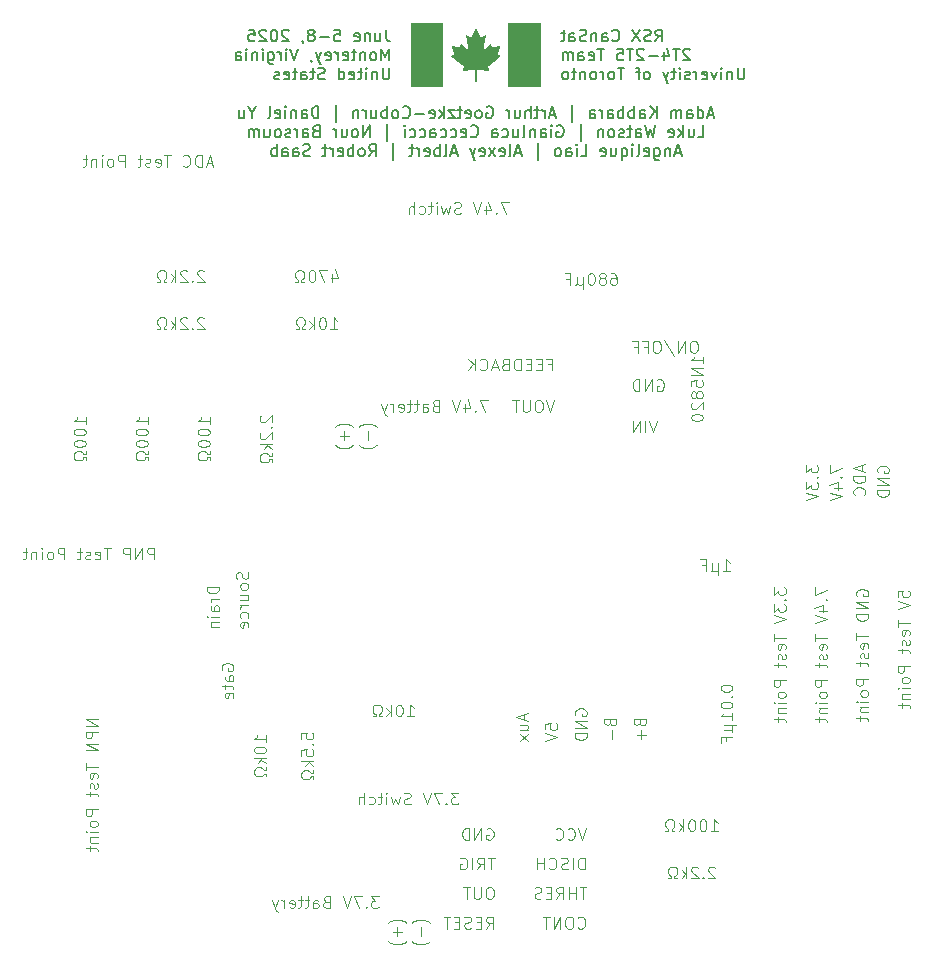
<source format=gbr>
%TF.GenerationSoftware,KiCad,Pcbnew,8.0.5*%
%TF.CreationDate,2025-04-28T01:24:49-04:00*%
%TF.ProjectId,CanSat_Power_Management_Board,43616e53-6174-45f5-906f-7765725f4d61,rev?*%
%TF.SameCoordinates,Original*%
%TF.FileFunction,Legend,Bot*%
%TF.FilePolarity,Positive*%
%FSLAX46Y46*%
G04 Gerber Fmt 4.6, Leading zero omitted, Abs format (unit mm)*
G04 Created by KiCad (PCBNEW 8.0.5) date 2025-04-28 01:24:49*
%MOMM*%
%LPD*%
G01*
G04 APERTURE LIST*
%ADD10C,0.100000*%
%ADD11C,0.150000*%
%ADD12C,0.000000*%
G04 APERTURE END LIST*
D10*
X179957419Y-95708646D02*
X179957419Y-96375312D01*
X179957419Y-96375312D02*
X180957419Y-95946741D01*
X180862180Y-96756265D02*
X180909800Y-96803884D01*
X180909800Y-96803884D02*
X180957419Y-96756265D01*
X180957419Y-96756265D02*
X180909800Y-96708646D01*
X180909800Y-96708646D02*
X180862180Y-96756265D01*
X180862180Y-96756265D02*
X180957419Y-96756265D01*
X180290752Y-97661026D02*
X180957419Y-97661026D01*
X179909800Y-97422931D02*
X180624085Y-97184836D01*
X180624085Y-97184836D02*
X180624085Y-97803883D01*
X179957419Y-98041979D02*
X180957419Y-98375312D01*
X180957419Y-98375312D02*
X179957419Y-98708645D01*
X177957419Y-95708646D02*
X177957419Y-96327693D01*
X177957419Y-96327693D02*
X178338371Y-95994360D01*
X178338371Y-95994360D02*
X178338371Y-96137217D01*
X178338371Y-96137217D02*
X178385990Y-96232455D01*
X178385990Y-96232455D02*
X178433609Y-96280074D01*
X178433609Y-96280074D02*
X178528847Y-96327693D01*
X178528847Y-96327693D02*
X178766942Y-96327693D01*
X178766942Y-96327693D02*
X178862180Y-96280074D01*
X178862180Y-96280074D02*
X178909800Y-96232455D01*
X178909800Y-96232455D02*
X178957419Y-96137217D01*
X178957419Y-96137217D02*
X178957419Y-95851503D01*
X178957419Y-95851503D02*
X178909800Y-95756265D01*
X178909800Y-95756265D02*
X178862180Y-95708646D01*
X178862180Y-96756265D02*
X178909800Y-96803884D01*
X178909800Y-96803884D02*
X178957419Y-96756265D01*
X178957419Y-96756265D02*
X178909800Y-96708646D01*
X178909800Y-96708646D02*
X178862180Y-96756265D01*
X178862180Y-96756265D02*
X178957419Y-96756265D01*
X177957419Y-97137217D02*
X177957419Y-97756264D01*
X177957419Y-97756264D02*
X178338371Y-97422931D01*
X178338371Y-97422931D02*
X178338371Y-97565788D01*
X178338371Y-97565788D02*
X178385990Y-97661026D01*
X178385990Y-97661026D02*
X178433609Y-97708645D01*
X178433609Y-97708645D02*
X178528847Y-97756264D01*
X178528847Y-97756264D02*
X178766942Y-97756264D01*
X178766942Y-97756264D02*
X178862180Y-97708645D01*
X178862180Y-97708645D02*
X178909800Y-97661026D01*
X178909800Y-97661026D02*
X178957419Y-97565788D01*
X178957419Y-97565788D02*
X178957419Y-97280074D01*
X178957419Y-97280074D02*
X178909800Y-97184836D01*
X178909800Y-97184836D02*
X178862180Y-97137217D01*
X177957419Y-98041979D02*
X178957419Y-98375312D01*
X178957419Y-98375312D02*
X177957419Y-98708645D01*
X182671704Y-95756265D02*
X182671704Y-96232455D01*
X182957419Y-95661027D02*
X181957419Y-95994360D01*
X181957419Y-95994360D02*
X182957419Y-96327693D01*
X182957419Y-96661027D02*
X181957419Y-96661027D01*
X181957419Y-96661027D02*
X181957419Y-96899122D01*
X181957419Y-96899122D02*
X182005038Y-97041979D01*
X182005038Y-97041979D02*
X182100276Y-97137217D01*
X182100276Y-97137217D02*
X182195514Y-97184836D01*
X182195514Y-97184836D02*
X182385990Y-97232455D01*
X182385990Y-97232455D02*
X182528847Y-97232455D01*
X182528847Y-97232455D02*
X182719323Y-97184836D01*
X182719323Y-97184836D02*
X182814561Y-97137217D01*
X182814561Y-97137217D02*
X182909800Y-97041979D01*
X182909800Y-97041979D02*
X182957419Y-96899122D01*
X182957419Y-96899122D02*
X182957419Y-96661027D01*
X182862180Y-98232455D02*
X182909800Y-98184836D01*
X182909800Y-98184836D02*
X182957419Y-98041979D01*
X182957419Y-98041979D02*
X182957419Y-97946741D01*
X182957419Y-97946741D02*
X182909800Y-97803884D01*
X182909800Y-97803884D02*
X182814561Y-97708646D01*
X182814561Y-97708646D02*
X182719323Y-97661027D01*
X182719323Y-97661027D02*
X182528847Y-97613408D01*
X182528847Y-97613408D02*
X182385990Y-97613408D01*
X182385990Y-97613408D02*
X182195514Y-97661027D01*
X182195514Y-97661027D02*
X182100276Y-97708646D01*
X182100276Y-97708646D02*
X182005038Y-97803884D01*
X182005038Y-97803884D02*
X181957419Y-97946741D01*
X181957419Y-97946741D02*
X181957419Y-98041979D01*
X181957419Y-98041979D02*
X182005038Y-98184836D01*
X182005038Y-98184836D02*
X182052657Y-98232455D01*
X184005038Y-96327693D02*
X183957419Y-96232455D01*
X183957419Y-96232455D02*
X183957419Y-96089598D01*
X183957419Y-96089598D02*
X184005038Y-95946741D01*
X184005038Y-95946741D02*
X184100276Y-95851503D01*
X184100276Y-95851503D02*
X184195514Y-95803884D01*
X184195514Y-95803884D02*
X184385990Y-95756265D01*
X184385990Y-95756265D02*
X184528847Y-95756265D01*
X184528847Y-95756265D02*
X184719323Y-95803884D01*
X184719323Y-95803884D02*
X184814561Y-95851503D01*
X184814561Y-95851503D02*
X184909800Y-95946741D01*
X184909800Y-95946741D02*
X184957419Y-96089598D01*
X184957419Y-96089598D02*
X184957419Y-96184836D01*
X184957419Y-96184836D02*
X184909800Y-96327693D01*
X184909800Y-96327693D02*
X184862180Y-96375312D01*
X184862180Y-96375312D02*
X184528847Y-96375312D01*
X184528847Y-96375312D02*
X184528847Y-96184836D01*
X184957419Y-96803884D02*
X183957419Y-96803884D01*
X183957419Y-96803884D02*
X184957419Y-97375312D01*
X184957419Y-97375312D02*
X183957419Y-97375312D01*
X184957419Y-97851503D02*
X183957419Y-97851503D01*
X183957419Y-97851503D02*
X183957419Y-98089598D01*
X183957419Y-98089598D02*
X184005038Y-98232455D01*
X184005038Y-98232455D02*
X184100276Y-98327693D01*
X184100276Y-98327693D02*
X184195514Y-98375312D01*
X184195514Y-98375312D02*
X184385990Y-98422931D01*
X184385990Y-98422931D02*
X184528847Y-98422931D01*
X184528847Y-98422931D02*
X184719323Y-98375312D01*
X184719323Y-98375312D02*
X184814561Y-98327693D01*
X184814561Y-98327693D02*
X184909800Y-98232455D01*
X184909800Y-98232455D02*
X184957419Y-98089598D01*
X184957419Y-98089598D02*
X184957419Y-97851503D01*
D11*
X142377506Y-58844875D02*
X142377506Y-59559160D01*
X142377506Y-59559160D02*
X142425125Y-59702017D01*
X142425125Y-59702017D02*
X142520363Y-59797256D01*
X142520363Y-59797256D02*
X142663220Y-59844875D01*
X142663220Y-59844875D02*
X142758458Y-59844875D01*
X141472744Y-59178208D02*
X141472744Y-59844875D01*
X141901315Y-59178208D02*
X141901315Y-59702017D01*
X141901315Y-59702017D02*
X141853696Y-59797256D01*
X141853696Y-59797256D02*
X141758458Y-59844875D01*
X141758458Y-59844875D02*
X141615601Y-59844875D01*
X141615601Y-59844875D02*
X141520363Y-59797256D01*
X141520363Y-59797256D02*
X141472744Y-59749636D01*
X140996553Y-59178208D02*
X140996553Y-59844875D01*
X140996553Y-59273446D02*
X140948934Y-59225827D01*
X140948934Y-59225827D02*
X140853696Y-59178208D01*
X140853696Y-59178208D02*
X140710839Y-59178208D01*
X140710839Y-59178208D02*
X140615601Y-59225827D01*
X140615601Y-59225827D02*
X140567982Y-59321065D01*
X140567982Y-59321065D02*
X140567982Y-59844875D01*
X139710839Y-59797256D02*
X139806077Y-59844875D01*
X139806077Y-59844875D02*
X139996553Y-59844875D01*
X139996553Y-59844875D02*
X140091791Y-59797256D01*
X140091791Y-59797256D02*
X140139410Y-59702017D01*
X140139410Y-59702017D02*
X140139410Y-59321065D01*
X140139410Y-59321065D02*
X140091791Y-59225827D01*
X140091791Y-59225827D02*
X139996553Y-59178208D01*
X139996553Y-59178208D02*
X139806077Y-59178208D01*
X139806077Y-59178208D02*
X139710839Y-59225827D01*
X139710839Y-59225827D02*
X139663220Y-59321065D01*
X139663220Y-59321065D02*
X139663220Y-59416303D01*
X139663220Y-59416303D02*
X140139410Y-59511541D01*
X137996553Y-58844875D02*
X138472743Y-58844875D01*
X138472743Y-58844875D02*
X138520362Y-59321065D01*
X138520362Y-59321065D02*
X138472743Y-59273446D01*
X138472743Y-59273446D02*
X138377505Y-59225827D01*
X138377505Y-59225827D02*
X138139410Y-59225827D01*
X138139410Y-59225827D02*
X138044172Y-59273446D01*
X138044172Y-59273446D02*
X137996553Y-59321065D01*
X137996553Y-59321065D02*
X137948934Y-59416303D01*
X137948934Y-59416303D02*
X137948934Y-59654398D01*
X137948934Y-59654398D02*
X137996553Y-59749636D01*
X137996553Y-59749636D02*
X138044172Y-59797256D01*
X138044172Y-59797256D02*
X138139410Y-59844875D01*
X138139410Y-59844875D02*
X138377505Y-59844875D01*
X138377505Y-59844875D02*
X138472743Y-59797256D01*
X138472743Y-59797256D02*
X138520362Y-59749636D01*
X137520362Y-59463922D02*
X136758458Y-59463922D01*
X136139410Y-59273446D02*
X136234648Y-59225827D01*
X136234648Y-59225827D02*
X136282267Y-59178208D01*
X136282267Y-59178208D02*
X136329886Y-59082970D01*
X136329886Y-59082970D02*
X136329886Y-59035351D01*
X136329886Y-59035351D02*
X136282267Y-58940113D01*
X136282267Y-58940113D02*
X136234648Y-58892494D01*
X136234648Y-58892494D02*
X136139410Y-58844875D01*
X136139410Y-58844875D02*
X135948934Y-58844875D01*
X135948934Y-58844875D02*
X135853696Y-58892494D01*
X135853696Y-58892494D02*
X135806077Y-58940113D01*
X135806077Y-58940113D02*
X135758458Y-59035351D01*
X135758458Y-59035351D02*
X135758458Y-59082970D01*
X135758458Y-59082970D02*
X135806077Y-59178208D01*
X135806077Y-59178208D02*
X135853696Y-59225827D01*
X135853696Y-59225827D02*
X135948934Y-59273446D01*
X135948934Y-59273446D02*
X136139410Y-59273446D01*
X136139410Y-59273446D02*
X136234648Y-59321065D01*
X136234648Y-59321065D02*
X136282267Y-59368684D01*
X136282267Y-59368684D02*
X136329886Y-59463922D01*
X136329886Y-59463922D02*
X136329886Y-59654398D01*
X136329886Y-59654398D02*
X136282267Y-59749636D01*
X136282267Y-59749636D02*
X136234648Y-59797256D01*
X136234648Y-59797256D02*
X136139410Y-59844875D01*
X136139410Y-59844875D02*
X135948934Y-59844875D01*
X135948934Y-59844875D02*
X135853696Y-59797256D01*
X135853696Y-59797256D02*
X135806077Y-59749636D01*
X135806077Y-59749636D02*
X135758458Y-59654398D01*
X135758458Y-59654398D02*
X135758458Y-59463922D01*
X135758458Y-59463922D02*
X135806077Y-59368684D01*
X135806077Y-59368684D02*
X135853696Y-59321065D01*
X135853696Y-59321065D02*
X135948934Y-59273446D01*
X135282267Y-59797256D02*
X135282267Y-59844875D01*
X135282267Y-59844875D02*
X135329886Y-59940113D01*
X135329886Y-59940113D02*
X135377505Y-59987732D01*
X134139410Y-58940113D02*
X134091791Y-58892494D01*
X134091791Y-58892494D02*
X133996553Y-58844875D01*
X133996553Y-58844875D02*
X133758458Y-58844875D01*
X133758458Y-58844875D02*
X133663220Y-58892494D01*
X133663220Y-58892494D02*
X133615601Y-58940113D01*
X133615601Y-58940113D02*
X133567982Y-59035351D01*
X133567982Y-59035351D02*
X133567982Y-59130589D01*
X133567982Y-59130589D02*
X133615601Y-59273446D01*
X133615601Y-59273446D02*
X134187029Y-59844875D01*
X134187029Y-59844875D02*
X133567982Y-59844875D01*
X132948934Y-58844875D02*
X132853696Y-58844875D01*
X132853696Y-58844875D02*
X132758458Y-58892494D01*
X132758458Y-58892494D02*
X132710839Y-58940113D01*
X132710839Y-58940113D02*
X132663220Y-59035351D01*
X132663220Y-59035351D02*
X132615601Y-59225827D01*
X132615601Y-59225827D02*
X132615601Y-59463922D01*
X132615601Y-59463922D02*
X132663220Y-59654398D01*
X132663220Y-59654398D02*
X132710839Y-59749636D01*
X132710839Y-59749636D02*
X132758458Y-59797256D01*
X132758458Y-59797256D02*
X132853696Y-59844875D01*
X132853696Y-59844875D02*
X132948934Y-59844875D01*
X132948934Y-59844875D02*
X133044172Y-59797256D01*
X133044172Y-59797256D02*
X133091791Y-59749636D01*
X133091791Y-59749636D02*
X133139410Y-59654398D01*
X133139410Y-59654398D02*
X133187029Y-59463922D01*
X133187029Y-59463922D02*
X133187029Y-59225827D01*
X133187029Y-59225827D02*
X133139410Y-59035351D01*
X133139410Y-59035351D02*
X133091791Y-58940113D01*
X133091791Y-58940113D02*
X133044172Y-58892494D01*
X133044172Y-58892494D02*
X132948934Y-58844875D01*
X132234648Y-58940113D02*
X132187029Y-58892494D01*
X132187029Y-58892494D02*
X132091791Y-58844875D01*
X132091791Y-58844875D02*
X131853696Y-58844875D01*
X131853696Y-58844875D02*
X131758458Y-58892494D01*
X131758458Y-58892494D02*
X131710839Y-58940113D01*
X131710839Y-58940113D02*
X131663220Y-59035351D01*
X131663220Y-59035351D02*
X131663220Y-59130589D01*
X131663220Y-59130589D02*
X131710839Y-59273446D01*
X131710839Y-59273446D02*
X132282267Y-59844875D01*
X132282267Y-59844875D02*
X131663220Y-59844875D01*
X130758458Y-58844875D02*
X131234648Y-58844875D01*
X131234648Y-58844875D02*
X131282267Y-59321065D01*
X131282267Y-59321065D02*
X131234648Y-59273446D01*
X131234648Y-59273446D02*
X131139410Y-59225827D01*
X131139410Y-59225827D02*
X130901315Y-59225827D01*
X130901315Y-59225827D02*
X130806077Y-59273446D01*
X130806077Y-59273446D02*
X130758458Y-59321065D01*
X130758458Y-59321065D02*
X130710839Y-59416303D01*
X130710839Y-59416303D02*
X130710839Y-59654398D01*
X130710839Y-59654398D02*
X130758458Y-59749636D01*
X130758458Y-59749636D02*
X130806077Y-59797256D01*
X130806077Y-59797256D02*
X130901315Y-59844875D01*
X130901315Y-59844875D02*
X131139410Y-59844875D01*
X131139410Y-59844875D02*
X131234648Y-59797256D01*
X131234648Y-59797256D02*
X131282267Y-59749636D01*
X142663220Y-61454819D02*
X142663220Y-60454819D01*
X142663220Y-60454819D02*
X142329887Y-61169104D01*
X142329887Y-61169104D02*
X141996554Y-60454819D01*
X141996554Y-60454819D02*
X141996554Y-61454819D01*
X141377506Y-61454819D02*
X141472744Y-61407200D01*
X141472744Y-61407200D02*
X141520363Y-61359580D01*
X141520363Y-61359580D02*
X141567982Y-61264342D01*
X141567982Y-61264342D02*
X141567982Y-60978628D01*
X141567982Y-60978628D02*
X141520363Y-60883390D01*
X141520363Y-60883390D02*
X141472744Y-60835771D01*
X141472744Y-60835771D02*
X141377506Y-60788152D01*
X141377506Y-60788152D02*
X141234649Y-60788152D01*
X141234649Y-60788152D02*
X141139411Y-60835771D01*
X141139411Y-60835771D02*
X141091792Y-60883390D01*
X141091792Y-60883390D02*
X141044173Y-60978628D01*
X141044173Y-60978628D02*
X141044173Y-61264342D01*
X141044173Y-61264342D02*
X141091792Y-61359580D01*
X141091792Y-61359580D02*
X141139411Y-61407200D01*
X141139411Y-61407200D02*
X141234649Y-61454819D01*
X141234649Y-61454819D02*
X141377506Y-61454819D01*
X140615601Y-60788152D02*
X140615601Y-61454819D01*
X140615601Y-60883390D02*
X140567982Y-60835771D01*
X140567982Y-60835771D02*
X140472744Y-60788152D01*
X140472744Y-60788152D02*
X140329887Y-60788152D01*
X140329887Y-60788152D02*
X140234649Y-60835771D01*
X140234649Y-60835771D02*
X140187030Y-60931009D01*
X140187030Y-60931009D02*
X140187030Y-61454819D01*
X139853696Y-60788152D02*
X139472744Y-60788152D01*
X139710839Y-60454819D02*
X139710839Y-61311961D01*
X139710839Y-61311961D02*
X139663220Y-61407200D01*
X139663220Y-61407200D02*
X139567982Y-61454819D01*
X139567982Y-61454819D02*
X139472744Y-61454819D01*
X138758458Y-61407200D02*
X138853696Y-61454819D01*
X138853696Y-61454819D02*
X139044172Y-61454819D01*
X139044172Y-61454819D02*
X139139410Y-61407200D01*
X139139410Y-61407200D02*
X139187029Y-61311961D01*
X139187029Y-61311961D02*
X139187029Y-60931009D01*
X139187029Y-60931009D02*
X139139410Y-60835771D01*
X139139410Y-60835771D02*
X139044172Y-60788152D01*
X139044172Y-60788152D02*
X138853696Y-60788152D01*
X138853696Y-60788152D02*
X138758458Y-60835771D01*
X138758458Y-60835771D02*
X138710839Y-60931009D01*
X138710839Y-60931009D02*
X138710839Y-61026247D01*
X138710839Y-61026247D02*
X139187029Y-61121485D01*
X138282267Y-61454819D02*
X138282267Y-60788152D01*
X138282267Y-60978628D02*
X138234648Y-60883390D01*
X138234648Y-60883390D02*
X138187029Y-60835771D01*
X138187029Y-60835771D02*
X138091791Y-60788152D01*
X138091791Y-60788152D02*
X137996553Y-60788152D01*
X137282267Y-61407200D02*
X137377505Y-61454819D01*
X137377505Y-61454819D02*
X137567981Y-61454819D01*
X137567981Y-61454819D02*
X137663219Y-61407200D01*
X137663219Y-61407200D02*
X137710838Y-61311961D01*
X137710838Y-61311961D02*
X137710838Y-60931009D01*
X137710838Y-60931009D02*
X137663219Y-60835771D01*
X137663219Y-60835771D02*
X137567981Y-60788152D01*
X137567981Y-60788152D02*
X137377505Y-60788152D01*
X137377505Y-60788152D02*
X137282267Y-60835771D01*
X137282267Y-60835771D02*
X137234648Y-60931009D01*
X137234648Y-60931009D02*
X137234648Y-61026247D01*
X137234648Y-61026247D02*
X137710838Y-61121485D01*
X136901314Y-60788152D02*
X136663219Y-61454819D01*
X136425124Y-60788152D02*
X136663219Y-61454819D01*
X136663219Y-61454819D02*
X136758457Y-61692914D01*
X136758457Y-61692914D02*
X136806076Y-61740533D01*
X136806076Y-61740533D02*
X136901314Y-61788152D01*
X135996552Y-61407200D02*
X135996552Y-61454819D01*
X135996552Y-61454819D02*
X136044171Y-61550057D01*
X136044171Y-61550057D02*
X136091790Y-61597676D01*
X134948933Y-60454819D02*
X134615600Y-61454819D01*
X134615600Y-61454819D02*
X134282267Y-60454819D01*
X133948933Y-61454819D02*
X133948933Y-60788152D01*
X133948933Y-60454819D02*
X133996552Y-60502438D01*
X133996552Y-60502438D02*
X133948933Y-60550057D01*
X133948933Y-60550057D02*
X133901314Y-60502438D01*
X133901314Y-60502438D02*
X133948933Y-60454819D01*
X133948933Y-60454819D02*
X133948933Y-60550057D01*
X133472743Y-61454819D02*
X133472743Y-60788152D01*
X133472743Y-60978628D02*
X133425124Y-60883390D01*
X133425124Y-60883390D02*
X133377505Y-60835771D01*
X133377505Y-60835771D02*
X133282267Y-60788152D01*
X133282267Y-60788152D02*
X133187029Y-60788152D01*
X132425124Y-60788152D02*
X132425124Y-61597676D01*
X132425124Y-61597676D02*
X132472743Y-61692914D01*
X132472743Y-61692914D02*
X132520362Y-61740533D01*
X132520362Y-61740533D02*
X132615600Y-61788152D01*
X132615600Y-61788152D02*
X132758457Y-61788152D01*
X132758457Y-61788152D02*
X132853695Y-61740533D01*
X132425124Y-61407200D02*
X132520362Y-61454819D01*
X132520362Y-61454819D02*
X132710838Y-61454819D01*
X132710838Y-61454819D02*
X132806076Y-61407200D01*
X132806076Y-61407200D02*
X132853695Y-61359580D01*
X132853695Y-61359580D02*
X132901314Y-61264342D01*
X132901314Y-61264342D02*
X132901314Y-60978628D01*
X132901314Y-60978628D02*
X132853695Y-60883390D01*
X132853695Y-60883390D02*
X132806076Y-60835771D01*
X132806076Y-60835771D02*
X132710838Y-60788152D01*
X132710838Y-60788152D02*
X132520362Y-60788152D01*
X132520362Y-60788152D02*
X132425124Y-60835771D01*
X131948933Y-61454819D02*
X131948933Y-60788152D01*
X131948933Y-60454819D02*
X131996552Y-60502438D01*
X131996552Y-60502438D02*
X131948933Y-60550057D01*
X131948933Y-60550057D02*
X131901314Y-60502438D01*
X131901314Y-60502438D02*
X131948933Y-60454819D01*
X131948933Y-60454819D02*
X131948933Y-60550057D01*
X131472743Y-60788152D02*
X131472743Y-61454819D01*
X131472743Y-60883390D02*
X131425124Y-60835771D01*
X131425124Y-60835771D02*
X131329886Y-60788152D01*
X131329886Y-60788152D02*
X131187029Y-60788152D01*
X131187029Y-60788152D02*
X131091791Y-60835771D01*
X131091791Y-60835771D02*
X131044172Y-60931009D01*
X131044172Y-60931009D02*
X131044172Y-61454819D01*
X130567981Y-61454819D02*
X130567981Y-60788152D01*
X130567981Y-60454819D02*
X130615600Y-60502438D01*
X130615600Y-60502438D02*
X130567981Y-60550057D01*
X130567981Y-60550057D02*
X130520362Y-60502438D01*
X130520362Y-60502438D02*
X130567981Y-60454819D01*
X130567981Y-60454819D02*
X130567981Y-60550057D01*
X129663220Y-61454819D02*
X129663220Y-60931009D01*
X129663220Y-60931009D02*
X129710839Y-60835771D01*
X129710839Y-60835771D02*
X129806077Y-60788152D01*
X129806077Y-60788152D02*
X129996553Y-60788152D01*
X129996553Y-60788152D02*
X130091791Y-60835771D01*
X129663220Y-61407200D02*
X129758458Y-61454819D01*
X129758458Y-61454819D02*
X129996553Y-61454819D01*
X129996553Y-61454819D02*
X130091791Y-61407200D01*
X130091791Y-61407200D02*
X130139410Y-61311961D01*
X130139410Y-61311961D02*
X130139410Y-61216723D01*
X130139410Y-61216723D02*
X130091791Y-61121485D01*
X130091791Y-61121485D02*
X129996553Y-61073866D01*
X129996553Y-61073866D02*
X129758458Y-61073866D01*
X129758458Y-61073866D02*
X129663220Y-61026247D01*
X142663220Y-62064763D02*
X142663220Y-62874286D01*
X142663220Y-62874286D02*
X142615601Y-62969524D01*
X142615601Y-62969524D02*
X142567982Y-63017144D01*
X142567982Y-63017144D02*
X142472744Y-63064763D01*
X142472744Y-63064763D02*
X142282268Y-63064763D01*
X142282268Y-63064763D02*
X142187030Y-63017144D01*
X142187030Y-63017144D02*
X142139411Y-62969524D01*
X142139411Y-62969524D02*
X142091792Y-62874286D01*
X142091792Y-62874286D02*
X142091792Y-62064763D01*
X141615601Y-62398096D02*
X141615601Y-63064763D01*
X141615601Y-62493334D02*
X141567982Y-62445715D01*
X141567982Y-62445715D02*
X141472744Y-62398096D01*
X141472744Y-62398096D02*
X141329887Y-62398096D01*
X141329887Y-62398096D02*
X141234649Y-62445715D01*
X141234649Y-62445715D02*
X141187030Y-62540953D01*
X141187030Y-62540953D02*
X141187030Y-63064763D01*
X140710839Y-63064763D02*
X140710839Y-62398096D01*
X140710839Y-62064763D02*
X140758458Y-62112382D01*
X140758458Y-62112382D02*
X140710839Y-62160001D01*
X140710839Y-62160001D02*
X140663220Y-62112382D01*
X140663220Y-62112382D02*
X140710839Y-62064763D01*
X140710839Y-62064763D02*
X140710839Y-62160001D01*
X140377506Y-62398096D02*
X139996554Y-62398096D01*
X140234649Y-62064763D02*
X140234649Y-62921905D01*
X140234649Y-62921905D02*
X140187030Y-63017144D01*
X140187030Y-63017144D02*
X140091792Y-63064763D01*
X140091792Y-63064763D02*
X139996554Y-63064763D01*
X139282268Y-63017144D02*
X139377506Y-63064763D01*
X139377506Y-63064763D02*
X139567982Y-63064763D01*
X139567982Y-63064763D02*
X139663220Y-63017144D01*
X139663220Y-63017144D02*
X139710839Y-62921905D01*
X139710839Y-62921905D02*
X139710839Y-62540953D01*
X139710839Y-62540953D02*
X139663220Y-62445715D01*
X139663220Y-62445715D02*
X139567982Y-62398096D01*
X139567982Y-62398096D02*
X139377506Y-62398096D01*
X139377506Y-62398096D02*
X139282268Y-62445715D01*
X139282268Y-62445715D02*
X139234649Y-62540953D01*
X139234649Y-62540953D02*
X139234649Y-62636191D01*
X139234649Y-62636191D02*
X139710839Y-62731429D01*
X138377506Y-63064763D02*
X138377506Y-62064763D01*
X138377506Y-63017144D02*
X138472744Y-63064763D01*
X138472744Y-63064763D02*
X138663220Y-63064763D01*
X138663220Y-63064763D02*
X138758458Y-63017144D01*
X138758458Y-63017144D02*
X138806077Y-62969524D01*
X138806077Y-62969524D02*
X138853696Y-62874286D01*
X138853696Y-62874286D02*
X138853696Y-62588572D01*
X138853696Y-62588572D02*
X138806077Y-62493334D01*
X138806077Y-62493334D02*
X138758458Y-62445715D01*
X138758458Y-62445715D02*
X138663220Y-62398096D01*
X138663220Y-62398096D02*
X138472744Y-62398096D01*
X138472744Y-62398096D02*
X138377506Y-62445715D01*
X137187029Y-63017144D02*
X137044172Y-63064763D01*
X137044172Y-63064763D02*
X136806077Y-63064763D01*
X136806077Y-63064763D02*
X136710839Y-63017144D01*
X136710839Y-63017144D02*
X136663220Y-62969524D01*
X136663220Y-62969524D02*
X136615601Y-62874286D01*
X136615601Y-62874286D02*
X136615601Y-62779048D01*
X136615601Y-62779048D02*
X136663220Y-62683810D01*
X136663220Y-62683810D02*
X136710839Y-62636191D01*
X136710839Y-62636191D02*
X136806077Y-62588572D01*
X136806077Y-62588572D02*
X136996553Y-62540953D01*
X136996553Y-62540953D02*
X137091791Y-62493334D01*
X137091791Y-62493334D02*
X137139410Y-62445715D01*
X137139410Y-62445715D02*
X137187029Y-62350477D01*
X137187029Y-62350477D02*
X137187029Y-62255239D01*
X137187029Y-62255239D02*
X137139410Y-62160001D01*
X137139410Y-62160001D02*
X137091791Y-62112382D01*
X137091791Y-62112382D02*
X136996553Y-62064763D01*
X136996553Y-62064763D02*
X136758458Y-62064763D01*
X136758458Y-62064763D02*
X136615601Y-62112382D01*
X136329886Y-62398096D02*
X135948934Y-62398096D01*
X136187029Y-62064763D02*
X136187029Y-62921905D01*
X136187029Y-62921905D02*
X136139410Y-63017144D01*
X136139410Y-63017144D02*
X136044172Y-63064763D01*
X136044172Y-63064763D02*
X135948934Y-63064763D01*
X135187029Y-63064763D02*
X135187029Y-62540953D01*
X135187029Y-62540953D02*
X135234648Y-62445715D01*
X135234648Y-62445715D02*
X135329886Y-62398096D01*
X135329886Y-62398096D02*
X135520362Y-62398096D01*
X135520362Y-62398096D02*
X135615600Y-62445715D01*
X135187029Y-63017144D02*
X135282267Y-63064763D01*
X135282267Y-63064763D02*
X135520362Y-63064763D01*
X135520362Y-63064763D02*
X135615600Y-63017144D01*
X135615600Y-63017144D02*
X135663219Y-62921905D01*
X135663219Y-62921905D02*
X135663219Y-62826667D01*
X135663219Y-62826667D02*
X135615600Y-62731429D01*
X135615600Y-62731429D02*
X135520362Y-62683810D01*
X135520362Y-62683810D02*
X135282267Y-62683810D01*
X135282267Y-62683810D02*
X135187029Y-62636191D01*
X134853695Y-62398096D02*
X134472743Y-62398096D01*
X134710838Y-62064763D02*
X134710838Y-62921905D01*
X134710838Y-62921905D02*
X134663219Y-63017144D01*
X134663219Y-63017144D02*
X134567981Y-63064763D01*
X134567981Y-63064763D02*
X134472743Y-63064763D01*
X133758457Y-63017144D02*
X133853695Y-63064763D01*
X133853695Y-63064763D02*
X134044171Y-63064763D01*
X134044171Y-63064763D02*
X134139409Y-63017144D01*
X134139409Y-63017144D02*
X134187028Y-62921905D01*
X134187028Y-62921905D02*
X134187028Y-62540953D01*
X134187028Y-62540953D02*
X134139409Y-62445715D01*
X134139409Y-62445715D02*
X134044171Y-62398096D01*
X134044171Y-62398096D02*
X133853695Y-62398096D01*
X133853695Y-62398096D02*
X133758457Y-62445715D01*
X133758457Y-62445715D02*
X133710838Y-62540953D01*
X133710838Y-62540953D02*
X133710838Y-62636191D01*
X133710838Y-62636191D02*
X134187028Y-62731429D01*
X133329885Y-63017144D02*
X133234647Y-63064763D01*
X133234647Y-63064763D02*
X133044171Y-63064763D01*
X133044171Y-63064763D02*
X132948933Y-63017144D01*
X132948933Y-63017144D02*
X132901314Y-62921905D01*
X132901314Y-62921905D02*
X132901314Y-62874286D01*
X132901314Y-62874286D02*
X132948933Y-62779048D01*
X132948933Y-62779048D02*
X133044171Y-62731429D01*
X133044171Y-62731429D02*
X133187028Y-62731429D01*
X133187028Y-62731429D02*
X133282266Y-62683810D01*
X133282266Y-62683810D02*
X133329885Y-62588572D01*
X133329885Y-62588572D02*
X133329885Y-62540953D01*
X133329885Y-62540953D02*
X133282266Y-62445715D01*
X133282266Y-62445715D02*
X133187028Y-62398096D01*
X133187028Y-62398096D02*
X133044171Y-62398096D01*
X133044171Y-62398096D02*
X132948933Y-62445715D01*
X170095240Y-66059160D02*
X169619050Y-66059160D01*
X170190478Y-66344875D02*
X169857145Y-65344875D01*
X169857145Y-65344875D02*
X169523812Y-66344875D01*
X168761907Y-66344875D02*
X168761907Y-65344875D01*
X168761907Y-66297256D02*
X168857145Y-66344875D01*
X168857145Y-66344875D02*
X169047621Y-66344875D01*
X169047621Y-66344875D02*
X169142859Y-66297256D01*
X169142859Y-66297256D02*
X169190478Y-66249636D01*
X169190478Y-66249636D02*
X169238097Y-66154398D01*
X169238097Y-66154398D02*
X169238097Y-65868684D01*
X169238097Y-65868684D02*
X169190478Y-65773446D01*
X169190478Y-65773446D02*
X169142859Y-65725827D01*
X169142859Y-65725827D02*
X169047621Y-65678208D01*
X169047621Y-65678208D02*
X168857145Y-65678208D01*
X168857145Y-65678208D02*
X168761907Y-65725827D01*
X167857145Y-66344875D02*
X167857145Y-65821065D01*
X167857145Y-65821065D02*
X167904764Y-65725827D01*
X167904764Y-65725827D02*
X168000002Y-65678208D01*
X168000002Y-65678208D02*
X168190478Y-65678208D01*
X168190478Y-65678208D02*
X168285716Y-65725827D01*
X167857145Y-66297256D02*
X167952383Y-66344875D01*
X167952383Y-66344875D02*
X168190478Y-66344875D01*
X168190478Y-66344875D02*
X168285716Y-66297256D01*
X168285716Y-66297256D02*
X168333335Y-66202017D01*
X168333335Y-66202017D02*
X168333335Y-66106779D01*
X168333335Y-66106779D02*
X168285716Y-66011541D01*
X168285716Y-66011541D02*
X168190478Y-65963922D01*
X168190478Y-65963922D02*
X167952383Y-65963922D01*
X167952383Y-65963922D02*
X167857145Y-65916303D01*
X167380954Y-66344875D02*
X167380954Y-65678208D01*
X167380954Y-65773446D02*
X167333335Y-65725827D01*
X167333335Y-65725827D02*
X167238097Y-65678208D01*
X167238097Y-65678208D02*
X167095240Y-65678208D01*
X167095240Y-65678208D02*
X167000002Y-65725827D01*
X167000002Y-65725827D02*
X166952383Y-65821065D01*
X166952383Y-65821065D02*
X166952383Y-66344875D01*
X166952383Y-65821065D02*
X166904764Y-65725827D01*
X166904764Y-65725827D02*
X166809526Y-65678208D01*
X166809526Y-65678208D02*
X166666669Y-65678208D01*
X166666669Y-65678208D02*
X166571430Y-65725827D01*
X166571430Y-65725827D02*
X166523811Y-65821065D01*
X166523811Y-65821065D02*
X166523811Y-66344875D01*
X165285716Y-66344875D02*
X165285716Y-65344875D01*
X164714288Y-66344875D02*
X165142859Y-65773446D01*
X164714288Y-65344875D02*
X165285716Y-65916303D01*
X163857145Y-66344875D02*
X163857145Y-65821065D01*
X163857145Y-65821065D02*
X163904764Y-65725827D01*
X163904764Y-65725827D02*
X164000002Y-65678208D01*
X164000002Y-65678208D02*
X164190478Y-65678208D01*
X164190478Y-65678208D02*
X164285716Y-65725827D01*
X163857145Y-66297256D02*
X163952383Y-66344875D01*
X163952383Y-66344875D02*
X164190478Y-66344875D01*
X164190478Y-66344875D02*
X164285716Y-66297256D01*
X164285716Y-66297256D02*
X164333335Y-66202017D01*
X164333335Y-66202017D02*
X164333335Y-66106779D01*
X164333335Y-66106779D02*
X164285716Y-66011541D01*
X164285716Y-66011541D02*
X164190478Y-65963922D01*
X164190478Y-65963922D02*
X163952383Y-65963922D01*
X163952383Y-65963922D02*
X163857145Y-65916303D01*
X163380954Y-66344875D02*
X163380954Y-65344875D01*
X163380954Y-65725827D02*
X163285716Y-65678208D01*
X163285716Y-65678208D02*
X163095240Y-65678208D01*
X163095240Y-65678208D02*
X163000002Y-65725827D01*
X163000002Y-65725827D02*
X162952383Y-65773446D01*
X162952383Y-65773446D02*
X162904764Y-65868684D01*
X162904764Y-65868684D02*
X162904764Y-66154398D01*
X162904764Y-66154398D02*
X162952383Y-66249636D01*
X162952383Y-66249636D02*
X163000002Y-66297256D01*
X163000002Y-66297256D02*
X163095240Y-66344875D01*
X163095240Y-66344875D02*
X163285716Y-66344875D01*
X163285716Y-66344875D02*
X163380954Y-66297256D01*
X162476192Y-66344875D02*
X162476192Y-65344875D01*
X162476192Y-65725827D02*
X162380954Y-65678208D01*
X162380954Y-65678208D02*
X162190478Y-65678208D01*
X162190478Y-65678208D02*
X162095240Y-65725827D01*
X162095240Y-65725827D02*
X162047621Y-65773446D01*
X162047621Y-65773446D02*
X162000002Y-65868684D01*
X162000002Y-65868684D02*
X162000002Y-66154398D01*
X162000002Y-66154398D02*
X162047621Y-66249636D01*
X162047621Y-66249636D02*
X162095240Y-66297256D01*
X162095240Y-66297256D02*
X162190478Y-66344875D01*
X162190478Y-66344875D02*
X162380954Y-66344875D01*
X162380954Y-66344875D02*
X162476192Y-66297256D01*
X161142859Y-66344875D02*
X161142859Y-65821065D01*
X161142859Y-65821065D02*
X161190478Y-65725827D01*
X161190478Y-65725827D02*
X161285716Y-65678208D01*
X161285716Y-65678208D02*
X161476192Y-65678208D01*
X161476192Y-65678208D02*
X161571430Y-65725827D01*
X161142859Y-66297256D02*
X161238097Y-66344875D01*
X161238097Y-66344875D02*
X161476192Y-66344875D01*
X161476192Y-66344875D02*
X161571430Y-66297256D01*
X161571430Y-66297256D02*
X161619049Y-66202017D01*
X161619049Y-66202017D02*
X161619049Y-66106779D01*
X161619049Y-66106779D02*
X161571430Y-66011541D01*
X161571430Y-66011541D02*
X161476192Y-65963922D01*
X161476192Y-65963922D02*
X161238097Y-65963922D01*
X161238097Y-65963922D02*
X161142859Y-65916303D01*
X160666668Y-66344875D02*
X160666668Y-65678208D01*
X160666668Y-65868684D02*
X160619049Y-65773446D01*
X160619049Y-65773446D02*
X160571430Y-65725827D01*
X160571430Y-65725827D02*
X160476192Y-65678208D01*
X160476192Y-65678208D02*
X160380954Y-65678208D01*
X159619049Y-66344875D02*
X159619049Y-65821065D01*
X159619049Y-65821065D02*
X159666668Y-65725827D01*
X159666668Y-65725827D02*
X159761906Y-65678208D01*
X159761906Y-65678208D02*
X159952382Y-65678208D01*
X159952382Y-65678208D02*
X160047620Y-65725827D01*
X159619049Y-66297256D02*
X159714287Y-66344875D01*
X159714287Y-66344875D02*
X159952382Y-66344875D01*
X159952382Y-66344875D02*
X160047620Y-66297256D01*
X160047620Y-66297256D02*
X160095239Y-66202017D01*
X160095239Y-66202017D02*
X160095239Y-66106779D01*
X160095239Y-66106779D02*
X160047620Y-66011541D01*
X160047620Y-66011541D02*
X159952382Y-65963922D01*
X159952382Y-65963922D02*
X159714287Y-65963922D01*
X159714287Y-65963922D02*
X159619049Y-65916303D01*
X158142858Y-66678208D02*
X158142858Y-65249636D01*
X156714286Y-66059160D02*
X156238096Y-66059160D01*
X156809524Y-66344875D02*
X156476191Y-65344875D01*
X156476191Y-65344875D02*
X156142858Y-66344875D01*
X155809524Y-66344875D02*
X155809524Y-65678208D01*
X155809524Y-65868684D02*
X155761905Y-65773446D01*
X155761905Y-65773446D02*
X155714286Y-65725827D01*
X155714286Y-65725827D02*
X155619048Y-65678208D01*
X155619048Y-65678208D02*
X155523810Y-65678208D01*
X155333333Y-65678208D02*
X154952381Y-65678208D01*
X155190476Y-65344875D02*
X155190476Y-66202017D01*
X155190476Y-66202017D02*
X155142857Y-66297256D01*
X155142857Y-66297256D02*
X155047619Y-66344875D01*
X155047619Y-66344875D02*
X154952381Y-66344875D01*
X154619047Y-66344875D02*
X154619047Y-65344875D01*
X154190476Y-66344875D02*
X154190476Y-65821065D01*
X154190476Y-65821065D02*
X154238095Y-65725827D01*
X154238095Y-65725827D02*
X154333333Y-65678208D01*
X154333333Y-65678208D02*
X154476190Y-65678208D01*
X154476190Y-65678208D02*
X154571428Y-65725827D01*
X154571428Y-65725827D02*
X154619047Y-65773446D01*
X153285714Y-65678208D02*
X153285714Y-66344875D01*
X153714285Y-65678208D02*
X153714285Y-66202017D01*
X153714285Y-66202017D02*
X153666666Y-66297256D01*
X153666666Y-66297256D02*
X153571428Y-66344875D01*
X153571428Y-66344875D02*
X153428571Y-66344875D01*
X153428571Y-66344875D02*
X153333333Y-66297256D01*
X153333333Y-66297256D02*
X153285714Y-66249636D01*
X152809523Y-66344875D02*
X152809523Y-65678208D01*
X152809523Y-65868684D02*
X152761904Y-65773446D01*
X152761904Y-65773446D02*
X152714285Y-65725827D01*
X152714285Y-65725827D02*
X152619047Y-65678208D01*
X152619047Y-65678208D02*
X152523809Y-65678208D01*
X150904761Y-65392494D02*
X150999999Y-65344875D01*
X150999999Y-65344875D02*
X151142856Y-65344875D01*
X151142856Y-65344875D02*
X151285713Y-65392494D01*
X151285713Y-65392494D02*
X151380951Y-65487732D01*
X151380951Y-65487732D02*
X151428570Y-65582970D01*
X151428570Y-65582970D02*
X151476189Y-65773446D01*
X151476189Y-65773446D02*
X151476189Y-65916303D01*
X151476189Y-65916303D02*
X151428570Y-66106779D01*
X151428570Y-66106779D02*
X151380951Y-66202017D01*
X151380951Y-66202017D02*
X151285713Y-66297256D01*
X151285713Y-66297256D02*
X151142856Y-66344875D01*
X151142856Y-66344875D02*
X151047618Y-66344875D01*
X151047618Y-66344875D02*
X150904761Y-66297256D01*
X150904761Y-66297256D02*
X150857142Y-66249636D01*
X150857142Y-66249636D02*
X150857142Y-65916303D01*
X150857142Y-65916303D02*
X151047618Y-65916303D01*
X150285713Y-66344875D02*
X150380951Y-66297256D01*
X150380951Y-66297256D02*
X150428570Y-66249636D01*
X150428570Y-66249636D02*
X150476189Y-66154398D01*
X150476189Y-66154398D02*
X150476189Y-65868684D01*
X150476189Y-65868684D02*
X150428570Y-65773446D01*
X150428570Y-65773446D02*
X150380951Y-65725827D01*
X150380951Y-65725827D02*
X150285713Y-65678208D01*
X150285713Y-65678208D02*
X150142856Y-65678208D01*
X150142856Y-65678208D02*
X150047618Y-65725827D01*
X150047618Y-65725827D02*
X149999999Y-65773446D01*
X149999999Y-65773446D02*
X149952380Y-65868684D01*
X149952380Y-65868684D02*
X149952380Y-66154398D01*
X149952380Y-66154398D02*
X149999999Y-66249636D01*
X149999999Y-66249636D02*
X150047618Y-66297256D01*
X150047618Y-66297256D02*
X150142856Y-66344875D01*
X150142856Y-66344875D02*
X150285713Y-66344875D01*
X149142856Y-66297256D02*
X149238094Y-66344875D01*
X149238094Y-66344875D02*
X149428570Y-66344875D01*
X149428570Y-66344875D02*
X149523808Y-66297256D01*
X149523808Y-66297256D02*
X149571427Y-66202017D01*
X149571427Y-66202017D02*
X149571427Y-65821065D01*
X149571427Y-65821065D02*
X149523808Y-65725827D01*
X149523808Y-65725827D02*
X149428570Y-65678208D01*
X149428570Y-65678208D02*
X149238094Y-65678208D01*
X149238094Y-65678208D02*
X149142856Y-65725827D01*
X149142856Y-65725827D02*
X149095237Y-65821065D01*
X149095237Y-65821065D02*
X149095237Y-65916303D01*
X149095237Y-65916303D02*
X149571427Y-66011541D01*
X148809522Y-65678208D02*
X148428570Y-65678208D01*
X148666665Y-65344875D02*
X148666665Y-66202017D01*
X148666665Y-66202017D02*
X148619046Y-66297256D01*
X148619046Y-66297256D02*
X148523808Y-66344875D01*
X148523808Y-66344875D02*
X148428570Y-66344875D01*
X148190474Y-65678208D02*
X147666665Y-65678208D01*
X147666665Y-65678208D02*
X148190474Y-66344875D01*
X148190474Y-66344875D02*
X147666665Y-66344875D01*
X147285712Y-66344875D02*
X147285712Y-65344875D01*
X147190474Y-65963922D02*
X146904760Y-66344875D01*
X146904760Y-65678208D02*
X147285712Y-66059160D01*
X146095236Y-66297256D02*
X146190474Y-66344875D01*
X146190474Y-66344875D02*
X146380950Y-66344875D01*
X146380950Y-66344875D02*
X146476188Y-66297256D01*
X146476188Y-66297256D02*
X146523807Y-66202017D01*
X146523807Y-66202017D02*
X146523807Y-65821065D01*
X146523807Y-65821065D02*
X146476188Y-65725827D01*
X146476188Y-65725827D02*
X146380950Y-65678208D01*
X146380950Y-65678208D02*
X146190474Y-65678208D01*
X146190474Y-65678208D02*
X146095236Y-65725827D01*
X146095236Y-65725827D02*
X146047617Y-65821065D01*
X146047617Y-65821065D02*
X146047617Y-65916303D01*
X146047617Y-65916303D02*
X146523807Y-66011541D01*
X145619045Y-65963922D02*
X144857141Y-65963922D01*
X143809522Y-66249636D02*
X143857141Y-66297256D01*
X143857141Y-66297256D02*
X143999998Y-66344875D01*
X143999998Y-66344875D02*
X144095236Y-66344875D01*
X144095236Y-66344875D02*
X144238093Y-66297256D01*
X144238093Y-66297256D02*
X144333331Y-66202017D01*
X144333331Y-66202017D02*
X144380950Y-66106779D01*
X144380950Y-66106779D02*
X144428569Y-65916303D01*
X144428569Y-65916303D02*
X144428569Y-65773446D01*
X144428569Y-65773446D02*
X144380950Y-65582970D01*
X144380950Y-65582970D02*
X144333331Y-65487732D01*
X144333331Y-65487732D02*
X144238093Y-65392494D01*
X144238093Y-65392494D02*
X144095236Y-65344875D01*
X144095236Y-65344875D02*
X143999998Y-65344875D01*
X143999998Y-65344875D02*
X143857141Y-65392494D01*
X143857141Y-65392494D02*
X143809522Y-65440113D01*
X143238093Y-66344875D02*
X143333331Y-66297256D01*
X143333331Y-66297256D02*
X143380950Y-66249636D01*
X143380950Y-66249636D02*
X143428569Y-66154398D01*
X143428569Y-66154398D02*
X143428569Y-65868684D01*
X143428569Y-65868684D02*
X143380950Y-65773446D01*
X143380950Y-65773446D02*
X143333331Y-65725827D01*
X143333331Y-65725827D02*
X143238093Y-65678208D01*
X143238093Y-65678208D02*
X143095236Y-65678208D01*
X143095236Y-65678208D02*
X142999998Y-65725827D01*
X142999998Y-65725827D02*
X142952379Y-65773446D01*
X142952379Y-65773446D02*
X142904760Y-65868684D01*
X142904760Y-65868684D02*
X142904760Y-66154398D01*
X142904760Y-66154398D02*
X142952379Y-66249636D01*
X142952379Y-66249636D02*
X142999998Y-66297256D01*
X142999998Y-66297256D02*
X143095236Y-66344875D01*
X143095236Y-66344875D02*
X143238093Y-66344875D01*
X142476188Y-66344875D02*
X142476188Y-65344875D01*
X142476188Y-65725827D02*
X142380950Y-65678208D01*
X142380950Y-65678208D02*
X142190474Y-65678208D01*
X142190474Y-65678208D02*
X142095236Y-65725827D01*
X142095236Y-65725827D02*
X142047617Y-65773446D01*
X142047617Y-65773446D02*
X141999998Y-65868684D01*
X141999998Y-65868684D02*
X141999998Y-66154398D01*
X141999998Y-66154398D02*
X142047617Y-66249636D01*
X142047617Y-66249636D02*
X142095236Y-66297256D01*
X142095236Y-66297256D02*
X142190474Y-66344875D01*
X142190474Y-66344875D02*
X142380950Y-66344875D01*
X142380950Y-66344875D02*
X142476188Y-66297256D01*
X141142855Y-65678208D02*
X141142855Y-66344875D01*
X141571426Y-65678208D02*
X141571426Y-66202017D01*
X141571426Y-66202017D02*
X141523807Y-66297256D01*
X141523807Y-66297256D02*
X141428569Y-66344875D01*
X141428569Y-66344875D02*
X141285712Y-66344875D01*
X141285712Y-66344875D02*
X141190474Y-66297256D01*
X141190474Y-66297256D02*
X141142855Y-66249636D01*
X140666664Y-66344875D02*
X140666664Y-65678208D01*
X140666664Y-65868684D02*
X140619045Y-65773446D01*
X140619045Y-65773446D02*
X140571426Y-65725827D01*
X140571426Y-65725827D02*
X140476188Y-65678208D01*
X140476188Y-65678208D02*
X140380950Y-65678208D01*
X140047616Y-65678208D02*
X140047616Y-66344875D01*
X140047616Y-65773446D02*
X139999997Y-65725827D01*
X139999997Y-65725827D02*
X139904759Y-65678208D01*
X139904759Y-65678208D02*
X139761902Y-65678208D01*
X139761902Y-65678208D02*
X139666664Y-65725827D01*
X139666664Y-65725827D02*
X139619045Y-65821065D01*
X139619045Y-65821065D02*
X139619045Y-66344875D01*
X138142854Y-66678208D02*
X138142854Y-65249636D01*
X136666663Y-66344875D02*
X136666663Y-65344875D01*
X136666663Y-65344875D02*
X136428568Y-65344875D01*
X136428568Y-65344875D02*
X136285711Y-65392494D01*
X136285711Y-65392494D02*
X136190473Y-65487732D01*
X136190473Y-65487732D02*
X136142854Y-65582970D01*
X136142854Y-65582970D02*
X136095235Y-65773446D01*
X136095235Y-65773446D02*
X136095235Y-65916303D01*
X136095235Y-65916303D02*
X136142854Y-66106779D01*
X136142854Y-66106779D02*
X136190473Y-66202017D01*
X136190473Y-66202017D02*
X136285711Y-66297256D01*
X136285711Y-66297256D02*
X136428568Y-66344875D01*
X136428568Y-66344875D02*
X136666663Y-66344875D01*
X135238092Y-66344875D02*
X135238092Y-65821065D01*
X135238092Y-65821065D02*
X135285711Y-65725827D01*
X135285711Y-65725827D02*
X135380949Y-65678208D01*
X135380949Y-65678208D02*
X135571425Y-65678208D01*
X135571425Y-65678208D02*
X135666663Y-65725827D01*
X135238092Y-66297256D02*
X135333330Y-66344875D01*
X135333330Y-66344875D02*
X135571425Y-66344875D01*
X135571425Y-66344875D02*
X135666663Y-66297256D01*
X135666663Y-66297256D02*
X135714282Y-66202017D01*
X135714282Y-66202017D02*
X135714282Y-66106779D01*
X135714282Y-66106779D02*
X135666663Y-66011541D01*
X135666663Y-66011541D02*
X135571425Y-65963922D01*
X135571425Y-65963922D02*
X135333330Y-65963922D01*
X135333330Y-65963922D02*
X135238092Y-65916303D01*
X134761901Y-65678208D02*
X134761901Y-66344875D01*
X134761901Y-65773446D02*
X134714282Y-65725827D01*
X134714282Y-65725827D02*
X134619044Y-65678208D01*
X134619044Y-65678208D02*
X134476187Y-65678208D01*
X134476187Y-65678208D02*
X134380949Y-65725827D01*
X134380949Y-65725827D02*
X134333330Y-65821065D01*
X134333330Y-65821065D02*
X134333330Y-66344875D01*
X133857139Y-66344875D02*
X133857139Y-65678208D01*
X133857139Y-65344875D02*
X133904758Y-65392494D01*
X133904758Y-65392494D02*
X133857139Y-65440113D01*
X133857139Y-65440113D02*
X133809520Y-65392494D01*
X133809520Y-65392494D02*
X133857139Y-65344875D01*
X133857139Y-65344875D02*
X133857139Y-65440113D01*
X132999997Y-66297256D02*
X133095235Y-66344875D01*
X133095235Y-66344875D02*
X133285711Y-66344875D01*
X133285711Y-66344875D02*
X133380949Y-66297256D01*
X133380949Y-66297256D02*
X133428568Y-66202017D01*
X133428568Y-66202017D02*
X133428568Y-65821065D01*
X133428568Y-65821065D02*
X133380949Y-65725827D01*
X133380949Y-65725827D02*
X133285711Y-65678208D01*
X133285711Y-65678208D02*
X133095235Y-65678208D01*
X133095235Y-65678208D02*
X132999997Y-65725827D01*
X132999997Y-65725827D02*
X132952378Y-65821065D01*
X132952378Y-65821065D02*
X132952378Y-65916303D01*
X132952378Y-65916303D02*
X133428568Y-66011541D01*
X132380949Y-66344875D02*
X132476187Y-66297256D01*
X132476187Y-66297256D02*
X132523806Y-66202017D01*
X132523806Y-66202017D02*
X132523806Y-65344875D01*
X131047615Y-65868684D02*
X131047615Y-66344875D01*
X131380948Y-65344875D02*
X131047615Y-65868684D01*
X131047615Y-65868684D02*
X130714282Y-65344875D01*
X129952377Y-65678208D02*
X129952377Y-66344875D01*
X130380948Y-65678208D02*
X130380948Y-66202017D01*
X130380948Y-66202017D02*
X130333329Y-66297256D01*
X130333329Y-66297256D02*
X130238091Y-66344875D01*
X130238091Y-66344875D02*
X130095234Y-66344875D01*
X130095234Y-66344875D02*
X129999996Y-66297256D01*
X129999996Y-66297256D02*
X129952377Y-66249636D01*
X168761907Y-67954819D02*
X169238097Y-67954819D01*
X169238097Y-67954819D02*
X169238097Y-66954819D01*
X168000002Y-67288152D02*
X168000002Y-67954819D01*
X168428573Y-67288152D02*
X168428573Y-67811961D01*
X168428573Y-67811961D02*
X168380954Y-67907200D01*
X168380954Y-67907200D02*
X168285716Y-67954819D01*
X168285716Y-67954819D02*
X168142859Y-67954819D01*
X168142859Y-67954819D02*
X168047621Y-67907200D01*
X168047621Y-67907200D02*
X168000002Y-67859580D01*
X167523811Y-67954819D02*
X167523811Y-66954819D01*
X167428573Y-67573866D02*
X167142859Y-67954819D01*
X167142859Y-67288152D02*
X167523811Y-67669104D01*
X166333335Y-67907200D02*
X166428573Y-67954819D01*
X166428573Y-67954819D02*
X166619049Y-67954819D01*
X166619049Y-67954819D02*
X166714287Y-67907200D01*
X166714287Y-67907200D02*
X166761906Y-67811961D01*
X166761906Y-67811961D02*
X166761906Y-67431009D01*
X166761906Y-67431009D02*
X166714287Y-67335771D01*
X166714287Y-67335771D02*
X166619049Y-67288152D01*
X166619049Y-67288152D02*
X166428573Y-67288152D01*
X166428573Y-67288152D02*
X166333335Y-67335771D01*
X166333335Y-67335771D02*
X166285716Y-67431009D01*
X166285716Y-67431009D02*
X166285716Y-67526247D01*
X166285716Y-67526247D02*
X166761906Y-67621485D01*
X165190477Y-66954819D02*
X164952382Y-67954819D01*
X164952382Y-67954819D02*
X164761906Y-67240533D01*
X164761906Y-67240533D02*
X164571430Y-67954819D01*
X164571430Y-67954819D02*
X164333335Y-66954819D01*
X163523811Y-67954819D02*
X163523811Y-67431009D01*
X163523811Y-67431009D02*
X163571430Y-67335771D01*
X163571430Y-67335771D02*
X163666668Y-67288152D01*
X163666668Y-67288152D02*
X163857144Y-67288152D01*
X163857144Y-67288152D02*
X163952382Y-67335771D01*
X163523811Y-67907200D02*
X163619049Y-67954819D01*
X163619049Y-67954819D02*
X163857144Y-67954819D01*
X163857144Y-67954819D02*
X163952382Y-67907200D01*
X163952382Y-67907200D02*
X164000001Y-67811961D01*
X164000001Y-67811961D02*
X164000001Y-67716723D01*
X164000001Y-67716723D02*
X163952382Y-67621485D01*
X163952382Y-67621485D02*
X163857144Y-67573866D01*
X163857144Y-67573866D02*
X163619049Y-67573866D01*
X163619049Y-67573866D02*
X163523811Y-67526247D01*
X163190477Y-67288152D02*
X162809525Y-67288152D01*
X163047620Y-66954819D02*
X163047620Y-67811961D01*
X163047620Y-67811961D02*
X163000001Y-67907200D01*
X163000001Y-67907200D02*
X162904763Y-67954819D01*
X162904763Y-67954819D02*
X162809525Y-67954819D01*
X162523810Y-67907200D02*
X162428572Y-67954819D01*
X162428572Y-67954819D02*
X162238096Y-67954819D01*
X162238096Y-67954819D02*
X162142858Y-67907200D01*
X162142858Y-67907200D02*
X162095239Y-67811961D01*
X162095239Y-67811961D02*
X162095239Y-67764342D01*
X162095239Y-67764342D02*
X162142858Y-67669104D01*
X162142858Y-67669104D02*
X162238096Y-67621485D01*
X162238096Y-67621485D02*
X162380953Y-67621485D01*
X162380953Y-67621485D02*
X162476191Y-67573866D01*
X162476191Y-67573866D02*
X162523810Y-67478628D01*
X162523810Y-67478628D02*
X162523810Y-67431009D01*
X162523810Y-67431009D02*
X162476191Y-67335771D01*
X162476191Y-67335771D02*
X162380953Y-67288152D01*
X162380953Y-67288152D02*
X162238096Y-67288152D01*
X162238096Y-67288152D02*
X162142858Y-67335771D01*
X161523810Y-67954819D02*
X161619048Y-67907200D01*
X161619048Y-67907200D02*
X161666667Y-67859580D01*
X161666667Y-67859580D02*
X161714286Y-67764342D01*
X161714286Y-67764342D02*
X161714286Y-67478628D01*
X161714286Y-67478628D02*
X161666667Y-67383390D01*
X161666667Y-67383390D02*
X161619048Y-67335771D01*
X161619048Y-67335771D02*
X161523810Y-67288152D01*
X161523810Y-67288152D02*
X161380953Y-67288152D01*
X161380953Y-67288152D02*
X161285715Y-67335771D01*
X161285715Y-67335771D02*
X161238096Y-67383390D01*
X161238096Y-67383390D02*
X161190477Y-67478628D01*
X161190477Y-67478628D02*
X161190477Y-67764342D01*
X161190477Y-67764342D02*
X161238096Y-67859580D01*
X161238096Y-67859580D02*
X161285715Y-67907200D01*
X161285715Y-67907200D02*
X161380953Y-67954819D01*
X161380953Y-67954819D02*
X161523810Y-67954819D01*
X160761905Y-67288152D02*
X160761905Y-67954819D01*
X160761905Y-67383390D02*
X160714286Y-67335771D01*
X160714286Y-67335771D02*
X160619048Y-67288152D01*
X160619048Y-67288152D02*
X160476191Y-67288152D01*
X160476191Y-67288152D02*
X160380953Y-67335771D01*
X160380953Y-67335771D02*
X160333334Y-67431009D01*
X160333334Y-67431009D02*
X160333334Y-67954819D01*
X158857143Y-68288152D02*
X158857143Y-66859580D01*
X156857143Y-67002438D02*
X156952381Y-66954819D01*
X156952381Y-66954819D02*
X157095238Y-66954819D01*
X157095238Y-66954819D02*
X157238095Y-67002438D01*
X157238095Y-67002438D02*
X157333333Y-67097676D01*
X157333333Y-67097676D02*
X157380952Y-67192914D01*
X157380952Y-67192914D02*
X157428571Y-67383390D01*
X157428571Y-67383390D02*
X157428571Y-67526247D01*
X157428571Y-67526247D02*
X157380952Y-67716723D01*
X157380952Y-67716723D02*
X157333333Y-67811961D01*
X157333333Y-67811961D02*
X157238095Y-67907200D01*
X157238095Y-67907200D02*
X157095238Y-67954819D01*
X157095238Y-67954819D02*
X157000000Y-67954819D01*
X157000000Y-67954819D02*
X156857143Y-67907200D01*
X156857143Y-67907200D02*
X156809524Y-67859580D01*
X156809524Y-67859580D02*
X156809524Y-67526247D01*
X156809524Y-67526247D02*
X157000000Y-67526247D01*
X156380952Y-67954819D02*
X156380952Y-67288152D01*
X156380952Y-66954819D02*
X156428571Y-67002438D01*
X156428571Y-67002438D02*
X156380952Y-67050057D01*
X156380952Y-67050057D02*
X156333333Y-67002438D01*
X156333333Y-67002438D02*
X156380952Y-66954819D01*
X156380952Y-66954819D02*
X156380952Y-67050057D01*
X155476191Y-67954819D02*
X155476191Y-67431009D01*
X155476191Y-67431009D02*
X155523810Y-67335771D01*
X155523810Y-67335771D02*
X155619048Y-67288152D01*
X155619048Y-67288152D02*
X155809524Y-67288152D01*
X155809524Y-67288152D02*
X155904762Y-67335771D01*
X155476191Y-67907200D02*
X155571429Y-67954819D01*
X155571429Y-67954819D02*
X155809524Y-67954819D01*
X155809524Y-67954819D02*
X155904762Y-67907200D01*
X155904762Y-67907200D02*
X155952381Y-67811961D01*
X155952381Y-67811961D02*
X155952381Y-67716723D01*
X155952381Y-67716723D02*
X155904762Y-67621485D01*
X155904762Y-67621485D02*
X155809524Y-67573866D01*
X155809524Y-67573866D02*
X155571429Y-67573866D01*
X155571429Y-67573866D02*
X155476191Y-67526247D01*
X155000000Y-67288152D02*
X155000000Y-67954819D01*
X155000000Y-67383390D02*
X154952381Y-67335771D01*
X154952381Y-67335771D02*
X154857143Y-67288152D01*
X154857143Y-67288152D02*
X154714286Y-67288152D01*
X154714286Y-67288152D02*
X154619048Y-67335771D01*
X154619048Y-67335771D02*
X154571429Y-67431009D01*
X154571429Y-67431009D02*
X154571429Y-67954819D01*
X153952381Y-67954819D02*
X154047619Y-67907200D01*
X154047619Y-67907200D02*
X154095238Y-67811961D01*
X154095238Y-67811961D02*
X154095238Y-66954819D01*
X153142857Y-67288152D02*
X153142857Y-67954819D01*
X153571428Y-67288152D02*
X153571428Y-67811961D01*
X153571428Y-67811961D02*
X153523809Y-67907200D01*
X153523809Y-67907200D02*
X153428571Y-67954819D01*
X153428571Y-67954819D02*
X153285714Y-67954819D01*
X153285714Y-67954819D02*
X153190476Y-67907200D01*
X153190476Y-67907200D02*
X153142857Y-67859580D01*
X152238095Y-67907200D02*
X152333333Y-67954819D01*
X152333333Y-67954819D02*
X152523809Y-67954819D01*
X152523809Y-67954819D02*
X152619047Y-67907200D01*
X152619047Y-67907200D02*
X152666666Y-67859580D01*
X152666666Y-67859580D02*
X152714285Y-67764342D01*
X152714285Y-67764342D02*
X152714285Y-67478628D01*
X152714285Y-67478628D02*
X152666666Y-67383390D01*
X152666666Y-67383390D02*
X152619047Y-67335771D01*
X152619047Y-67335771D02*
X152523809Y-67288152D01*
X152523809Y-67288152D02*
X152333333Y-67288152D01*
X152333333Y-67288152D02*
X152238095Y-67335771D01*
X151380952Y-67954819D02*
X151380952Y-67431009D01*
X151380952Y-67431009D02*
X151428571Y-67335771D01*
X151428571Y-67335771D02*
X151523809Y-67288152D01*
X151523809Y-67288152D02*
X151714285Y-67288152D01*
X151714285Y-67288152D02*
X151809523Y-67335771D01*
X151380952Y-67907200D02*
X151476190Y-67954819D01*
X151476190Y-67954819D02*
X151714285Y-67954819D01*
X151714285Y-67954819D02*
X151809523Y-67907200D01*
X151809523Y-67907200D02*
X151857142Y-67811961D01*
X151857142Y-67811961D02*
X151857142Y-67716723D01*
X151857142Y-67716723D02*
X151809523Y-67621485D01*
X151809523Y-67621485D02*
X151714285Y-67573866D01*
X151714285Y-67573866D02*
X151476190Y-67573866D01*
X151476190Y-67573866D02*
X151380952Y-67526247D01*
X149571428Y-67859580D02*
X149619047Y-67907200D01*
X149619047Y-67907200D02*
X149761904Y-67954819D01*
X149761904Y-67954819D02*
X149857142Y-67954819D01*
X149857142Y-67954819D02*
X149999999Y-67907200D01*
X149999999Y-67907200D02*
X150095237Y-67811961D01*
X150095237Y-67811961D02*
X150142856Y-67716723D01*
X150142856Y-67716723D02*
X150190475Y-67526247D01*
X150190475Y-67526247D02*
X150190475Y-67383390D01*
X150190475Y-67383390D02*
X150142856Y-67192914D01*
X150142856Y-67192914D02*
X150095237Y-67097676D01*
X150095237Y-67097676D02*
X149999999Y-67002438D01*
X149999999Y-67002438D02*
X149857142Y-66954819D01*
X149857142Y-66954819D02*
X149761904Y-66954819D01*
X149761904Y-66954819D02*
X149619047Y-67002438D01*
X149619047Y-67002438D02*
X149571428Y-67050057D01*
X148761904Y-67907200D02*
X148857142Y-67954819D01*
X148857142Y-67954819D02*
X149047618Y-67954819D01*
X149047618Y-67954819D02*
X149142856Y-67907200D01*
X149142856Y-67907200D02*
X149190475Y-67811961D01*
X149190475Y-67811961D02*
X149190475Y-67431009D01*
X149190475Y-67431009D02*
X149142856Y-67335771D01*
X149142856Y-67335771D02*
X149047618Y-67288152D01*
X149047618Y-67288152D02*
X148857142Y-67288152D01*
X148857142Y-67288152D02*
X148761904Y-67335771D01*
X148761904Y-67335771D02*
X148714285Y-67431009D01*
X148714285Y-67431009D02*
X148714285Y-67526247D01*
X148714285Y-67526247D02*
X149190475Y-67621485D01*
X147857142Y-67907200D02*
X147952380Y-67954819D01*
X147952380Y-67954819D02*
X148142856Y-67954819D01*
X148142856Y-67954819D02*
X148238094Y-67907200D01*
X148238094Y-67907200D02*
X148285713Y-67859580D01*
X148285713Y-67859580D02*
X148333332Y-67764342D01*
X148333332Y-67764342D02*
X148333332Y-67478628D01*
X148333332Y-67478628D02*
X148285713Y-67383390D01*
X148285713Y-67383390D02*
X148238094Y-67335771D01*
X148238094Y-67335771D02*
X148142856Y-67288152D01*
X148142856Y-67288152D02*
X147952380Y-67288152D01*
X147952380Y-67288152D02*
X147857142Y-67335771D01*
X146999999Y-67907200D02*
X147095237Y-67954819D01*
X147095237Y-67954819D02*
X147285713Y-67954819D01*
X147285713Y-67954819D02*
X147380951Y-67907200D01*
X147380951Y-67907200D02*
X147428570Y-67859580D01*
X147428570Y-67859580D02*
X147476189Y-67764342D01*
X147476189Y-67764342D02*
X147476189Y-67478628D01*
X147476189Y-67478628D02*
X147428570Y-67383390D01*
X147428570Y-67383390D02*
X147380951Y-67335771D01*
X147380951Y-67335771D02*
X147285713Y-67288152D01*
X147285713Y-67288152D02*
X147095237Y-67288152D01*
X147095237Y-67288152D02*
X146999999Y-67335771D01*
X146142856Y-67954819D02*
X146142856Y-67431009D01*
X146142856Y-67431009D02*
X146190475Y-67335771D01*
X146190475Y-67335771D02*
X146285713Y-67288152D01*
X146285713Y-67288152D02*
X146476189Y-67288152D01*
X146476189Y-67288152D02*
X146571427Y-67335771D01*
X146142856Y-67907200D02*
X146238094Y-67954819D01*
X146238094Y-67954819D02*
X146476189Y-67954819D01*
X146476189Y-67954819D02*
X146571427Y-67907200D01*
X146571427Y-67907200D02*
X146619046Y-67811961D01*
X146619046Y-67811961D02*
X146619046Y-67716723D01*
X146619046Y-67716723D02*
X146571427Y-67621485D01*
X146571427Y-67621485D02*
X146476189Y-67573866D01*
X146476189Y-67573866D02*
X146238094Y-67573866D01*
X146238094Y-67573866D02*
X146142856Y-67526247D01*
X145238094Y-67907200D02*
X145333332Y-67954819D01*
X145333332Y-67954819D02*
X145523808Y-67954819D01*
X145523808Y-67954819D02*
X145619046Y-67907200D01*
X145619046Y-67907200D02*
X145666665Y-67859580D01*
X145666665Y-67859580D02*
X145714284Y-67764342D01*
X145714284Y-67764342D02*
X145714284Y-67478628D01*
X145714284Y-67478628D02*
X145666665Y-67383390D01*
X145666665Y-67383390D02*
X145619046Y-67335771D01*
X145619046Y-67335771D02*
X145523808Y-67288152D01*
X145523808Y-67288152D02*
X145333332Y-67288152D01*
X145333332Y-67288152D02*
X145238094Y-67335771D01*
X144380951Y-67907200D02*
X144476189Y-67954819D01*
X144476189Y-67954819D02*
X144666665Y-67954819D01*
X144666665Y-67954819D02*
X144761903Y-67907200D01*
X144761903Y-67907200D02*
X144809522Y-67859580D01*
X144809522Y-67859580D02*
X144857141Y-67764342D01*
X144857141Y-67764342D02*
X144857141Y-67478628D01*
X144857141Y-67478628D02*
X144809522Y-67383390D01*
X144809522Y-67383390D02*
X144761903Y-67335771D01*
X144761903Y-67335771D02*
X144666665Y-67288152D01*
X144666665Y-67288152D02*
X144476189Y-67288152D01*
X144476189Y-67288152D02*
X144380951Y-67335771D01*
X143952379Y-67954819D02*
X143952379Y-67288152D01*
X143952379Y-66954819D02*
X143999998Y-67002438D01*
X143999998Y-67002438D02*
X143952379Y-67050057D01*
X143952379Y-67050057D02*
X143904760Y-67002438D01*
X143904760Y-67002438D02*
X143952379Y-66954819D01*
X143952379Y-66954819D02*
X143952379Y-67050057D01*
X142476189Y-68288152D02*
X142476189Y-66859580D01*
X140999998Y-67954819D02*
X140999998Y-66954819D01*
X140999998Y-66954819D02*
X140428570Y-67954819D01*
X140428570Y-67954819D02*
X140428570Y-66954819D01*
X139809522Y-67954819D02*
X139904760Y-67907200D01*
X139904760Y-67907200D02*
X139952379Y-67859580D01*
X139952379Y-67859580D02*
X139999998Y-67764342D01*
X139999998Y-67764342D02*
X139999998Y-67478628D01*
X139999998Y-67478628D02*
X139952379Y-67383390D01*
X139952379Y-67383390D02*
X139904760Y-67335771D01*
X139904760Y-67335771D02*
X139809522Y-67288152D01*
X139809522Y-67288152D02*
X139666665Y-67288152D01*
X139666665Y-67288152D02*
X139571427Y-67335771D01*
X139571427Y-67335771D02*
X139523808Y-67383390D01*
X139523808Y-67383390D02*
X139476189Y-67478628D01*
X139476189Y-67478628D02*
X139476189Y-67764342D01*
X139476189Y-67764342D02*
X139523808Y-67859580D01*
X139523808Y-67859580D02*
X139571427Y-67907200D01*
X139571427Y-67907200D02*
X139666665Y-67954819D01*
X139666665Y-67954819D02*
X139809522Y-67954819D01*
X138619046Y-67288152D02*
X138619046Y-67954819D01*
X139047617Y-67288152D02*
X139047617Y-67811961D01*
X139047617Y-67811961D02*
X138999998Y-67907200D01*
X138999998Y-67907200D02*
X138904760Y-67954819D01*
X138904760Y-67954819D02*
X138761903Y-67954819D01*
X138761903Y-67954819D02*
X138666665Y-67907200D01*
X138666665Y-67907200D02*
X138619046Y-67859580D01*
X138142855Y-67954819D02*
X138142855Y-67288152D01*
X138142855Y-67478628D02*
X138095236Y-67383390D01*
X138095236Y-67383390D02*
X138047617Y-67335771D01*
X138047617Y-67335771D02*
X137952379Y-67288152D01*
X137952379Y-67288152D02*
X137857141Y-67288152D01*
X136428569Y-67431009D02*
X136285712Y-67478628D01*
X136285712Y-67478628D02*
X136238093Y-67526247D01*
X136238093Y-67526247D02*
X136190474Y-67621485D01*
X136190474Y-67621485D02*
X136190474Y-67764342D01*
X136190474Y-67764342D02*
X136238093Y-67859580D01*
X136238093Y-67859580D02*
X136285712Y-67907200D01*
X136285712Y-67907200D02*
X136380950Y-67954819D01*
X136380950Y-67954819D02*
X136761902Y-67954819D01*
X136761902Y-67954819D02*
X136761902Y-66954819D01*
X136761902Y-66954819D02*
X136428569Y-66954819D01*
X136428569Y-66954819D02*
X136333331Y-67002438D01*
X136333331Y-67002438D02*
X136285712Y-67050057D01*
X136285712Y-67050057D02*
X136238093Y-67145295D01*
X136238093Y-67145295D02*
X136238093Y-67240533D01*
X136238093Y-67240533D02*
X136285712Y-67335771D01*
X136285712Y-67335771D02*
X136333331Y-67383390D01*
X136333331Y-67383390D02*
X136428569Y-67431009D01*
X136428569Y-67431009D02*
X136761902Y-67431009D01*
X135333331Y-67954819D02*
X135333331Y-67431009D01*
X135333331Y-67431009D02*
X135380950Y-67335771D01*
X135380950Y-67335771D02*
X135476188Y-67288152D01*
X135476188Y-67288152D02*
X135666664Y-67288152D01*
X135666664Y-67288152D02*
X135761902Y-67335771D01*
X135333331Y-67907200D02*
X135428569Y-67954819D01*
X135428569Y-67954819D02*
X135666664Y-67954819D01*
X135666664Y-67954819D02*
X135761902Y-67907200D01*
X135761902Y-67907200D02*
X135809521Y-67811961D01*
X135809521Y-67811961D02*
X135809521Y-67716723D01*
X135809521Y-67716723D02*
X135761902Y-67621485D01*
X135761902Y-67621485D02*
X135666664Y-67573866D01*
X135666664Y-67573866D02*
X135428569Y-67573866D01*
X135428569Y-67573866D02*
X135333331Y-67526247D01*
X134857140Y-67954819D02*
X134857140Y-67288152D01*
X134857140Y-67478628D02*
X134809521Y-67383390D01*
X134809521Y-67383390D02*
X134761902Y-67335771D01*
X134761902Y-67335771D02*
X134666664Y-67288152D01*
X134666664Y-67288152D02*
X134571426Y-67288152D01*
X134285711Y-67907200D02*
X134190473Y-67954819D01*
X134190473Y-67954819D02*
X133999997Y-67954819D01*
X133999997Y-67954819D02*
X133904759Y-67907200D01*
X133904759Y-67907200D02*
X133857140Y-67811961D01*
X133857140Y-67811961D02*
X133857140Y-67764342D01*
X133857140Y-67764342D02*
X133904759Y-67669104D01*
X133904759Y-67669104D02*
X133999997Y-67621485D01*
X133999997Y-67621485D02*
X134142854Y-67621485D01*
X134142854Y-67621485D02*
X134238092Y-67573866D01*
X134238092Y-67573866D02*
X134285711Y-67478628D01*
X134285711Y-67478628D02*
X134285711Y-67431009D01*
X134285711Y-67431009D02*
X134238092Y-67335771D01*
X134238092Y-67335771D02*
X134142854Y-67288152D01*
X134142854Y-67288152D02*
X133999997Y-67288152D01*
X133999997Y-67288152D02*
X133904759Y-67335771D01*
X133285711Y-67954819D02*
X133380949Y-67907200D01*
X133380949Y-67907200D02*
X133428568Y-67859580D01*
X133428568Y-67859580D02*
X133476187Y-67764342D01*
X133476187Y-67764342D02*
X133476187Y-67478628D01*
X133476187Y-67478628D02*
X133428568Y-67383390D01*
X133428568Y-67383390D02*
X133380949Y-67335771D01*
X133380949Y-67335771D02*
X133285711Y-67288152D01*
X133285711Y-67288152D02*
X133142854Y-67288152D01*
X133142854Y-67288152D02*
X133047616Y-67335771D01*
X133047616Y-67335771D02*
X132999997Y-67383390D01*
X132999997Y-67383390D02*
X132952378Y-67478628D01*
X132952378Y-67478628D02*
X132952378Y-67764342D01*
X132952378Y-67764342D02*
X132999997Y-67859580D01*
X132999997Y-67859580D02*
X133047616Y-67907200D01*
X133047616Y-67907200D02*
X133142854Y-67954819D01*
X133142854Y-67954819D02*
X133285711Y-67954819D01*
X132095235Y-67288152D02*
X132095235Y-67954819D01*
X132523806Y-67288152D02*
X132523806Y-67811961D01*
X132523806Y-67811961D02*
X132476187Y-67907200D01*
X132476187Y-67907200D02*
X132380949Y-67954819D01*
X132380949Y-67954819D02*
X132238092Y-67954819D01*
X132238092Y-67954819D02*
X132142854Y-67907200D01*
X132142854Y-67907200D02*
X132095235Y-67859580D01*
X131619044Y-67954819D02*
X131619044Y-67288152D01*
X131619044Y-67383390D02*
X131571425Y-67335771D01*
X131571425Y-67335771D02*
X131476187Y-67288152D01*
X131476187Y-67288152D02*
X131333330Y-67288152D01*
X131333330Y-67288152D02*
X131238092Y-67335771D01*
X131238092Y-67335771D02*
X131190473Y-67431009D01*
X131190473Y-67431009D02*
X131190473Y-67954819D01*
X131190473Y-67431009D02*
X131142854Y-67335771D01*
X131142854Y-67335771D02*
X131047616Y-67288152D01*
X131047616Y-67288152D02*
X130904759Y-67288152D01*
X130904759Y-67288152D02*
X130809520Y-67335771D01*
X130809520Y-67335771D02*
X130761901Y-67431009D01*
X130761901Y-67431009D02*
X130761901Y-67954819D01*
X167333336Y-69279048D02*
X166857146Y-69279048D01*
X167428574Y-69564763D02*
X167095241Y-68564763D01*
X167095241Y-68564763D02*
X166761908Y-69564763D01*
X166428574Y-68898096D02*
X166428574Y-69564763D01*
X166428574Y-68993334D02*
X166380955Y-68945715D01*
X166380955Y-68945715D02*
X166285717Y-68898096D01*
X166285717Y-68898096D02*
X166142860Y-68898096D01*
X166142860Y-68898096D02*
X166047622Y-68945715D01*
X166047622Y-68945715D02*
X166000003Y-69040953D01*
X166000003Y-69040953D02*
X166000003Y-69564763D01*
X165095241Y-68898096D02*
X165095241Y-69707620D01*
X165095241Y-69707620D02*
X165142860Y-69802858D01*
X165142860Y-69802858D02*
X165190479Y-69850477D01*
X165190479Y-69850477D02*
X165285717Y-69898096D01*
X165285717Y-69898096D02*
X165428574Y-69898096D01*
X165428574Y-69898096D02*
X165523812Y-69850477D01*
X165095241Y-69517144D02*
X165190479Y-69564763D01*
X165190479Y-69564763D02*
X165380955Y-69564763D01*
X165380955Y-69564763D02*
X165476193Y-69517144D01*
X165476193Y-69517144D02*
X165523812Y-69469524D01*
X165523812Y-69469524D02*
X165571431Y-69374286D01*
X165571431Y-69374286D02*
X165571431Y-69088572D01*
X165571431Y-69088572D02*
X165523812Y-68993334D01*
X165523812Y-68993334D02*
X165476193Y-68945715D01*
X165476193Y-68945715D02*
X165380955Y-68898096D01*
X165380955Y-68898096D02*
X165190479Y-68898096D01*
X165190479Y-68898096D02*
X165095241Y-68945715D01*
X164238098Y-69517144D02*
X164333336Y-69564763D01*
X164333336Y-69564763D02*
X164523812Y-69564763D01*
X164523812Y-69564763D02*
X164619050Y-69517144D01*
X164619050Y-69517144D02*
X164666669Y-69421905D01*
X164666669Y-69421905D02*
X164666669Y-69040953D01*
X164666669Y-69040953D02*
X164619050Y-68945715D01*
X164619050Y-68945715D02*
X164523812Y-68898096D01*
X164523812Y-68898096D02*
X164333336Y-68898096D01*
X164333336Y-68898096D02*
X164238098Y-68945715D01*
X164238098Y-68945715D02*
X164190479Y-69040953D01*
X164190479Y-69040953D02*
X164190479Y-69136191D01*
X164190479Y-69136191D02*
X164666669Y-69231429D01*
X163619050Y-69564763D02*
X163714288Y-69517144D01*
X163714288Y-69517144D02*
X163761907Y-69421905D01*
X163761907Y-69421905D02*
X163761907Y-68564763D01*
X163238097Y-69564763D02*
X163238097Y-68898096D01*
X163238097Y-68564763D02*
X163285716Y-68612382D01*
X163285716Y-68612382D02*
X163238097Y-68660001D01*
X163238097Y-68660001D02*
X163190478Y-68612382D01*
X163190478Y-68612382D02*
X163238097Y-68564763D01*
X163238097Y-68564763D02*
X163238097Y-68660001D01*
X162333336Y-68898096D02*
X162333336Y-69898096D01*
X162333336Y-69517144D02*
X162428574Y-69564763D01*
X162428574Y-69564763D02*
X162619050Y-69564763D01*
X162619050Y-69564763D02*
X162714288Y-69517144D01*
X162714288Y-69517144D02*
X162761907Y-69469524D01*
X162761907Y-69469524D02*
X162809526Y-69374286D01*
X162809526Y-69374286D02*
X162809526Y-69088572D01*
X162809526Y-69088572D02*
X162761907Y-68993334D01*
X162761907Y-68993334D02*
X162714288Y-68945715D01*
X162714288Y-68945715D02*
X162619050Y-68898096D01*
X162619050Y-68898096D02*
X162428574Y-68898096D01*
X162428574Y-68898096D02*
X162333336Y-68945715D01*
X161428574Y-68898096D02*
X161428574Y-69564763D01*
X161857145Y-68898096D02*
X161857145Y-69421905D01*
X161857145Y-69421905D02*
X161809526Y-69517144D01*
X161809526Y-69517144D02*
X161714288Y-69564763D01*
X161714288Y-69564763D02*
X161571431Y-69564763D01*
X161571431Y-69564763D02*
X161476193Y-69517144D01*
X161476193Y-69517144D02*
X161428574Y-69469524D01*
X160571431Y-69517144D02*
X160666669Y-69564763D01*
X160666669Y-69564763D02*
X160857145Y-69564763D01*
X160857145Y-69564763D02*
X160952383Y-69517144D01*
X160952383Y-69517144D02*
X161000002Y-69421905D01*
X161000002Y-69421905D02*
X161000002Y-69040953D01*
X161000002Y-69040953D02*
X160952383Y-68945715D01*
X160952383Y-68945715D02*
X160857145Y-68898096D01*
X160857145Y-68898096D02*
X160666669Y-68898096D01*
X160666669Y-68898096D02*
X160571431Y-68945715D01*
X160571431Y-68945715D02*
X160523812Y-69040953D01*
X160523812Y-69040953D02*
X160523812Y-69136191D01*
X160523812Y-69136191D02*
X161000002Y-69231429D01*
X158857145Y-69564763D02*
X159333335Y-69564763D01*
X159333335Y-69564763D02*
X159333335Y-68564763D01*
X158523811Y-69564763D02*
X158523811Y-68898096D01*
X158523811Y-68564763D02*
X158571430Y-68612382D01*
X158571430Y-68612382D02*
X158523811Y-68660001D01*
X158523811Y-68660001D02*
X158476192Y-68612382D01*
X158476192Y-68612382D02*
X158523811Y-68564763D01*
X158523811Y-68564763D02*
X158523811Y-68660001D01*
X157619050Y-69564763D02*
X157619050Y-69040953D01*
X157619050Y-69040953D02*
X157666669Y-68945715D01*
X157666669Y-68945715D02*
X157761907Y-68898096D01*
X157761907Y-68898096D02*
X157952383Y-68898096D01*
X157952383Y-68898096D02*
X158047621Y-68945715D01*
X157619050Y-69517144D02*
X157714288Y-69564763D01*
X157714288Y-69564763D02*
X157952383Y-69564763D01*
X157952383Y-69564763D02*
X158047621Y-69517144D01*
X158047621Y-69517144D02*
X158095240Y-69421905D01*
X158095240Y-69421905D02*
X158095240Y-69326667D01*
X158095240Y-69326667D02*
X158047621Y-69231429D01*
X158047621Y-69231429D02*
X157952383Y-69183810D01*
X157952383Y-69183810D02*
X157714288Y-69183810D01*
X157714288Y-69183810D02*
X157619050Y-69136191D01*
X157000002Y-69564763D02*
X157095240Y-69517144D01*
X157095240Y-69517144D02*
X157142859Y-69469524D01*
X157142859Y-69469524D02*
X157190478Y-69374286D01*
X157190478Y-69374286D02*
X157190478Y-69088572D01*
X157190478Y-69088572D02*
X157142859Y-68993334D01*
X157142859Y-68993334D02*
X157095240Y-68945715D01*
X157095240Y-68945715D02*
X157000002Y-68898096D01*
X157000002Y-68898096D02*
X156857145Y-68898096D01*
X156857145Y-68898096D02*
X156761907Y-68945715D01*
X156761907Y-68945715D02*
X156714288Y-68993334D01*
X156714288Y-68993334D02*
X156666669Y-69088572D01*
X156666669Y-69088572D02*
X156666669Y-69374286D01*
X156666669Y-69374286D02*
X156714288Y-69469524D01*
X156714288Y-69469524D02*
X156761907Y-69517144D01*
X156761907Y-69517144D02*
X156857145Y-69564763D01*
X156857145Y-69564763D02*
X157000002Y-69564763D01*
X155238097Y-69898096D02*
X155238097Y-68469524D01*
X153809525Y-69279048D02*
X153333335Y-69279048D01*
X153904763Y-69564763D02*
X153571430Y-68564763D01*
X153571430Y-68564763D02*
X153238097Y-69564763D01*
X152761906Y-69564763D02*
X152857144Y-69517144D01*
X152857144Y-69517144D02*
X152904763Y-69421905D01*
X152904763Y-69421905D02*
X152904763Y-68564763D01*
X152000001Y-69517144D02*
X152095239Y-69564763D01*
X152095239Y-69564763D02*
X152285715Y-69564763D01*
X152285715Y-69564763D02*
X152380953Y-69517144D01*
X152380953Y-69517144D02*
X152428572Y-69421905D01*
X152428572Y-69421905D02*
X152428572Y-69040953D01*
X152428572Y-69040953D02*
X152380953Y-68945715D01*
X152380953Y-68945715D02*
X152285715Y-68898096D01*
X152285715Y-68898096D02*
X152095239Y-68898096D01*
X152095239Y-68898096D02*
X152000001Y-68945715D01*
X152000001Y-68945715D02*
X151952382Y-69040953D01*
X151952382Y-69040953D02*
X151952382Y-69136191D01*
X151952382Y-69136191D02*
X152428572Y-69231429D01*
X151619048Y-69564763D02*
X151095239Y-68898096D01*
X151619048Y-68898096D02*
X151095239Y-69564763D01*
X150333334Y-69517144D02*
X150428572Y-69564763D01*
X150428572Y-69564763D02*
X150619048Y-69564763D01*
X150619048Y-69564763D02*
X150714286Y-69517144D01*
X150714286Y-69517144D02*
X150761905Y-69421905D01*
X150761905Y-69421905D02*
X150761905Y-69040953D01*
X150761905Y-69040953D02*
X150714286Y-68945715D01*
X150714286Y-68945715D02*
X150619048Y-68898096D01*
X150619048Y-68898096D02*
X150428572Y-68898096D01*
X150428572Y-68898096D02*
X150333334Y-68945715D01*
X150333334Y-68945715D02*
X150285715Y-69040953D01*
X150285715Y-69040953D02*
X150285715Y-69136191D01*
X150285715Y-69136191D02*
X150761905Y-69231429D01*
X149952381Y-68898096D02*
X149714286Y-69564763D01*
X149476191Y-68898096D02*
X149714286Y-69564763D01*
X149714286Y-69564763D02*
X149809524Y-69802858D01*
X149809524Y-69802858D02*
X149857143Y-69850477D01*
X149857143Y-69850477D02*
X149952381Y-69898096D01*
X148380952Y-69279048D02*
X147904762Y-69279048D01*
X148476190Y-69564763D02*
X148142857Y-68564763D01*
X148142857Y-68564763D02*
X147809524Y-69564763D01*
X147333333Y-69564763D02*
X147428571Y-69517144D01*
X147428571Y-69517144D02*
X147476190Y-69421905D01*
X147476190Y-69421905D02*
X147476190Y-68564763D01*
X146952380Y-69564763D02*
X146952380Y-68564763D01*
X146952380Y-68945715D02*
X146857142Y-68898096D01*
X146857142Y-68898096D02*
X146666666Y-68898096D01*
X146666666Y-68898096D02*
X146571428Y-68945715D01*
X146571428Y-68945715D02*
X146523809Y-68993334D01*
X146523809Y-68993334D02*
X146476190Y-69088572D01*
X146476190Y-69088572D02*
X146476190Y-69374286D01*
X146476190Y-69374286D02*
X146523809Y-69469524D01*
X146523809Y-69469524D02*
X146571428Y-69517144D01*
X146571428Y-69517144D02*
X146666666Y-69564763D01*
X146666666Y-69564763D02*
X146857142Y-69564763D01*
X146857142Y-69564763D02*
X146952380Y-69517144D01*
X145666666Y-69517144D02*
X145761904Y-69564763D01*
X145761904Y-69564763D02*
X145952380Y-69564763D01*
X145952380Y-69564763D02*
X146047618Y-69517144D01*
X146047618Y-69517144D02*
X146095237Y-69421905D01*
X146095237Y-69421905D02*
X146095237Y-69040953D01*
X146095237Y-69040953D02*
X146047618Y-68945715D01*
X146047618Y-68945715D02*
X145952380Y-68898096D01*
X145952380Y-68898096D02*
X145761904Y-68898096D01*
X145761904Y-68898096D02*
X145666666Y-68945715D01*
X145666666Y-68945715D02*
X145619047Y-69040953D01*
X145619047Y-69040953D02*
X145619047Y-69136191D01*
X145619047Y-69136191D02*
X146095237Y-69231429D01*
X145190475Y-69564763D02*
X145190475Y-68898096D01*
X145190475Y-69088572D02*
X145142856Y-68993334D01*
X145142856Y-68993334D02*
X145095237Y-68945715D01*
X145095237Y-68945715D02*
X144999999Y-68898096D01*
X144999999Y-68898096D02*
X144904761Y-68898096D01*
X144714284Y-68898096D02*
X144333332Y-68898096D01*
X144571427Y-68564763D02*
X144571427Y-69421905D01*
X144571427Y-69421905D02*
X144523808Y-69517144D01*
X144523808Y-69517144D02*
X144428570Y-69564763D01*
X144428570Y-69564763D02*
X144333332Y-69564763D01*
X142999998Y-69898096D02*
X142999998Y-68469524D01*
X140952379Y-69564763D02*
X141285712Y-69088572D01*
X141523807Y-69564763D02*
X141523807Y-68564763D01*
X141523807Y-68564763D02*
X141142855Y-68564763D01*
X141142855Y-68564763D02*
X141047617Y-68612382D01*
X141047617Y-68612382D02*
X140999998Y-68660001D01*
X140999998Y-68660001D02*
X140952379Y-68755239D01*
X140952379Y-68755239D02*
X140952379Y-68898096D01*
X140952379Y-68898096D02*
X140999998Y-68993334D01*
X140999998Y-68993334D02*
X141047617Y-69040953D01*
X141047617Y-69040953D02*
X141142855Y-69088572D01*
X141142855Y-69088572D02*
X141523807Y-69088572D01*
X140380950Y-69564763D02*
X140476188Y-69517144D01*
X140476188Y-69517144D02*
X140523807Y-69469524D01*
X140523807Y-69469524D02*
X140571426Y-69374286D01*
X140571426Y-69374286D02*
X140571426Y-69088572D01*
X140571426Y-69088572D02*
X140523807Y-68993334D01*
X140523807Y-68993334D02*
X140476188Y-68945715D01*
X140476188Y-68945715D02*
X140380950Y-68898096D01*
X140380950Y-68898096D02*
X140238093Y-68898096D01*
X140238093Y-68898096D02*
X140142855Y-68945715D01*
X140142855Y-68945715D02*
X140095236Y-68993334D01*
X140095236Y-68993334D02*
X140047617Y-69088572D01*
X140047617Y-69088572D02*
X140047617Y-69374286D01*
X140047617Y-69374286D02*
X140095236Y-69469524D01*
X140095236Y-69469524D02*
X140142855Y-69517144D01*
X140142855Y-69517144D02*
X140238093Y-69564763D01*
X140238093Y-69564763D02*
X140380950Y-69564763D01*
X139619045Y-69564763D02*
X139619045Y-68564763D01*
X139619045Y-68945715D02*
X139523807Y-68898096D01*
X139523807Y-68898096D02*
X139333331Y-68898096D01*
X139333331Y-68898096D02*
X139238093Y-68945715D01*
X139238093Y-68945715D02*
X139190474Y-68993334D01*
X139190474Y-68993334D02*
X139142855Y-69088572D01*
X139142855Y-69088572D02*
X139142855Y-69374286D01*
X139142855Y-69374286D02*
X139190474Y-69469524D01*
X139190474Y-69469524D02*
X139238093Y-69517144D01*
X139238093Y-69517144D02*
X139333331Y-69564763D01*
X139333331Y-69564763D02*
X139523807Y-69564763D01*
X139523807Y-69564763D02*
X139619045Y-69517144D01*
X138333331Y-69517144D02*
X138428569Y-69564763D01*
X138428569Y-69564763D02*
X138619045Y-69564763D01*
X138619045Y-69564763D02*
X138714283Y-69517144D01*
X138714283Y-69517144D02*
X138761902Y-69421905D01*
X138761902Y-69421905D02*
X138761902Y-69040953D01*
X138761902Y-69040953D02*
X138714283Y-68945715D01*
X138714283Y-68945715D02*
X138619045Y-68898096D01*
X138619045Y-68898096D02*
X138428569Y-68898096D01*
X138428569Y-68898096D02*
X138333331Y-68945715D01*
X138333331Y-68945715D02*
X138285712Y-69040953D01*
X138285712Y-69040953D02*
X138285712Y-69136191D01*
X138285712Y-69136191D02*
X138761902Y-69231429D01*
X137857140Y-69564763D02*
X137857140Y-68898096D01*
X137857140Y-69088572D02*
X137809521Y-68993334D01*
X137809521Y-68993334D02*
X137761902Y-68945715D01*
X137761902Y-68945715D02*
X137666664Y-68898096D01*
X137666664Y-68898096D02*
X137571426Y-68898096D01*
X137380949Y-68898096D02*
X136999997Y-68898096D01*
X137238092Y-68564763D02*
X137238092Y-69421905D01*
X137238092Y-69421905D02*
X137190473Y-69517144D01*
X137190473Y-69517144D02*
X137095235Y-69564763D01*
X137095235Y-69564763D02*
X136999997Y-69564763D01*
X135952377Y-69517144D02*
X135809520Y-69564763D01*
X135809520Y-69564763D02*
X135571425Y-69564763D01*
X135571425Y-69564763D02*
X135476187Y-69517144D01*
X135476187Y-69517144D02*
X135428568Y-69469524D01*
X135428568Y-69469524D02*
X135380949Y-69374286D01*
X135380949Y-69374286D02*
X135380949Y-69279048D01*
X135380949Y-69279048D02*
X135428568Y-69183810D01*
X135428568Y-69183810D02*
X135476187Y-69136191D01*
X135476187Y-69136191D02*
X135571425Y-69088572D01*
X135571425Y-69088572D02*
X135761901Y-69040953D01*
X135761901Y-69040953D02*
X135857139Y-68993334D01*
X135857139Y-68993334D02*
X135904758Y-68945715D01*
X135904758Y-68945715D02*
X135952377Y-68850477D01*
X135952377Y-68850477D02*
X135952377Y-68755239D01*
X135952377Y-68755239D02*
X135904758Y-68660001D01*
X135904758Y-68660001D02*
X135857139Y-68612382D01*
X135857139Y-68612382D02*
X135761901Y-68564763D01*
X135761901Y-68564763D02*
X135523806Y-68564763D01*
X135523806Y-68564763D02*
X135380949Y-68612382D01*
X134523806Y-69564763D02*
X134523806Y-69040953D01*
X134523806Y-69040953D02*
X134571425Y-68945715D01*
X134571425Y-68945715D02*
X134666663Y-68898096D01*
X134666663Y-68898096D02*
X134857139Y-68898096D01*
X134857139Y-68898096D02*
X134952377Y-68945715D01*
X134523806Y-69517144D02*
X134619044Y-69564763D01*
X134619044Y-69564763D02*
X134857139Y-69564763D01*
X134857139Y-69564763D02*
X134952377Y-69517144D01*
X134952377Y-69517144D02*
X134999996Y-69421905D01*
X134999996Y-69421905D02*
X134999996Y-69326667D01*
X134999996Y-69326667D02*
X134952377Y-69231429D01*
X134952377Y-69231429D02*
X134857139Y-69183810D01*
X134857139Y-69183810D02*
X134619044Y-69183810D01*
X134619044Y-69183810D02*
X134523806Y-69136191D01*
X133619044Y-69564763D02*
X133619044Y-69040953D01*
X133619044Y-69040953D02*
X133666663Y-68945715D01*
X133666663Y-68945715D02*
X133761901Y-68898096D01*
X133761901Y-68898096D02*
X133952377Y-68898096D01*
X133952377Y-68898096D02*
X134047615Y-68945715D01*
X133619044Y-69517144D02*
X133714282Y-69564763D01*
X133714282Y-69564763D02*
X133952377Y-69564763D01*
X133952377Y-69564763D02*
X134047615Y-69517144D01*
X134047615Y-69517144D02*
X134095234Y-69421905D01*
X134095234Y-69421905D02*
X134095234Y-69326667D01*
X134095234Y-69326667D02*
X134047615Y-69231429D01*
X134047615Y-69231429D02*
X133952377Y-69183810D01*
X133952377Y-69183810D02*
X133714282Y-69183810D01*
X133714282Y-69183810D02*
X133619044Y-69136191D01*
X133142853Y-69564763D02*
X133142853Y-68564763D01*
X133142853Y-68945715D02*
X133047615Y-68898096D01*
X133047615Y-68898096D02*
X132857139Y-68898096D01*
X132857139Y-68898096D02*
X132761901Y-68945715D01*
X132761901Y-68945715D02*
X132714282Y-68993334D01*
X132714282Y-68993334D02*
X132666663Y-69088572D01*
X132666663Y-69088572D02*
X132666663Y-69374286D01*
X132666663Y-69374286D02*
X132714282Y-69469524D01*
X132714282Y-69469524D02*
X132761901Y-69517144D01*
X132761901Y-69517144D02*
X132857139Y-69564763D01*
X132857139Y-69564763D02*
X133047615Y-69564763D01*
X133047615Y-69564763D02*
X133142853Y-69517144D01*
X165193923Y-59844875D02*
X165527256Y-59368684D01*
X165765351Y-59844875D02*
X165765351Y-58844875D01*
X165765351Y-58844875D02*
X165384399Y-58844875D01*
X165384399Y-58844875D02*
X165289161Y-58892494D01*
X165289161Y-58892494D02*
X165241542Y-58940113D01*
X165241542Y-58940113D02*
X165193923Y-59035351D01*
X165193923Y-59035351D02*
X165193923Y-59178208D01*
X165193923Y-59178208D02*
X165241542Y-59273446D01*
X165241542Y-59273446D02*
X165289161Y-59321065D01*
X165289161Y-59321065D02*
X165384399Y-59368684D01*
X165384399Y-59368684D02*
X165765351Y-59368684D01*
X164812970Y-59797256D02*
X164670113Y-59844875D01*
X164670113Y-59844875D02*
X164432018Y-59844875D01*
X164432018Y-59844875D02*
X164336780Y-59797256D01*
X164336780Y-59797256D02*
X164289161Y-59749636D01*
X164289161Y-59749636D02*
X164241542Y-59654398D01*
X164241542Y-59654398D02*
X164241542Y-59559160D01*
X164241542Y-59559160D02*
X164289161Y-59463922D01*
X164289161Y-59463922D02*
X164336780Y-59416303D01*
X164336780Y-59416303D02*
X164432018Y-59368684D01*
X164432018Y-59368684D02*
X164622494Y-59321065D01*
X164622494Y-59321065D02*
X164717732Y-59273446D01*
X164717732Y-59273446D02*
X164765351Y-59225827D01*
X164765351Y-59225827D02*
X164812970Y-59130589D01*
X164812970Y-59130589D02*
X164812970Y-59035351D01*
X164812970Y-59035351D02*
X164765351Y-58940113D01*
X164765351Y-58940113D02*
X164717732Y-58892494D01*
X164717732Y-58892494D02*
X164622494Y-58844875D01*
X164622494Y-58844875D02*
X164384399Y-58844875D01*
X164384399Y-58844875D02*
X164241542Y-58892494D01*
X163908208Y-58844875D02*
X163241542Y-59844875D01*
X163241542Y-58844875D02*
X163908208Y-59844875D01*
X161527256Y-59749636D02*
X161574875Y-59797256D01*
X161574875Y-59797256D02*
X161717732Y-59844875D01*
X161717732Y-59844875D02*
X161812970Y-59844875D01*
X161812970Y-59844875D02*
X161955827Y-59797256D01*
X161955827Y-59797256D02*
X162051065Y-59702017D01*
X162051065Y-59702017D02*
X162098684Y-59606779D01*
X162098684Y-59606779D02*
X162146303Y-59416303D01*
X162146303Y-59416303D02*
X162146303Y-59273446D01*
X162146303Y-59273446D02*
X162098684Y-59082970D01*
X162098684Y-59082970D02*
X162051065Y-58987732D01*
X162051065Y-58987732D02*
X161955827Y-58892494D01*
X161955827Y-58892494D02*
X161812970Y-58844875D01*
X161812970Y-58844875D02*
X161717732Y-58844875D01*
X161717732Y-58844875D02*
X161574875Y-58892494D01*
X161574875Y-58892494D02*
X161527256Y-58940113D01*
X160670113Y-59844875D02*
X160670113Y-59321065D01*
X160670113Y-59321065D02*
X160717732Y-59225827D01*
X160717732Y-59225827D02*
X160812970Y-59178208D01*
X160812970Y-59178208D02*
X161003446Y-59178208D01*
X161003446Y-59178208D02*
X161098684Y-59225827D01*
X160670113Y-59797256D02*
X160765351Y-59844875D01*
X160765351Y-59844875D02*
X161003446Y-59844875D01*
X161003446Y-59844875D02*
X161098684Y-59797256D01*
X161098684Y-59797256D02*
X161146303Y-59702017D01*
X161146303Y-59702017D02*
X161146303Y-59606779D01*
X161146303Y-59606779D02*
X161098684Y-59511541D01*
X161098684Y-59511541D02*
X161003446Y-59463922D01*
X161003446Y-59463922D02*
X160765351Y-59463922D01*
X160765351Y-59463922D02*
X160670113Y-59416303D01*
X160193922Y-59178208D02*
X160193922Y-59844875D01*
X160193922Y-59273446D02*
X160146303Y-59225827D01*
X160146303Y-59225827D02*
X160051065Y-59178208D01*
X160051065Y-59178208D02*
X159908208Y-59178208D01*
X159908208Y-59178208D02*
X159812970Y-59225827D01*
X159812970Y-59225827D02*
X159765351Y-59321065D01*
X159765351Y-59321065D02*
X159765351Y-59844875D01*
X159336779Y-59797256D02*
X159193922Y-59844875D01*
X159193922Y-59844875D02*
X158955827Y-59844875D01*
X158955827Y-59844875D02*
X158860589Y-59797256D01*
X158860589Y-59797256D02*
X158812970Y-59749636D01*
X158812970Y-59749636D02*
X158765351Y-59654398D01*
X158765351Y-59654398D02*
X158765351Y-59559160D01*
X158765351Y-59559160D02*
X158812970Y-59463922D01*
X158812970Y-59463922D02*
X158860589Y-59416303D01*
X158860589Y-59416303D02*
X158955827Y-59368684D01*
X158955827Y-59368684D02*
X159146303Y-59321065D01*
X159146303Y-59321065D02*
X159241541Y-59273446D01*
X159241541Y-59273446D02*
X159289160Y-59225827D01*
X159289160Y-59225827D02*
X159336779Y-59130589D01*
X159336779Y-59130589D02*
X159336779Y-59035351D01*
X159336779Y-59035351D02*
X159289160Y-58940113D01*
X159289160Y-58940113D02*
X159241541Y-58892494D01*
X159241541Y-58892494D02*
X159146303Y-58844875D01*
X159146303Y-58844875D02*
X158908208Y-58844875D01*
X158908208Y-58844875D02*
X158765351Y-58892494D01*
X157908208Y-59844875D02*
X157908208Y-59321065D01*
X157908208Y-59321065D02*
X157955827Y-59225827D01*
X157955827Y-59225827D02*
X158051065Y-59178208D01*
X158051065Y-59178208D02*
X158241541Y-59178208D01*
X158241541Y-59178208D02*
X158336779Y-59225827D01*
X157908208Y-59797256D02*
X158003446Y-59844875D01*
X158003446Y-59844875D02*
X158241541Y-59844875D01*
X158241541Y-59844875D02*
X158336779Y-59797256D01*
X158336779Y-59797256D02*
X158384398Y-59702017D01*
X158384398Y-59702017D02*
X158384398Y-59606779D01*
X158384398Y-59606779D02*
X158336779Y-59511541D01*
X158336779Y-59511541D02*
X158241541Y-59463922D01*
X158241541Y-59463922D02*
X158003446Y-59463922D01*
X158003446Y-59463922D02*
X157908208Y-59416303D01*
X157574874Y-59178208D02*
X157193922Y-59178208D01*
X157432017Y-58844875D02*
X157432017Y-59702017D01*
X157432017Y-59702017D02*
X157384398Y-59797256D01*
X157384398Y-59797256D02*
X157289160Y-59844875D01*
X157289160Y-59844875D02*
X157193922Y-59844875D01*
X168098684Y-60550057D02*
X168051065Y-60502438D01*
X168051065Y-60502438D02*
X167955827Y-60454819D01*
X167955827Y-60454819D02*
X167717732Y-60454819D01*
X167717732Y-60454819D02*
X167622494Y-60502438D01*
X167622494Y-60502438D02*
X167574875Y-60550057D01*
X167574875Y-60550057D02*
X167527256Y-60645295D01*
X167527256Y-60645295D02*
X167527256Y-60740533D01*
X167527256Y-60740533D02*
X167574875Y-60883390D01*
X167574875Y-60883390D02*
X168146303Y-61454819D01*
X168146303Y-61454819D02*
X167527256Y-61454819D01*
X167241541Y-60454819D02*
X166670113Y-60454819D01*
X166955827Y-61454819D02*
X166955827Y-60454819D01*
X165908208Y-60788152D02*
X165908208Y-61454819D01*
X166146303Y-60407200D02*
X166384398Y-61121485D01*
X166384398Y-61121485D02*
X165765351Y-61121485D01*
X165384398Y-61073866D02*
X164622494Y-61073866D01*
X164193922Y-60550057D02*
X164146303Y-60502438D01*
X164146303Y-60502438D02*
X164051065Y-60454819D01*
X164051065Y-60454819D02*
X163812970Y-60454819D01*
X163812970Y-60454819D02*
X163717732Y-60502438D01*
X163717732Y-60502438D02*
X163670113Y-60550057D01*
X163670113Y-60550057D02*
X163622494Y-60645295D01*
X163622494Y-60645295D02*
X163622494Y-60740533D01*
X163622494Y-60740533D02*
X163670113Y-60883390D01*
X163670113Y-60883390D02*
X164241541Y-61454819D01*
X164241541Y-61454819D02*
X163622494Y-61454819D01*
X163336779Y-60454819D02*
X162765351Y-60454819D01*
X163051065Y-61454819D02*
X163051065Y-60454819D01*
X161955827Y-60454819D02*
X162432017Y-60454819D01*
X162432017Y-60454819D02*
X162479636Y-60931009D01*
X162479636Y-60931009D02*
X162432017Y-60883390D01*
X162432017Y-60883390D02*
X162336779Y-60835771D01*
X162336779Y-60835771D02*
X162098684Y-60835771D01*
X162098684Y-60835771D02*
X162003446Y-60883390D01*
X162003446Y-60883390D02*
X161955827Y-60931009D01*
X161955827Y-60931009D02*
X161908208Y-61026247D01*
X161908208Y-61026247D02*
X161908208Y-61264342D01*
X161908208Y-61264342D02*
X161955827Y-61359580D01*
X161955827Y-61359580D02*
X162003446Y-61407200D01*
X162003446Y-61407200D02*
X162098684Y-61454819D01*
X162098684Y-61454819D02*
X162336779Y-61454819D01*
X162336779Y-61454819D02*
X162432017Y-61407200D01*
X162432017Y-61407200D02*
X162479636Y-61359580D01*
X160860588Y-60454819D02*
X160289160Y-60454819D01*
X160574874Y-61454819D02*
X160574874Y-60454819D01*
X159574874Y-61407200D02*
X159670112Y-61454819D01*
X159670112Y-61454819D02*
X159860588Y-61454819D01*
X159860588Y-61454819D02*
X159955826Y-61407200D01*
X159955826Y-61407200D02*
X160003445Y-61311961D01*
X160003445Y-61311961D02*
X160003445Y-60931009D01*
X160003445Y-60931009D02*
X159955826Y-60835771D01*
X159955826Y-60835771D02*
X159860588Y-60788152D01*
X159860588Y-60788152D02*
X159670112Y-60788152D01*
X159670112Y-60788152D02*
X159574874Y-60835771D01*
X159574874Y-60835771D02*
X159527255Y-60931009D01*
X159527255Y-60931009D02*
X159527255Y-61026247D01*
X159527255Y-61026247D02*
X160003445Y-61121485D01*
X158670112Y-61454819D02*
X158670112Y-60931009D01*
X158670112Y-60931009D02*
X158717731Y-60835771D01*
X158717731Y-60835771D02*
X158812969Y-60788152D01*
X158812969Y-60788152D02*
X159003445Y-60788152D01*
X159003445Y-60788152D02*
X159098683Y-60835771D01*
X158670112Y-61407200D02*
X158765350Y-61454819D01*
X158765350Y-61454819D02*
X159003445Y-61454819D01*
X159003445Y-61454819D02*
X159098683Y-61407200D01*
X159098683Y-61407200D02*
X159146302Y-61311961D01*
X159146302Y-61311961D02*
X159146302Y-61216723D01*
X159146302Y-61216723D02*
X159098683Y-61121485D01*
X159098683Y-61121485D02*
X159003445Y-61073866D01*
X159003445Y-61073866D02*
X158765350Y-61073866D01*
X158765350Y-61073866D02*
X158670112Y-61026247D01*
X158193921Y-61454819D02*
X158193921Y-60788152D01*
X158193921Y-60883390D02*
X158146302Y-60835771D01*
X158146302Y-60835771D02*
X158051064Y-60788152D01*
X158051064Y-60788152D02*
X157908207Y-60788152D01*
X157908207Y-60788152D02*
X157812969Y-60835771D01*
X157812969Y-60835771D02*
X157765350Y-60931009D01*
X157765350Y-60931009D02*
X157765350Y-61454819D01*
X157765350Y-60931009D02*
X157717731Y-60835771D01*
X157717731Y-60835771D02*
X157622493Y-60788152D01*
X157622493Y-60788152D02*
X157479636Y-60788152D01*
X157479636Y-60788152D02*
X157384397Y-60835771D01*
X157384397Y-60835771D02*
X157336778Y-60931009D01*
X157336778Y-60931009D02*
X157336778Y-61454819D01*
X172717734Y-62064763D02*
X172717734Y-62874286D01*
X172717734Y-62874286D02*
X172670115Y-62969524D01*
X172670115Y-62969524D02*
X172622496Y-63017144D01*
X172622496Y-63017144D02*
X172527258Y-63064763D01*
X172527258Y-63064763D02*
X172336782Y-63064763D01*
X172336782Y-63064763D02*
X172241544Y-63017144D01*
X172241544Y-63017144D02*
X172193925Y-62969524D01*
X172193925Y-62969524D02*
X172146306Y-62874286D01*
X172146306Y-62874286D02*
X172146306Y-62064763D01*
X171670115Y-62398096D02*
X171670115Y-63064763D01*
X171670115Y-62493334D02*
X171622496Y-62445715D01*
X171622496Y-62445715D02*
X171527258Y-62398096D01*
X171527258Y-62398096D02*
X171384401Y-62398096D01*
X171384401Y-62398096D02*
X171289163Y-62445715D01*
X171289163Y-62445715D02*
X171241544Y-62540953D01*
X171241544Y-62540953D02*
X171241544Y-63064763D01*
X170765353Y-63064763D02*
X170765353Y-62398096D01*
X170765353Y-62064763D02*
X170812972Y-62112382D01*
X170812972Y-62112382D02*
X170765353Y-62160001D01*
X170765353Y-62160001D02*
X170717734Y-62112382D01*
X170717734Y-62112382D02*
X170765353Y-62064763D01*
X170765353Y-62064763D02*
X170765353Y-62160001D01*
X170384401Y-62398096D02*
X170146306Y-63064763D01*
X170146306Y-63064763D02*
X169908211Y-62398096D01*
X169146306Y-63017144D02*
X169241544Y-63064763D01*
X169241544Y-63064763D02*
X169432020Y-63064763D01*
X169432020Y-63064763D02*
X169527258Y-63017144D01*
X169527258Y-63017144D02*
X169574877Y-62921905D01*
X169574877Y-62921905D02*
X169574877Y-62540953D01*
X169574877Y-62540953D02*
X169527258Y-62445715D01*
X169527258Y-62445715D02*
X169432020Y-62398096D01*
X169432020Y-62398096D02*
X169241544Y-62398096D01*
X169241544Y-62398096D02*
X169146306Y-62445715D01*
X169146306Y-62445715D02*
X169098687Y-62540953D01*
X169098687Y-62540953D02*
X169098687Y-62636191D01*
X169098687Y-62636191D02*
X169574877Y-62731429D01*
X168670115Y-63064763D02*
X168670115Y-62398096D01*
X168670115Y-62588572D02*
X168622496Y-62493334D01*
X168622496Y-62493334D02*
X168574877Y-62445715D01*
X168574877Y-62445715D02*
X168479639Y-62398096D01*
X168479639Y-62398096D02*
X168384401Y-62398096D01*
X168098686Y-63017144D02*
X168003448Y-63064763D01*
X168003448Y-63064763D02*
X167812972Y-63064763D01*
X167812972Y-63064763D02*
X167717734Y-63017144D01*
X167717734Y-63017144D02*
X167670115Y-62921905D01*
X167670115Y-62921905D02*
X167670115Y-62874286D01*
X167670115Y-62874286D02*
X167717734Y-62779048D01*
X167717734Y-62779048D02*
X167812972Y-62731429D01*
X167812972Y-62731429D02*
X167955829Y-62731429D01*
X167955829Y-62731429D02*
X168051067Y-62683810D01*
X168051067Y-62683810D02*
X168098686Y-62588572D01*
X168098686Y-62588572D02*
X168098686Y-62540953D01*
X168098686Y-62540953D02*
X168051067Y-62445715D01*
X168051067Y-62445715D02*
X167955829Y-62398096D01*
X167955829Y-62398096D02*
X167812972Y-62398096D01*
X167812972Y-62398096D02*
X167717734Y-62445715D01*
X167241543Y-63064763D02*
X167241543Y-62398096D01*
X167241543Y-62064763D02*
X167289162Y-62112382D01*
X167289162Y-62112382D02*
X167241543Y-62160001D01*
X167241543Y-62160001D02*
X167193924Y-62112382D01*
X167193924Y-62112382D02*
X167241543Y-62064763D01*
X167241543Y-62064763D02*
X167241543Y-62160001D01*
X166908210Y-62398096D02*
X166527258Y-62398096D01*
X166765353Y-62064763D02*
X166765353Y-62921905D01*
X166765353Y-62921905D02*
X166717734Y-63017144D01*
X166717734Y-63017144D02*
X166622496Y-63064763D01*
X166622496Y-63064763D02*
X166527258Y-63064763D01*
X166289162Y-62398096D02*
X166051067Y-63064763D01*
X165812972Y-62398096D02*
X166051067Y-63064763D01*
X166051067Y-63064763D02*
X166146305Y-63302858D01*
X166146305Y-63302858D02*
X166193924Y-63350477D01*
X166193924Y-63350477D02*
X166289162Y-63398096D01*
X164527257Y-63064763D02*
X164622495Y-63017144D01*
X164622495Y-63017144D02*
X164670114Y-62969524D01*
X164670114Y-62969524D02*
X164717733Y-62874286D01*
X164717733Y-62874286D02*
X164717733Y-62588572D01*
X164717733Y-62588572D02*
X164670114Y-62493334D01*
X164670114Y-62493334D02*
X164622495Y-62445715D01*
X164622495Y-62445715D02*
X164527257Y-62398096D01*
X164527257Y-62398096D02*
X164384400Y-62398096D01*
X164384400Y-62398096D02*
X164289162Y-62445715D01*
X164289162Y-62445715D02*
X164241543Y-62493334D01*
X164241543Y-62493334D02*
X164193924Y-62588572D01*
X164193924Y-62588572D02*
X164193924Y-62874286D01*
X164193924Y-62874286D02*
X164241543Y-62969524D01*
X164241543Y-62969524D02*
X164289162Y-63017144D01*
X164289162Y-63017144D02*
X164384400Y-63064763D01*
X164384400Y-63064763D02*
X164527257Y-63064763D01*
X163908209Y-62398096D02*
X163527257Y-62398096D01*
X163765352Y-63064763D02*
X163765352Y-62207620D01*
X163765352Y-62207620D02*
X163717733Y-62112382D01*
X163717733Y-62112382D02*
X163622495Y-62064763D01*
X163622495Y-62064763D02*
X163527257Y-62064763D01*
X162574875Y-62064763D02*
X162003447Y-62064763D01*
X162289161Y-63064763D02*
X162289161Y-62064763D01*
X161527256Y-63064763D02*
X161622494Y-63017144D01*
X161622494Y-63017144D02*
X161670113Y-62969524D01*
X161670113Y-62969524D02*
X161717732Y-62874286D01*
X161717732Y-62874286D02*
X161717732Y-62588572D01*
X161717732Y-62588572D02*
X161670113Y-62493334D01*
X161670113Y-62493334D02*
X161622494Y-62445715D01*
X161622494Y-62445715D02*
X161527256Y-62398096D01*
X161527256Y-62398096D02*
X161384399Y-62398096D01*
X161384399Y-62398096D02*
X161289161Y-62445715D01*
X161289161Y-62445715D02*
X161241542Y-62493334D01*
X161241542Y-62493334D02*
X161193923Y-62588572D01*
X161193923Y-62588572D02*
X161193923Y-62874286D01*
X161193923Y-62874286D02*
X161241542Y-62969524D01*
X161241542Y-62969524D02*
X161289161Y-63017144D01*
X161289161Y-63017144D02*
X161384399Y-63064763D01*
X161384399Y-63064763D02*
X161527256Y-63064763D01*
X160765351Y-63064763D02*
X160765351Y-62398096D01*
X160765351Y-62588572D02*
X160717732Y-62493334D01*
X160717732Y-62493334D02*
X160670113Y-62445715D01*
X160670113Y-62445715D02*
X160574875Y-62398096D01*
X160574875Y-62398096D02*
X160479637Y-62398096D01*
X160003446Y-63064763D02*
X160098684Y-63017144D01*
X160098684Y-63017144D02*
X160146303Y-62969524D01*
X160146303Y-62969524D02*
X160193922Y-62874286D01*
X160193922Y-62874286D02*
X160193922Y-62588572D01*
X160193922Y-62588572D02*
X160146303Y-62493334D01*
X160146303Y-62493334D02*
X160098684Y-62445715D01*
X160098684Y-62445715D02*
X160003446Y-62398096D01*
X160003446Y-62398096D02*
X159860589Y-62398096D01*
X159860589Y-62398096D02*
X159765351Y-62445715D01*
X159765351Y-62445715D02*
X159717732Y-62493334D01*
X159717732Y-62493334D02*
X159670113Y-62588572D01*
X159670113Y-62588572D02*
X159670113Y-62874286D01*
X159670113Y-62874286D02*
X159717732Y-62969524D01*
X159717732Y-62969524D02*
X159765351Y-63017144D01*
X159765351Y-63017144D02*
X159860589Y-63064763D01*
X159860589Y-63064763D02*
X160003446Y-63064763D01*
X159241541Y-62398096D02*
X159241541Y-63064763D01*
X159241541Y-62493334D02*
X159193922Y-62445715D01*
X159193922Y-62445715D02*
X159098684Y-62398096D01*
X159098684Y-62398096D02*
X158955827Y-62398096D01*
X158955827Y-62398096D02*
X158860589Y-62445715D01*
X158860589Y-62445715D02*
X158812970Y-62540953D01*
X158812970Y-62540953D02*
X158812970Y-63064763D01*
X158479636Y-62398096D02*
X158098684Y-62398096D01*
X158336779Y-62064763D02*
X158336779Y-62921905D01*
X158336779Y-62921905D02*
X158289160Y-63017144D01*
X158289160Y-63017144D02*
X158193922Y-63064763D01*
X158193922Y-63064763D02*
X158098684Y-63064763D01*
X157622493Y-63064763D02*
X157717731Y-63017144D01*
X157717731Y-63017144D02*
X157765350Y-62969524D01*
X157765350Y-62969524D02*
X157812969Y-62874286D01*
X157812969Y-62874286D02*
X157812969Y-62588572D01*
X157812969Y-62588572D02*
X157765350Y-62493334D01*
X157765350Y-62493334D02*
X157717731Y-62445715D01*
X157717731Y-62445715D02*
X157622493Y-62398096D01*
X157622493Y-62398096D02*
X157479636Y-62398096D01*
X157479636Y-62398096D02*
X157384398Y-62445715D01*
X157384398Y-62445715D02*
X157336779Y-62493334D01*
X157336779Y-62493334D02*
X157289160Y-62588572D01*
X157289160Y-62588572D02*
X157289160Y-62874286D01*
X157289160Y-62874286D02*
X157336779Y-62969524D01*
X157336779Y-62969524D02*
X157384398Y-63017144D01*
X157384398Y-63017144D02*
X157479636Y-63064763D01*
X157479636Y-63064763D02*
X157622493Y-63064763D01*
D10*
X168541979Y-85207419D02*
X168351503Y-85207419D01*
X168351503Y-85207419D02*
X168256265Y-85255038D01*
X168256265Y-85255038D02*
X168161027Y-85350276D01*
X168161027Y-85350276D02*
X168113408Y-85540752D01*
X168113408Y-85540752D02*
X168113408Y-85874085D01*
X168113408Y-85874085D02*
X168161027Y-86064561D01*
X168161027Y-86064561D02*
X168256265Y-86159800D01*
X168256265Y-86159800D02*
X168351503Y-86207419D01*
X168351503Y-86207419D02*
X168541979Y-86207419D01*
X168541979Y-86207419D02*
X168637217Y-86159800D01*
X168637217Y-86159800D02*
X168732455Y-86064561D01*
X168732455Y-86064561D02*
X168780074Y-85874085D01*
X168780074Y-85874085D02*
X168780074Y-85540752D01*
X168780074Y-85540752D02*
X168732455Y-85350276D01*
X168732455Y-85350276D02*
X168637217Y-85255038D01*
X168637217Y-85255038D02*
X168541979Y-85207419D01*
X167684836Y-86207419D02*
X167684836Y-85207419D01*
X167684836Y-85207419D02*
X167113408Y-86207419D01*
X167113408Y-86207419D02*
X167113408Y-85207419D01*
X165922932Y-85159800D02*
X166780074Y-86445514D01*
X165399122Y-85207419D02*
X165208646Y-85207419D01*
X165208646Y-85207419D02*
X165113408Y-85255038D01*
X165113408Y-85255038D02*
X165018170Y-85350276D01*
X165018170Y-85350276D02*
X164970551Y-85540752D01*
X164970551Y-85540752D02*
X164970551Y-85874085D01*
X164970551Y-85874085D02*
X165018170Y-86064561D01*
X165018170Y-86064561D02*
X165113408Y-86159800D01*
X165113408Y-86159800D02*
X165208646Y-86207419D01*
X165208646Y-86207419D02*
X165399122Y-86207419D01*
X165399122Y-86207419D02*
X165494360Y-86159800D01*
X165494360Y-86159800D02*
X165589598Y-86064561D01*
X165589598Y-86064561D02*
X165637217Y-85874085D01*
X165637217Y-85874085D02*
X165637217Y-85540752D01*
X165637217Y-85540752D02*
X165589598Y-85350276D01*
X165589598Y-85350276D02*
X165494360Y-85255038D01*
X165494360Y-85255038D02*
X165399122Y-85207419D01*
X164208646Y-85683609D02*
X164541979Y-85683609D01*
X164541979Y-86207419D02*
X164541979Y-85207419D01*
X164541979Y-85207419D02*
X164065789Y-85207419D01*
X163351503Y-85683609D02*
X163684836Y-85683609D01*
X163684836Y-86207419D02*
X163684836Y-85207419D01*
X163684836Y-85207419D02*
X163208646Y-85207419D01*
X165351503Y-88505038D02*
X165446741Y-88457419D01*
X165446741Y-88457419D02*
X165589598Y-88457419D01*
X165589598Y-88457419D02*
X165732455Y-88505038D01*
X165732455Y-88505038D02*
X165827693Y-88600276D01*
X165827693Y-88600276D02*
X165875312Y-88695514D01*
X165875312Y-88695514D02*
X165922931Y-88885990D01*
X165922931Y-88885990D02*
X165922931Y-89028847D01*
X165922931Y-89028847D02*
X165875312Y-89219323D01*
X165875312Y-89219323D02*
X165827693Y-89314561D01*
X165827693Y-89314561D02*
X165732455Y-89409800D01*
X165732455Y-89409800D02*
X165589598Y-89457419D01*
X165589598Y-89457419D02*
X165494360Y-89457419D01*
X165494360Y-89457419D02*
X165351503Y-89409800D01*
X165351503Y-89409800D02*
X165303884Y-89362180D01*
X165303884Y-89362180D02*
X165303884Y-89028847D01*
X165303884Y-89028847D02*
X165494360Y-89028847D01*
X164875312Y-89457419D02*
X164875312Y-88457419D01*
X164875312Y-88457419D02*
X164303884Y-89457419D01*
X164303884Y-89457419D02*
X164303884Y-88457419D01*
X163827693Y-89457419D02*
X163827693Y-88457419D01*
X163827693Y-88457419D02*
X163589598Y-88457419D01*
X163589598Y-88457419D02*
X163446741Y-88505038D01*
X163446741Y-88505038D02*
X163351503Y-88600276D01*
X163351503Y-88600276D02*
X163303884Y-88695514D01*
X163303884Y-88695514D02*
X163256265Y-88885990D01*
X163256265Y-88885990D02*
X163256265Y-89028847D01*
X163256265Y-89028847D02*
X163303884Y-89219323D01*
X163303884Y-89219323D02*
X163351503Y-89314561D01*
X163351503Y-89314561D02*
X163446741Y-89409800D01*
X163446741Y-89409800D02*
X163589598Y-89457419D01*
X163589598Y-89457419D02*
X163827693Y-89457419D01*
X165351502Y-91957419D02*
X165018169Y-92957419D01*
X165018169Y-92957419D02*
X164684836Y-91957419D01*
X164351502Y-92957419D02*
X164351502Y-91957419D01*
X163875312Y-92957419D02*
X163875312Y-91957419D01*
X163875312Y-91957419D02*
X163303884Y-92957419D01*
X163303884Y-92957419D02*
X163303884Y-91957419D01*
X156112782Y-87183609D02*
X156446115Y-87183609D01*
X156446115Y-87707419D02*
X156446115Y-86707419D01*
X156446115Y-86707419D02*
X155969925Y-86707419D01*
X155588972Y-87183609D02*
X155255639Y-87183609D01*
X155112782Y-87707419D02*
X155588972Y-87707419D01*
X155588972Y-87707419D02*
X155588972Y-86707419D01*
X155588972Y-86707419D02*
X155112782Y-86707419D01*
X154684210Y-87183609D02*
X154350877Y-87183609D01*
X154208020Y-87707419D02*
X154684210Y-87707419D01*
X154684210Y-87707419D02*
X154684210Y-86707419D01*
X154684210Y-86707419D02*
X154208020Y-86707419D01*
X153779448Y-87707419D02*
X153779448Y-86707419D01*
X153779448Y-86707419D02*
X153541353Y-86707419D01*
X153541353Y-86707419D02*
X153398496Y-86755038D01*
X153398496Y-86755038D02*
X153303258Y-86850276D01*
X153303258Y-86850276D02*
X153255639Y-86945514D01*
X153255639Y-86945514D02*
X153208020Y-87135990D01*
X153208020Y-87135990D02*
X153208020Y-87278847D01*
X153208020Y-87278847D02*
X153255639Y-87469323D01*
X153255639Y-87469323D02*
X153303258Y-87564561D01*
X153303258Y-87564561D02*
X153398496Y-87659800D01*
X153398496Y-87659800D02*
X153541353Y-87707419D01*
X153541353Y-87707419D02*
X153779448Y-87707419D01*
X152446115Y-87183609D02*
X152303258Y-87231228D01*
X152303258Y-87231228D02*
X152255639Y-87278847D01*
X152255639Y-87278847D02*
X152208020Y-87374085D01*
X152208020Y-87374085D02*
X152208020Y-87516942D01*
X152208020Y-87516942D02*
X152255639Y-87612180D01*
X152255639Y-87612180D02*
X152303258Y-87659800D01*
X152303258Y-87659800D02*
X152398496Y-87707419D01*
X152398496Y-87707419D02*
X152779448Y-87707419D01*
X152779448Y-87707419D02*
X152779448Y-86707419D01*
X152779448Y-86707419D02*
X152446115Y-86707419D01*
X152446115Y-86707419D02*
X152350877Y-86755038D01*
X152350877Y-86755038D02*
X152303258Y-86802657D01*
X152303258Y-86802657D02*
X152255639Y-86897895D01*
X152255639Y-86897895D02*
X152255639Y-86993133D01*
X152255639Y-86993133D02*
X152303258Y-87088371D01*
X152303258Y-87088371D02*
X152350877Y-87135990D01*
X152350877Y-87135990D02*
X152446115Y-87183609D01*
X152446115Y-87183609D02*
X152779448Y-87183609D01*
X151827067Y-87421704D02*
X151350877Y-87421704D01*
X151922305Y-87707419D02*
X151588972Y-86707419D01*
X151588972Y-86707419D02*
X151255639Y-87707419D01*
X150350877Y-87612180D02*
X150398496Y-87659800D01*
X150398496Y-87659800D02*
X150541353Y-87707419D01*
X150541353Y-87707419D02*
X150636591Y-87707419D01*
X150636591Y-87707419D02*
X150779448Y-87659800D01*
X150779448Y-87659800D02*
X150874686Y-87564561D01*
X150874686Y-87564561D02*
X150922305Y-87469323D01*
X150922305Y-87469323D02*
X150969924Y-87278847D01*
X150969924Y-87278847D02*
X150969924Y-87135990D01*
X150969924Y-87135990D02*
X150922305Y-86945514D01*
X150922305Y-86945514D02*
X150874686Y-86850276D01*
X150874686Y-86850276D02*
X150779448Y-86755038D01*
X150779448Y-86755038D02*
X150636591Y-86707419D01*
X150636591Y-86707419D02*
X150541353Y-86707419D01*
X150541353Y-86707419D02*
X150398496Y-86755038D01*
X150398496Y-86755038D02*
X150350877Y-86802657D01*
X149922305Y-87707419D02*
X149922305Y-86707419D01*
X149350877Y-87707419D02*
X149779448Y-87135990D01*
X149350877Y-86707419D02*
X149922305Y-87278847D01*
X156588972Y-90207419D02*
X156255639Y-91207419D01*
X156255639Y-91207419D02*
X155922306Y-90207419D01*
X155398496Y-90207419D02*
X155208020Y-90207419D01*
X155208020Y-90207419D02*
X155112782Y-90255038D01*
X155112782Y-90255038D02*
X155017544Y-90350276D01*
X155017544Y-90350276D02*
X154969925Y-90540752D01*
X154969925Y-90540752D02*
X154969925Y-90874085D01*
X154969925Y-90874085D02*
X155017544Y-91064561D01*
X155017544Y-91064561D02*
X155112782Y-91159800D01*
X155112782Y-91159800D02*
X155208020Y-91207419D01*
X155208020Y-91207419D02*
X155398496Y-91207419D01*
X155398496Y-91207419D02*
X155493734Y-91159800D01*
X155493734Y-91159800D02*
X155588972Y-91064561D01*
X155588972Y-91064561D02*
X155636591Y-90874085D01*
X155636591Y-90874085D02*
X155636591Y-90540752D01*
X155636591Y-90540752D02*
X155588972Y-90350276D01*
X155588972Y-90350276D02*
X155493734Y-90255038D01*
X155493734Y-90255038D02*
X155398496Y-90207419D01*
X154541353Y-90207419D02*
X154541353Y-91016942D01*
X154541353Y-91016942D02*
X154493734Y-91112180D01*
X154493734Y-91112180D02*
X154446115Y-91159800D01*
X154446115Y-91159800D02*
X154350877Y-91207419D01*
X154350877Y-91207419D02*
X154160401Y-91207419D01*
X154160401Y-91207419D02*
X154065163Y-91159800D01*
X154065163Y-91159800D02*
X154017544Y-91112180D01*
X154017544Y-91112180D02*
X153969925Y-91016942D01*
X153969925Y-91016942D02*
X153969925Y-90207419D01*
X153636591Y-90207419D02*
X153065163Y-90207419D01*
X153350877Y-91207419D02*
X153350877Y-90207419D01*
X151000000Y-90207419D02*
X150333334Y-90207419D01*
X150333334Y-90207419D02*
X150761905Y-91207419D01*
X149952381Y-91112180D02*
X149904762Y-91159800D01*
X149904762Y-91159800D02*
X149952381Y-91207419D01*
X149952381Y-91207419D02*
X150000000Y-91159800D01*
X150000000Y-91159800D02*
X149952381Y-91112180D01*
X149952381Y-91112180D02*
X149952381Y-91207419D01*
X149047620Y-90540752D02*
X149047620Y-91207419D01*
X149285715Y-90159800D02*
X149523810Y-90874085D01*
X149523810Y-90874085D02*
X148904763Y-90874085D01*
X148666667Y-90207419D02*
X148333334Y-91207419D01*
X148333334Y-91207419D02*
X148000001Y-90207419D01*
X146571429Y-90683609D02*
X146428572Y-90731228D01*
X146428572Y-90731228D02*
X146380953Y-90778847D01*
X146380953Y-90778847D02*
X146333334Y-90874085D01*
X146333334Y-90874085D02*
X146333334Y-91016942D01*
X146333334Y-91016942D02*
X146380953Y-91112180D01*
X146380953Y-91112180D02*
X146428572Y-91159800D01*
X146428572Y-91159800D02*
X146523810Y-91207419D01*
X146523810Y-91207419D02*
X146904762Y-91207419D01*
X146904762Y-91207419D02*
X146904762Y-90207419D01*
X146904762Y-90207419D02*
X146571429Y-90207419D01*
X146571429Y-90207419D02*
X146476191Y-90255038D01*
X146476191Y-90255038D02*
X146428572Y-90302657D01*
X146428572Y-90302657D02*
X146380953Y-90397895D01*
X146380953Y-90397895D02*
X146380953Y-90493133D01*
X146380953Y-90493133D02*
X146428572Y-90588371D01*
X146428572Y-90588371D02*
X146476191Y-90635990D01*
X146476191Y-90635990D02*
X146571429Y-90683609D01*
X146571429Y-90683609D02*
X146904762Y-90683609D01*
X145476191Y-91207419D02*
X145476191Y-90683609D01*
X145476191Y-90683609D02*
X145523810Y-90588371D01*
X145523810Y-90588371D02*
X145619048Y-90540752D01*
X145619048Y-90540752D02*
X145809524Y-90540752D01*
X145809524Y-90540752D02*
X145904762Y-90588371D01*
X145476191Y-91159800D02*
X145571429Y-91207419D01*
X145571429Y-91207419D02*
X145809524Y-91207419D01*
X145809524Y-91207419D02*
X145904762Y-91159800D01*
X145904762Y-91159800D02*
X145952381Y-91064561D01*
X145952381Y-91064561D02*
X145952381Y-90969323D01*
X145952381Y-90969323D02*
X145904762Y-90874085D01*
X145904762Y-90874085D02*
X145809524Y-90826466D01*
X145809524Y-90826466D02*
X145571429Y-90826466D01*
X145571429Y-90826466D02*
X145476191Y-90778847D01*
X145142857Y-90540752D02*
X144761905Y-90540752D01*
X145000000Y-90207419D02*
X145000000Y-91064561D01*
X145000000Y-91064561D02*
X144952381Y-91159800D01*
X144952381Y-91159800D02*
X144857143Y-91207419D01*
X144857143Y-91207419D02*
X144761905Y-91207419D01*
X144571428Y-90540752D02*
X144190476Y-90540752D01*
X144428571Y-90207419D02*
X144428571Y-91064561D01*
X144428571Y-91064561D02*
X144380952Y-91159800D01*
X144380952Y-91159800D02*
X144285714Y-91207419D01*
X144285714Y-91207419D02*
X144190476Y-91207419D01*
X143476190Y-91159800D02*
X143571428Y-91207419D01*
X143571428Y-91207419D02*
X143761904Y-91207419D01*
X143761904Y-91207419D02*
X143857142Y-91159800D01*
X143857142Y-91159800D02*
X143904761Y-91064561D01*
X143904761Y-91064561D02*
X143904761Y-90683609D01*
X143904761Y-90683609D02*
X143857142Y-90588371D01*
X143857142Y-90588371D02*
X143761904Y-90540752D01*
X143761904Y-90540752D02*
X143571428Y-90540752D01*
X143571428Y-90540752D02*
X143476190Y-90588371D01*
X143476190Y-90588371D02*
X143428571Y-90683609D01*
X143428571Y-90683609D02*
X143428571Y-90778847D01*
X143428571Y-90778847D02*
X143904761Y-90874085D01*
X142999999Y-91207419D02*
X142999999Y-90540752D01*
X142999999Y-90731228D02*
X142952380Y-90635990D01*
X142952380Y-90635990D02*
X142904761Y-90588371D01*
X142904761Y-90588371D02*
X142809523Y-90540752D01*
X142809523Y-90540752D02*
X142714285Y-90540752D01*
X142476189Y-90540752D02*
X142238094Y-91207419D01*
X141999999Y-90540752D02*
X142238094Y-91207419D01*
X142238094Y-91207419D02*
X142333332Y-91445514D01*
X142333332Y-91445514D02*
X142380951Y-91493133D01*
X142380951Y-91493133D02*
X142476189Y-91540752D01*
X139588371Y-92488095D02*
X139540752Y-92440476D01*
X139540752Y-92440476D02*
X139397895Y-92345238D01*
X139397895Y-92345238D02*
X139302657Y-92297619D01*
X139302657Y-92297619D02*
X139159800Y-92250000D01*
X139159800Y-92250000D02*
X138921704Y-92202381D01*
X138921704Y-92202381D02*
X138731228Y-92202381D01*
X138731228Y-92202381D02*
X138493133Y-92250000D01*
X138493133Y-92250000D02*
X138350276Y-92297619D01*
X138350276Y-92297619D02*
X138255038Y-92345238D01*
X138255038Y-92345238D02*
X138112180Y-92440476D01*
X138112180Y-92440476D02*
X138064561Y-92488095D01*
X138826466Y-92869048D02*
X138826466Y-93630953D01*
X139207419Y-93250000D02*
X138445514Y-93250000D01*
X139588371Y-94011905D02*
X139540752Y-94059524D01*
X139540752Y-94059524D02*
X139397895Y-94154762D01*
X139397895Y-94154762D02*
X139302657Y-94202381D01*
X139302657Y-94202381D02*
X139159800Y-94250000D01*
X139159800Y-94250000D02*
X138921704Y-94297619D01*
X138921704Y-94297619D02*
X138731228Y-94297619D01*
X138731228Y-94297619D02*
X138493133Y-94250000D01*
X138493133Y-94250000D02*
X138350276Y-94202381D01*
X138350276Y-94202381D02*
X138255038Y-94154762D01*
X138255038Y-94154762D02*
X138112180Y-94059524D01*
X138112180Y-94059524D02*
X138064561Y-94011905D01*
X141588371Y-92488095D02*
X141540752Y-92440476D01*
X141540752Y-92440476D02*
X141397895Y-92345238D01*
X141397895Y-92345238D02*
X141302657Y-92297619D01*
X141302657Y-92297619D02*
X141159800Y-92250000D01*
X141159800Y-92250000D02*
X140921704Y-92202381D01*
X140921704Y-92202381D02*
X140731228Y-92202381D01*
X140731228Y-92202381D02*
X140493133Y-92250000D01*
X140493133Y-92250000D02*
X140350276Y-92297619D01*
X140350276Y-92297619D02*
X140255038Y-92345238D01*
X140255038Y-92345238D02*
X140112180Y-92440476D01*
X140112180Y-92440476D02*
X140064561Y-92488095D01*
X140826466Y-92869048D02*
X140826466Y-93630953D01*
X141588371Y-94011905D02*
X141540752Y-94059524D01*
X141540752Y-94059524D02*
X141397895Y-94154762D01*
X141397895Y-94154762D02*
X141302657Y-94202381D01*
X141302657Y-94202381D02*
X141159800Y-94250000D01*
X141159800Y-94250000D02*
X140921704Y-94297619D01*
X140921704Y-94297619D02*
X140731228Y-94297619D01*
X140731228Y-94297619D02*
X140493133Y-94250000D01*
X140493133Y-94250000D02*
X140350276Y-94202381D01*
X140350276Y-94202381D02*
X140255038Y-94154762D01*
X140255038Y-94154762D02*
X140112180Y-94059524D01*
X140112180Y-94059524D02*
X140064561Y-94011905D01*
X128207419Y-106017544D02*
X127207419Y-106017544D01*
X127207419Y-106017544D02*
X127207419Y-106255639D01*
X127207419Y-106255639D02*
X127255038Y-106398496D01*
X127255038Y-106398496D02*
X127350276Y-106493734D01*
X127350276Y-106493734D02*
X127445514Y-106541353D01*
X127445514Y-106541353D02*
X127635990Y-106588972D01*
X127635990Y-106588972D02*
X127778847Y-106588972D01*
X127778847Y-106588972D02*
X127969323Y-106541353D01*
X127969323Y-106541353D02*
X128064561Y-106493734D01*
X128064561Y-106493734D02*
X128159800Y-106398496D01*
X128159800Y-106398496D02*
X128207419Y-106255639D01*
X128207419Y-106255639D02*
X128207419Y-106017544D01*
X128207419Y-107017544D02*
X127540752Y-107017544D01*
X127731228Y-107017544D02*
X127635990Y-107065163D01*
X127635990Y-107065163D02*
X127588371Y-107112782D01*
X127588371Y-107112782D02*
X127540752Y-107208020D01*
X127540752Y-107208020D02*
X127540752Y-107303258D01*
X128207419Y-108065163D02*
X127683609Y-108065163D01*
X127683609Y-108065163D02*
X127588371Y-108017544D01*
X127588371Y-108017544D02*
X127540752Y-107922306D01*
X127540752Y-107922306D02*
X127540752Y-107731830D01*
X127540752Y-107731830D02*
X127588371Y-107636592D01*
X128159800Y-108065163D02*
X128207419Y-107969925D01*
X128207419Y-107969925D02*
X128207419Y-107731830D01*
X128207419Y-107731830D02*
X128159800Y-107636592D01*
X128159800Y-107636592D02*
X128064561Y-107588973D01*
X128064561Y-107588973D02*
X127969323Y-107588973D01*
X127969323Y-107588973D02*
X127874085Y-107636592D01*
X127874085Y-107636592D02*
X127826466Y-107731830D01*
X127826466Y-107731830D02*
X127826466Y-107969925D01*
X127826466Y-107969925D02*
X127778847Y-108065163D01*
X128207419Y-108541354D02*
X127540752Y-108541354D01*
X127207419Y-108541354D02*
X127255038Y-108493735D01*
X127255038Y-108493735D02*
X127302657Y-108541354D01*
X127302657Y-108541354D02*
X127255038Y-108588973D01*
X127255038Y-108588973D02*
X127207419Y-108541354D01*
X127207419Y-108541354D02*
X127302657Y-108541354D01*
X127540752Y-109017544D02*
X128207419Y-109017544D01*
X127635990Y-109017544D02*
X127588371Y-109065163D01*
X127588371Y-109065163D02*
X127540752Y-109160401D01*
X127540752Y-109160401D02*
X127540752Y-109303258D01*
X127540752Y-109303258D02*
X127588371Y-109398496D01*
X127588371Y-109398496D02*
X127683609Y-109446115D01*
X127683609Y-109446115D02*
X128207419Y-109446115D01*
X130659800Y-104779448D02*
X130707419Y-104922305D01*
X130707419Y-104922305D02*
X130707419Y-105160400D01*
X130707419Y-105160400D02*
X130659800Y-105255638D01*
X130659800Y-105255638D02*
X130612180Y-105303257D01*
X130612180Y-105303257D02*
X130516942Y-105350876D01*
X130516942Y-105350876D02*
X130421704Y-105350876D01*
X130421704Y-105350876D02*
X130326466Y-105303257D01*
X130326466Y-105303257D02*
X130278847Y-105255638D01*
X130278847Y-105255638D02*
X130231228Y-105160400D01*
X130231228Y-105160400D02*
X130183609Y-104969924D01*
X130183609Y-104969924D02*
X130135990Y-104874686D01*
X130135990Y-104874686D02*
X130088371Y-104827067D01*
X130088371Y-104827067D02*
X129993133Y-104779448D01*
X129993133Y-104779448D02*
X129897895Y-104779448D01*
X129897895Y-104779448D02*
X129802657Y-104827067D01*
X129802657Y-104827067D02*
X129755038Y-104874686D01*
X129755038Y-104874686D02*
X129707419Y-104969924D01*
X129707419Y-104969924D02*
X129707419Y-105208019D01*
X129707419Y-105208019D02*
X129755038Y-105350876D01*
X130707419Y-105922305D02*
X130659800Y-105827067D01*
X130659800Y-105827067D02*
X130612180Y-105779448D01*
X130612180Y-105779448D02*
X130516942Y-105731829D01*
X130516942Y-105731829D02*
X130231228Y-105731829D01*
X130231228Y-105731829D02*
X130135990Y-105779448D01*
X130135990Y-105779448D02*
X130088371Y-105827067D01*
X130088371Y-105827067D02*
X130040752Y-105922305D01*
X130040752Y-105922305D02*
X130040752Y-106065162D01*
X130040752Y-106065162D02*
X130088371Y-106160400D01*
X130088371Y-106160400D02*
X130135990Y-106208019D01*
X130135990Y-106208019D02*
X130231228Y-106255638D01*
X130231228Y-106255638D02*
X130516942Y-106255638D01*
X130516942Y-106255638D02*
X130612180Y-106208019D01*
X130612180Y-106208019D02*
X130659800Y-106160400D01*
X130659800Y-106160400D02*
X130707419Y-106065162D01*
X130707419Y-106065162D02*
X130707419Y-105922305D01*
X130040752Y-107112781D02*
X130707419Y-107112781D01*
X130040752Y-106684210D02*
X130564561Y-106684210D01*
X130564561Y-106684210D02*
X130659800Y-106731829D01*
X130659800Y-106731829D02*
X130707419Y-106827067D01*
X130707419Y-106827067D02*
X130707419Y-106969924D01*
X130707419Y-106969924D02*
X130659800Y-107065162D01*
X130659800Y-107065162D02*
X130612180Y-107112781D01*
X130707419Y-107588972D02*
X130040752Y-107588972D01*
X130231228Y-107588972D02*
X130135990Y-107636591D01*
X130135990Y-107636591D02*
X130088371Y-107684210D01*
X130088371Y-107684210D02*
X130040752Y-107779448D01*
X130040752Y-107779448D02*
X130040752Y-107874686D01*
X130659800Y-108636591D02*
X130707419Y-108541353D01*
X130707419Y-108541353D02*
X130707419Y-108350877D01*
X130707419Y-108350877D02*
X130659800Y-108255639D01*
X130659800Y-108255639D02*
X130612180Y-108208020D01*
X130612180Y-108208020D02*
X130516942Y-108160401D01*
X130516942Y-108160401D02*
X130231228Y-108160401D01*
X130231228Y-108160401D02*
X130135990Y-108208020D01*
X130135990Y-108208020D02*
X130088371Y-108255639D01*
X130088371Y-108255639D02*
X130040752Y-108350877D01*
X130040752Y-108350877D02*
X130040752Y-108541353D01*
X130040752Y-108541353D02*
X130088371Y-108636591D01*
X130659800Y-109446115D02*
X130707419Y-109350877D01*
X130707419Y-109350877D02*
X130707419Y-109160401D01*
X130707419Y-109160401D02*
X130659800Y-109065163D01*
X130659800Y-109065163D02*
X130564561Y-109017544D01*
X130564561Y-109017544D02*
X130183609Y-109017544D01*
X130183609Y-109017544D02*
X130088371Y-109065163D01*
X130088371Y-109065163D02*
X130040752Y-109160401D01*
X130040752Y-109160401D02*
X130040752Y-109350877D01*
X130040752Y-109350877D02*
X130088371Y-109446115D01*
X130088371Y-109446115D02*
X130183609Y-109493734D01*
X130183609Y-109493734D02*
X130278847Y-109493734D01*
X130278847Y-109493734D02*
X130374085Y-109017544D01*
X128505038Y-113077693D02*
X128457419Y-112982455D01*
X128457419Y-112982455D02*
X128457419Y-112839598D01*
X128457419Y-112839598D02*
X128505038Y-112696741D01*
X128505038Y-112696741D02*
X128600276Y-112601503D01*
X128600276Y-112601503D02*
X128695514Y-112553884D01*
X128695514Y-112553884D02*
X128885990Y-112506265D01*
X128885990Y-112506265D02*
X129028847Y-112506265D01*
X129028847Y-112506265D02*
X129219323Y-112553884D01*
X129219323Y-112553884D02*
X129314561Y-112601503D01*
X129314561Y-112601503D02*
X129409800Y-112696741D01*
X129409800Y-112696741D02*
X129457419Y-112839598D01*
X129457419Y-112839598D02*
X129457419Y-112934836D01*
X129457419Y-112934836D02*
X129409800Y-113077693D01*
X129409800Y-113077693D02*
X129362180Y-113125312D01*
X129362180Y-113125312D02*
X129028847Y-113125312D01*
X129028847Y-113125312D02*
X129028847Y-112934836D01*
X129457419Y-113982455D02*
X128933609Y-113982455D01*
X128933609Y-113982455D02*
X128838371Y-113934836D01*
X128838371Y-113934836D02*
X128790752Y-113839598D01*
X128790752Y-113839598D02*
X128790752Y-113649122D01*
X128790752Y-113649122D02*
X128838371Y-113553884D01*
X129409800Y-113982455D02*
X129457419Y-113887217D01*
X129457419Y-113887217D02*
X129457419Y-113649122D01*
X129457419Y-113649122D02*
X129409800Y-113553884D01*
X129409800Y-113553884D02*
X129314561Y-113506265D01*
X129314561Y-113506265D02*
X129219323Y-113506265D01*
X129219323Y-113506265D02*
X129124085Y-113553884D01*
X129124085Y-113553884D02*
X129076466Y-113649122D01*
X129076466Y-113649122D02*
X129076466Y-113887217D01*
X129076466Y-113887217D02*
X129028847Y-113982455D01*
X128790752Y-114315789D02*
X128790752Y-114696741D01*
X128457419Y-114458646D02*
X129314561Y-114458646D01*
X129314561Y-114458646D02*
X129409800Y-114506265D01*
X129409800Y-114506265D02*
X129457419Y-114601503D01*
X129457419Y-114601503D02*
X129457419Y-114696741D01*
X129409800Y-115411027D02*
X129457419Y-115315789D01*
X129457419Y-115315789D02*
X129457419Y-115125313D01*
X129457419Y-115125313D02*
X129409800Y-115030075D01*
X129409800Y-115030075D02*
X129314561Y-114982456D01*
X129314561Y-114982456D02*
X128933609Y-114982456D01*
X128933609Y-114982456D02*
X128838371Y-115030075D01*
X128838371Y-115030075D02*
X128790752Y-115125313D01*
X128790752Y-115125313D02*
X128790752Y-115315789D01*
X128790752Y-115315789D02*
X128838371Y-115411027D01*
X128838371Y-115411027D02*
X128933609Y-115458646D01*
X128933609Y-115458646D02*
X129028847Y-115458646D01*
X129028847Y-115458646D02*
X129124085Y-114982456D01*
X161464285Y-79457419D02*
X161654761Y-79457419D01*
X161654761Y-79457419D02*
X161749999Y-79505038D01*
X161749999Y-79505038D02*
X161797618Y-79552657D01*
X161797618Y-79552657D02*
X161892856Y-79695514D01*
X161892856Y-79695514D02*
X161940475Y-79885990D01*
X161940475Y-79885990D02*
X161940475Y-80266942D01*
X161940475Y-80266942D02*
X161892856Y-80362180D01*
X161892856Y-80362180D02*
X161845237Y-80409800D01*
X161845237Y-80409800D02*
X161749999Y-80457419D01*
X161749999Y-80457419D02*
X161559523Y-80457419D01*
X161559523Y-80457419D02*
X161464285Y-80409800D01*
X161464285Y-80409800D02*
X161416666Y-80362180D01*
X161416666Y-80362180D02*
X161369047Y-80266942D01*
X161369047Y-80266942D02*
X161369047Y-80028847D01*
X161369047Y-80028847D02*
X161416666Y-79933609D01*
X161416666Y-79933609D02*
X161464285Y-79885990D01*
X161464285Y-79885990D02*
X161559523Y-79838371D01*
X161559523Y-79838371D02*
X161749999Y-79838371D01*
X161749999Y-79838371D02*
X161845237Y-79885990D01*
X161845237Y-79885990D02*
X161892856Y-79933609D01*
X161892856Y-79933609D02*
X161940475Y-80028847D01*
X160797618Y-79885990D02*
X160892856Y-79838371D01*
X160892856Y-79838371D02*
X160940475Y-79790752D01*
X160940475Y-79790752D02*
X160988094Y-79695514D01*
X160988094Y-79695514D02*
X160988094Y-79647895D01*
X160988094Y-79647895D02*
X160940475Y-79552657D01*
X160940475Y-79552657D02*
X160892856Y-79505038D01*
X160892856Y-79505038D02*
X160797618Y-79457419D01*
X160797618Y-79457419D02*
X160607142Y-79457419D01*
X160607142Y-79457419D02*
X160511904Y-79505038D01*
X160511904Y-79505038D02*
X160464285Y-79552657D01*
X160464285Y-79552657D02*
X160416666Y-79647895D01*
X160416666Y-79647895D02*
X160416666Y-79695514D01*
X160416666Y-79695514D02*
X160464285Y-79790752D01*
X160464285Y-79790752D02*
X160511904Y-79838371D01*
X160511904Y-79838371D02*
X160607142Y-79885990D01*
X160607142Y-79885990D02*
X160797618Y-79885990D01*
X160797618Y-79885990D02*
X160892856Y-79933609D01*
X160892856Y-79933609D02*
X160940475Y-79981228D01*
X160940475Y-79981228D02*
X160988094Y-80076466D01*
X160988094Y-80076466D02*
X160988094Y-80266942D01*
X160988094Y-80266942D02*
X160940475Y-80362180D01*
X160940475Y-80362180D02*
X160892856Y-80409800D01*
X160892856Y-80409800D02*
X160797618Y-80457419D01*
X160797618Y-80457419D02*
X160607142Y-80457419D01*
X160607142Y-80457419D02*
X160511904Y-80409800D01*
X160511904Y-80409800D02*
X160464285Y-80362180D01*
X160464285Y-80362180D02*
X160416666Y-80266942D01*
X160416666Y-80266942D02*
X160416666Y-80076466D01*
X160416666Y-80076466D02*
X160464285Y-79981228D01*
X160464285Y-79981228D02*
X160511904Y-79933609D01*
X160511904Y-79933609D02*
X160607142Y-79885990D01*
X159797618Y-79457419D02*
X159702380Y-79457419D01*
X159702380Y-79457419D02*
X159607142Y-79505038D01*
X159607142Y-79505038D02*
X159559523Y-79552657D01*
X159559523Y-79552657D02*
X159511904Y-79647895D01*
X159511904Y-79647895D02*
X159464285Y-79838371D01*
X159464285Y-79838371D02*
X159464285Y-80076466D01*
X159464285Y-80076466D02*
X159511904Y-80266942D01*
X159511904Y-80266942D02*
X159559523Y-80362180D01*
X159559523Y-80362180D02*
X159607142Y-80409800D01*
X159607142Y-80409800D02*
X159702380Y-80457419D01*
X159702380Y-80457419D02*
X159797618Y-80457419D01*
X159797618Y-80457419D02*
X159892856Y-80409800D01*
X159892856Y-80409800D02*
X159940475Y-80362180D01*
X159940475Y-80362180D02*
X159988094Y-80266942D01*
X159988094Y-80266942D02*
X160035713Y-80076466D01*
X160035713Y-80076466D02*
X160035713Y-79838371D01*
X160035713Y-79838371D02*
X159988094Y-79647895D01*
X159988094Y-79647895D02*
X159940475Y-79552657D01*
X159940475Y-79552657D02*
X159892856Y-79505038D01*
X159892856Y-79505038D02*
X159797618Y-79457419D01*
X159035713Y-79790752D02*
X159035713Y-80790752D01*
X158559523Y-80314561D02*
X158511904Y-80409800D01*
X158511904Y-80409800D02*
X158416666Y-80457419D01*
X159035713Y-80314561D02*
X158988094Y-80409800D01*
X158988094Y-80409800D02*
X158892856Y-80457419D01*
X158892856Y-80457419D02*
X158702380Y-80457419D01*
X158702380Y-80457419D02*
X158607142Y-80409800D01*
X158607142Y-80409800D02*
X158559523Y-80314561D01*
X158559523Y-80314561D02*
X158559523Y-79790752D01*
X157654761Y-79933609D02*
X157988094Y-79933609D01*
X157988094Y-80457419D02*
X157988094Y-79457419D01*
X157988094Y-79457419D02*
X157511904Y-79457419D01*
X169207419Y-87107142D02*
X169207419Y-86535714D01*
X169207419Y-86821428D02*
X168207419Y-86821428D01*
X168207419Y-86821428D02*
X168350276Y-86726190D01*
X168350276Y-86726190D02*
X168445514Y-86630952D01*
X168445514Y-86630952D02*
X168493133Y-86535714D01*
X169207419Y-87535714D02*
X168207419Y-87535714D01*
X168207419Y-87535714D02*
X169207419Y-88107142D01*
X169207419Y-88107142D02*
X168207419Y-88107142D01*
X168207419Y-89059523D02*
X168207419Y-88583333D01*
X168207419Y-88583333D02*
X168683609Y-88535714D01*
X168683609Y-88535714D02*
X168635990Y-88583333D01*
X168635990Y-88583333D02*
X168588371Y-88678571D01*
X168588371Y-88678571D02*
X168588371Y-88916666D01*
X168588371Y-88916666D02*
X168635990Y-89011904D01*
X168635990Y-89011904D02*
X168683609Y-89059523D01*
X168683609Y-89059523D02*
X168778847Y-89107142D01*
X168778847Y-89107142D02*
X169016942Y-89107142D01*
X169016942Y-89107142D02*
X169112180Y-89059523D01*
X169112180Y-89059523D02*
X169159800Y-89011904D01*
X169159800Y-89011904D02*
X169207419Y-88916666D01*
X169207419Y-88916666D02*
X169207419Y-88678571D01*
X169207419Y-88678571D02*
X169159800Y-88583333D01*
X169159800Y-88583333D02*
X169112180Y-88535714D01*
X168635990Y-89678571D02*
X168588371Y-89583333D01*
X168588371Y-89583333D02*
X168540752Y-89535714D01*
X168540752Y-89535714D02*
X168445514Y-89488095D01*
X168445514Y-89488095D02*
X168397895Y-89488095D01*
X168397895Y-89488095D02*
X168302657Y-89535714D01*
X168302657Y-89535714D02*
X168255038Y-89583333D01*
X168255038Y-89583333D02*
X168207419Y-89678571D01*
X168207419Y-89678571D02*
X168207419Y-89869047D01*
X168207419Y-89869047D02*
X168255038Y-89964285D01*
X168255038Y-89964285D02*
X168302657Y-90011904D01*
X168302657Y-90011904D02*
X168397895Y-90059523D01*
X168397895Y-90059523D02*
X168445514Y-90059523D01*
X168445514Y-90059523D02*
X168540752Y-90011904D01*
X168540752Y-90011904D02*
X168588371Y-89964285D01*
X168588371Y-89964285D02*
X168635990Y-89869047D01*
X168635990Y-89869047D02*
X168635990Y-89678571D01*
X168635990Y-89678571D02*
X168683609Y-89583333D01*
X168683609Y-89583333D02*
X168731228Y-89535714D01*
X168731228Y-89535714D02*
X168826466Y-89488095D01*
X168826466Y-89488095D02*
X169016942Y-89488095D01*
X169016942Y-89488095D02*
X169112180Y-89535714D01*
X169112180Y-89535714D02*
X169159800Y-89583333D01*
X169159800Y-89583333D02*
X169207419Y-89678571D01*
X169207419Y-89678571D02*
X169207419Y-89869047D01*
X169207419Y-89869047D02*
X169159800Y-89964285D01*
X169159800Y-89964285D02*
X169112180Y-90011904D01*
X169112180Y-90011904D02*
X169016942Y-90059523D01*
X169016942Y-90059523D02*
X168826466Y-90059523D01*
X168826466Y-90059523D02*
X168731228Y-90011904D01*
X168731228Y-90011904D02*
X168683609Y-89964285D01*
X168683609Y-89964285D02*
X168635990Y-89869047D01*
X168302657Y-90440476D02*
X168255038Y-90488095D01*
X168255038Y-90488095D02*
X168207419Y-90583333D01*
X168207419Y-90583333D02*
X168207419Y-90821428D01*
X168207419Y-90821428D02*
X168255038Y-90916666D01*
X168255038Y-90916666D02*
X168302657Y-90964285D01*
X168302657Y-90964285D02*
X168397895Y-91011904D01*
X168397895Y-91011904D02*
X168493133Y-91011904D01*
X168493133Y-91011904D02*
X168635990Y-90964285D01*
X168635990Y-90964285D02*
X169207419Y-90392857D01*
X169207419Y-90392857D02*
X169207419Y-91011904D01*
X168207419Y-91630952D02*
X168207419Y-91726190D01*
X168207419Y-91726190D02*
X168255038Y-91821428D01*
X168255038Y-91821428D02*
X168302657Y-91869047D01*
X168302657Y-91869047D02*
X168397895Y-91916666D01*
X168397895Y-91916666D02*
X168588371Y-91964285D01*
X168588371Y-91964285D02*
X168826466Y-91964285D01*
X168826466Y-91964285D02*
X169016942Y-91916666D01*
X169016942Y-91916666D02*
X169112180Y-91869047D01*
X169112180Y-91869047D02*
X169159800Y-91821428D01*
X169159800Y-91821428D02*
X169207419Y-91726190D01*
X169207419Y-91726190D02*
X169207419Y-91630952D01*
X169207419Y-91630952D02*
X169159800Y-91535714D01*
X169159800Y-91535714D02*
X169112180Y-91488095D01*
X169112180Y-91488095D02*
X169016942Y-91440476D01*
X169016942Y-91440476D02*
X168826466Y-91392857D01*
X168826466Y-91392857D02*
X168588371Y-91392857D01*
X168588371Y-91392857D02*
X168397895Y-91440476D01*
X168397895Y-91440476D02*
X168302657Y-91488095D01*
X168302657Y-91488095D02*
X168255038Y-91535714D01*
X168255038Y-91535714D02*
X168207419Y-91630952D01*
X159338972Y-126457419D02*
X159005639Y-127457419D01*
X159005639Y-127457419D02*
X158672306Y-126457419D01*
X157767544Y-127362180D02*
X157815163Y-127409800D01*
X157815163Y-127409800D02*
X157958020Y-127457419D01*
X157958020Y-127457419D02*
X158053258Y-127457419D01*
X158053258Y-127457419D02*
X158196115Y-127409800D01*
X158196115Y-127409800D02*
X158291353Y-127314561D01*
X158291353Y-127314561D02*
X158338972Y-127219323D01*
X158338972Y-127219323D02*
X158386591Y-127028847D01*
X158386591Y-127028847D02*
X158386591Y-126885990D01*
X158386591Y-126885990D02*
X158338972Y-126695514D01*
X158338972Y-126695514D02*
X158291353Y-126600276D01*
X158291353Y-126600276D02*
X158196115Y-126505038D01*
X158196115Y-126505038D02*
X158053258Y-126457419D01*
X158053258Y-126457419D02*
X157958020Y-126457419D01*
X157958020Y-126457419D02*
X157815163Y-126505038D01*
X157815163Y-126505038D02*
X157767544Y-126552657D01*
X156767544Y-127362180D02*
X156815163Y-127409800D01*
X156815163Y-127409800D02*
X156958020Y-127457419D01*
X156958020Y-127457419D02*
X157053258Y-127457419D01*
X157053258Y-127457419D02*
X157196115Y-127409800D01*
X157196115Y-127409800D02*
X157291353Y-127314561D01*
X157291353Y-127314561D02*
X157338972Y-127219323D01*
X157338972Y-127219323D02*
X157386591Y-127028847D01*
X157386591Y-127028847D02*
X157386591Y-126885990D01*
X157386591Y-126885990D02*
X157338972Y-126695514D01*
X157338972Y-126695514D02*
X157291353Y-126600276D01*
X157291353Y-126600276D02*
X157196115Y-126505038D01*
X157196115Y-126505038D02*
X157053258Y-126457419D01*
X157053258Y-126457419D02*
X156958020Y-126457419D01*
X156958020Y-126457419D02*
X156815163Y-126505038D01*
X156815163Y-126505038D02*
X156767544Y-126552657D01*
X159338972Y-131457419D02*
X158767544Y-131457419D01*
X159053258Y-132457419D02*
X159053258Y-131457419D01*
X158434210Y-132457419D02*
X158434210Y-131457419D01*
X158434210Y-131933609D02*
X157862782Y-131933609D01*
X157862782Y-132457419D02*
X157862782Y-131457419D01*
X156815163Y-132457419D02*
X157148496Y-131981228D01*
X157386591Y-132457419D02*
X157386591Y-131457419D01*
X157386591Y-131457419D02*
X157005639Y-131457419D01*
X157005639Y-131457419D02*
X156910401Y-131505038D01*
X156910401Y-131505038D02*
X156862782Y-131552657D01*
X156862782Y-131552657D02*
X156815163Y-131647895D01*
X156815163Y-131647895D02*
X156815163Y-131790752D01*
X156815163Y-131790752D02*
X156862782Y-131885990D01*
X156862782Y-131885990D02*
X156910401Y-131933609D01*
X156910401Y-131933609D02*
X157005639Y-131981228D01*
X157005639Y-131981228D02*
X157386591Y-131981228D01*
X156386591Y-131933609D02*
X156053258Y-131933609D01*
X155910401Y-132457419D02*
X156386591Y-132457419D01*
X156386591Y-132457419D02*
X156386591Y-131457419D01*
X156386591Y-131457419D02*
X155910401Y-131457419D01*
X155529448Y-132409800D02*
X155386591Y-132457419D01*
X155386591Y-132457419D02*
X155148496Y-132457419D01*
X155148496Y-132457419D02*
X155053258Y-132409800D01*
X155053258Y-132409800D02*
X155005639Y-132362180D01*
X155005639Y-132362180D02*
X154958020Y-132266942D01*
X154958020Y-132266942D02*
X154958020Y-132171704D01*
X154958020Y-132171704D02*
X155005639Y-132076466D01*
X155005639Y-132076466D02*
X155053258Y-132028847D01*
X155053258Y-132028847D02*
X155148496Y-131981228D01*
X155148496Y-131981228D02*
X155338972Y-131933609D01*
X155338972Y-131933609D02*
X155434210Y-131885990D01*
X155434210Y-131885990D02*
X155481829Y-131838371D01*
X155481829Y-131838371D02*
X155529448Y-131743133D01*
X155529448Y-131743133D02*
X155529448Y-131647895D01*
X155529448Y-131647895D02*
X155481829Y-131552657D01*
X155481829Y-131552657D02*
X155434210Y-131505038D01*
X155434210Y-131505038D02*
X155338972Y-131457419D01*
X155338972Y-131457419D02*
X155100877Y-131457419D01*
X155100877Y-131457419D02*
X154958020Y-131505038D01*
X158624687Y-134862180D02*
X158672306Y-134909800D01*
X158672306Y-134909800D02*
X158815163Y-134957419D01*
X158815163Y-134957419D02*
X158910401Y-134957419D01*
X158910401Y-134957419D02*
X159053258Y-134909800D01*
X159053258Y-134909800D02*
X159148496Y-134814561D01*
X159148496Y-134814561D02*
X159196115Y-134719323D01*
X159196115Y-134719323D02*
X159243734Y-134528847D01*
X159243734Y-134528847D02*
X159243734Y-134385990D01*
X159243734Y-134385990D02*
X159196115Y-134195514D01*
X159196115Y-134195514D02*
X159148496Y-134100276D01*
X159148496Y-134100276D02*
X159053258Y-134005038D01*
X159053258Y-134005038D02*
X158910401Y-133957419D01*
X158910401Y-133957419D02*
X158815163Y-133957419D01*
X158815163Y-133957419D02*
X158672306Y-134005038D01*
X158672306Y-134005038D02*
X158624687Y-134052657D01*
X158005639Y-133957419D02*
X157815163Y-133957419D01*
X157815163Y-133957419D02*
X157719925Y-134005038D01*
X157719925Y-134005038D02*
X157624687Y-134100276D01*
X157624687Y-134100276D02*
X157577068Y-134290752D01*
X157577068Y-134290752D02*
X157577068Y-134624085D01*
X157577068Y-134624085D02*
X157624687Y-134814561D01*
X157624687Y-134814561D02*
X157719925Y-134909800D01*
X157719925Y-134909800D02*
X157815163Y-134957419D01*
X157815163Y-134957419D02*
X158005639Y-134957419D01*
X158005639Y-134957419D02*
X158100877Y-134909800D01*
X158100877Y-134909800D02*
X158196115Y-134814561D01*
X158196115Y-134814561D02*
X158243734Y-134624085D01*
X158243734Y-134624085D02*
X158243734Y-134290752D01*
X158243734Y-134290752D02*
X158196115Y-134100276D01*
X158196115Y-134100276D02*
X158100877Y-134005038D01*
X158100877Y-134005038D02*
X158005639Y-133957419D01*
X157148496Y-134957419D02*
X157148496Y-133957419D01*
X157148496Y-133957419D02*
X156577068Y-134957419D01*
X156577068Y-134957419D02*
X156577068Y-133957419D01*
X156243734Y-133957419D02*
X155672306Y-133957419D01*
X155958020Y-134957419D02*
X155958020Y-133957419D01*
X159196115Y-129957419D02*
X159196115Y-128957419D01*
X159196115Y-128957419D02*
X158958020Y-128957419D01*
X158958020Y-128957419D02*
X158815163Y-129005038D01*
X158815163Y-129005038D02*
X158719925Y-129100276D01*
X158719925Y-129100276D02*
X158672306Y-129195514D01*
X158672306Y-129195514D02*
X158624687Y-129385990D01*
X158624687Y-129385990D02*
X158624687Y-129528847D01*
X158624687Y-129528847D02*
X158672306Y-129719323D01*
X158672306Y-129719323D02*
X158719925Y-129814561D01*
X158719925Y-129814561D02*
X158815163Y-129909800D01*
X158815163Y-129909800D02*
X158958020Y-129957419D01*
X158958020Y-129957419D02*
X159196115Y-129957419D01*
X158196115Y-129957419D02*
X158196115Y-128957419D01*
X157767544Y-129909800D02*
X157624687Y-129957419D01*
X157624687Y-129957419D02*
X157386592Y-129957419D01*
X157386592Y-129957419D02*
X157291354Y-129909800D01*
X157291354Y-129909800D02*
X157243735Y-129862180D01*
X157243735Y-129862180D02*
X157196116Y-129766942D01*
X157196116Y-129766942D02*
X157196116Y-129671704D01*
X157196116Y-129671704D02*
X157243735Y-129576466D01*
X157243735Y-129576466D02*
X157291354Y-129528847D01*
X157291354Y-129528847D02*
X157386592Y-129481228D01*
X157386592Y-129481228D02*
X157577068Y-129433609D01*
X157577068Y-129433609D02*
X157672306Y-129385990D01*
X157672306Y-129385990D02*
X157719925Y-129338371D01*
X157719925Y-129338371D02*
X157767544Y-129243133D01*
X157767544Y-129243133D02*
X157767544Y-129147895D01*
X157767544Y-129147895D02*
X157719925Y-129052657D01*
X157719925Y-129052657D02*
X157672306Y-129005038D01*
X157672306Y-129005038D02*
X157577068Y-128957419D01*
X157577068Y-128957419D02*
X157338973Y-128957419D01*
X157338973Y-128957419D02*
X157196116Y-129005038D01*
X156196116Y-129862180D02*
X156243735Y-129909800D01*
X156243735Y-129909800D02*
X156386592Y-129957419D01*
X156386592Y-129957419D02*
X156481830Y-129957419D01*
X156481830Y-129957419D02*
X156624687Y-129909800D01*
X156624687Y-129909800D02*
X156719925Y-129814561D01*
X156719925Y-129814561D02*
X156767544Y-129719323D01*
X156767544Y-129719323D02*
X156815163Y-129528847D01*
X156815163Y-129528847D02*
X156815163Y-129385990D01*
X156815163Y-129385990D02*
X156767544Y-129195514D01*
X156767544Y-129195514D02*
X156719925Y-129100276D01*
X156719925Y-129100276D02*
X156624687Y-129005038D01*
X156624687Y-129005038D02*
X156481830Y-128957419D01*
X156481830Y-128957419D02*
X156386592Y-128957419D01*
X156386592Y-128957419D02*
X156243735Y-129005038D01*
X156243735Y-129005038D02*
X156196116Y-129052657D01*
X155767544Y-129957419D02*
X155767544Y-128957419D01*
X155767544Y-129433609D02*
X155196116Y-129433609D01*
X155196116Y-129957419D02*
X155196116Y-128957419D01*
X151255639Y-131457419D02*
X151065163Y-131457419D01*
X151065163Y-131457419D02*
X150969925Y-131505038D01*
X150969925Y-131505038D02*
X150874687Y-131600276D01*
X150874687Y-131600276D02*
X150827068Y-131790752D01*
X150827068Y-131790752D02*
X150827068Y-132124085D01*
X150827068Y-132124085D02*
X150874687Y-132314561D01*
X150874687Y-132314561D02*
X150969925Y-132409800D01*
X150969925Y-132409800D02*
X151065163Y-132457419D01*
X151065163Y-132457419D02*
X151255639Y-132457419D01*
X151255639Y-132457419D02*
X151350877Y-132409800D01*
X151350877Y-132409800D02*
X151446115Y-132314561D01*
X151446115Y-132314561D02*
X151493734Y-132124085D01*
X151493734Y-132124085D02*
X151493734Y-131790752D01*
X151493734Y-131790752D02*
X151446115Y-131600276D01*
X151446115Y-131600276D02*
X151350877Y-131505038D01*
X151350877Y-131505038D02*
X151255639Y-131457419D01*
X150398496Y-131457419D02*
X150398496Y-132266942D01*
X150398496Y-132266942D02*
X150350877Y-132362180D01*
X150350877Y-132362180D02*
X150303258Y-132409800D01*
X150303258Y-132409800D02*
X150208020Y-132457419D01*
X150208020Y-132457419D02*
X150017544Y-132457419D01*
X150017544Y-132457419D02*
X149922306Y-132409800D01*
X149922306Y-132409800D02*
X149874687Y-132362180D01*
X149874687Y-132362180D02*
X149827068Y-132266942D01*
X149827068Y-132266942D02*
X149827068Y-131457419D01*
X149493734Y-131457419D02*
X148922306Y-131457419D01*
X149208020Y-132457419D02*
X149208020Y-131457419D01*
X150874687Y-134957419D02*
X151208020Y-134481228D01*
X151446115Y-134957419D02*
X151446115Y-133957419D01*
X151446115Y-133957419D02*
X151065163Y-133957419D01*
X151065163Y-133957419D02*
X150969925Y-134005038D01*
X150969925Y-134005038D02*
X150922306Y-134052657D01*
X150922306Y-134052657D02*
X150874687Y-134147895D01*
X150874687Y-134147895D02*
X150874687Y-134290752D01*
X150874687Y-134290752D02*
X150922306Y-134385990D01*
X150922306Y-134385990D02*
X150969925Y-134433609D01*
X150969925Y-134433609D02*
X151065163Y-134481228D01*
X151065163Y-134481228D02*
X151446115Y-134481228D01*
X150446115Y-134433609D02*
X150112782Y-134433609D01*
X149969925Y-134957419D02*
X150446115Y-134957419D01*
X150446115Y-134957419D02*
X150446115Y-133957419D01*
X150446115Y-133957419D02*
X149969925Y-133957419D01*
X149588972Y-134909800D02*
X149446115Y-134957419D01*
X149446115Y-134957419D02*
X149208020Y-134957419D01*
X149208020Y-134957419D02*
X149112782Y-134909800D01*
X149112782Y-134909800D02*
X149065163Y-134862180D01*
X149065163Y-134862180D02*
X149017544Y-134766942D01*
X149017544Y-134766942D02*
X149017544Y-134671704D01*
X149017544Y-134671704D02*
X149065163Y-134576466D01*
X149065163Y-134576466D02*
X149112782Y-134528847D01*
X149112782Y-134528847D02*
X149208020Y-134481228D01*
X149208020Y-134481228D02*
X149398496Y-134433609D01*
X149398496Y-134433609D02*
X149493734Y-134385990D01*
X149493734Y-134385990D02*
X149541353Y-134338371D01*
X149541353Y-134338371D02*
X149588972Y-134243133D01*
X149588972Y-134243133D02*
X149588972Y-134147895D01*
X149588972Y-134147895D02*
X149541353Y-134052657D01*
X149541353Y-134052657D02*
X149493734Y-134005038D01*
X149493734Y-134005038D02*
X149398496Y-133957419D01*
X149398496Y-133957419D02*
X149160401Y-133957419D01*
X149160401Y-133957419D02*
X149017544Y-134005038D01*
X148588972Y-134433609D02*
X148255639Y-134433609D01*
X148112782Y-134957419D02*
X148588972Y-134957419D01*
X148588972Y-134957419D02*
X148588972Y-133957419D01*
X148588972Y-133957419D02*
X148112782Y-133957419D01*
X147827067Y-133957419D02*
X147255639Y-133957419D01*
X147541353Y-134957419D02*
X147541353Y-133957419D01*
X151588972Y-128957419D02*
X151017544Y-128957419D01*
X151303258Y-129957419D02*
X151303258Y-128957419D01*
X150112782Y-129957419D02*
X150446115Y-129481228D01*
X150684210Y-129957419D02*
X150684210Y-128957419D01*
X150684210Y-128957419D02*
X150303258Y-128957419D01*
X150303258Y-128957419D02*
X150208020Y-129005038D01*
X150208020Y-129005038D02*
X150160401Y-129052657D01*
X150160401Y-129052657D02*
X150112782Y-129147895D01*
X150112782Y-129147895D02*
X150112782Y-129290752D01*
X150112782Y-129290752D02*
X150160401Y-129385990D01*
X150160401Y-129385990D02*
X150208020Y-129433609D01*
X150208020Y-129433609D02*
X150303258Y-129481228D01*
X150303258Y-129481228D02*
X150684210Y-129481228D01*
X149684210Y-129957419D02*
X149684210Y-128957419D01*
X148684211Y-129005038D02*
X148779449Y-128957419D01*
X148779449Y-128957419D02*
X148922306Y-128957419D01*
X148922306Y-128957419D02*
X149065163Y-129005038D01*
X149065163Y-129005038D02*
X149160401Y-129100276D01*
X149160401Y-129100276D02*
X149208020Y-129195514D01*
X149208020Y-129195514D02*
X149255639Y-129385990D01*
X149255639Y-129385990D02*
X149255639Y-129528847D01*
X149255639Y-129528847D02*
X149208020Y-129719323D01*
X149208020Y-129719323D02*
X149160401Y-129814561D01*
X149160401Y-129814561D02*
X149065163Y-129909800D01*
X149065163Y-129909800D02*
X148922306Y-129957419D01*
X148922306Y-129957419D02*
X148827068Y-129957419D01*
X148827068Y-129957419D02*
X148684211Y-129909800D01*
X148684211Y-129909800D02*
X148636592Y-129862180D01*
X148636592Y-129862180D02*
X148636592Y-129528847D01*
X148636592Y-129528847D02*
X148827068Y-129528847D01*
X150922306Y-126505038D02*
X151017544Y-126457419D01*
X151017544Y-126457419D02*
X151160401Y-126457419D01*
X151160401Y-126457419D02*
X151303258Y-126505038D01*
X151303258Y-126505038D02*
X151398496Y-126600276D01*
X151398496Y-126600276D02*
X151446115Y-126695514D01*
X151446115Y-126695514D02*
X151493734Y-126885990D01*
X151493734Y-126885990D02*
X151493734Y-127028847D01*
X151493734Y-127028847D02*
X151446115Y-127219323D01*
X151446115Y-127219323D02*
X151398496Y-127314561D01*
X151398496Y-127314561D02*
X151303258Y-127409800D01*
X151303258Y-127409800D02*
X151160401Y-127457419D01*
X151160401Y-127457419D02*
X151065163Y-127457419D01*
X151065163Y-127457419D02*
X150922306Y-127409800D01*
X150922306Y-127409800D02*
X150874687Y-127362180D01*
X150874687Y-127362180D02*
X150874687Y-127028847D01*
X150874687Y-127028847D02*
X151065163Y-127028847D01*
X150446115Y-127457419D02*
X150446115Y-126457419D01*
X150446115Y-126457419D02*
X149874687Y-127457419D01*
X149874687Y-127457419D02*
X149874687Y-126457419D01*
X149398496Y-127457419D02*
X149398496Y-126457419D01*
X149398496Y-126457419D02*
X149160401Y-126457419D01*
X149160401Y-126457419D02*
X149017544Y-126505038D01*
X149017544Y-126505038D02*
X148922306Y-126600276D01*
X148922306Y-126600276D02*
X148874687Y-126695514D01*
X148874687Y-126695514D02*
X148827068Y-126885990D01*
X148827068Y-126885990D02*
X148827068Y-127028847D01*
X148827068Y-127028847D02*
X148874687Y-127219323D01*
X148874687Y-127219323D02*
X148922306Y-127314561D01*
X148922306Y-127314561D02*
X149017544Y-127409800D01*
X149017544Y-127409800D02*
X149160401Y-127457419D01*
X149160401Y-127457419D02*
X149398496Y-127457419D01*
X152761904Y-73457419D02*
X152095238Y-73457419D01*
X152095238Y-73457419D02*
X152523809Y-74457419D01*
X151714285Y-74362180D02*
X151666666Y-74409800D01*
X151666666Y-74409800D02*
X151714285Y-74457419D01*
X151714285Y-74457419D02*
X151761904Y-74409800D01*
X151761904Y-74409800D02*
X151714285Y-74362180D01*
X151714285Y-74362180D02*
X151714285Y-74457419D01*
X150809524Y-73790752D02*
X150809524Y-74457419D01*
X151047619Y-73409800D02*
X151285714Y-74124085D01*
X151285714Y-74124085D02*
X150666667Y-74124085D01*
X150428571Y-73457419D02*
X150095238Y-74457419D01*
X150095238Y-74457419D02*
X149761905Y-73457419D01*
X148714285Y-74409800D02*
X148571428Y-74457419D01*
X148571428Y-74457419D02*
X148333333Y-74457419D01*
X148333333Y-74457419D02*
X148238095Y-74409800D01*
X148238095Y-74409800D02*
X148190476Y-74362180D01*
X148190476Y-74362180D02*
X148142857Y-74266942D01*
X148142857Y-74266942D02*
X148142857Y-74171704D01*
X148142857Y-74171704D02*
X148190476Y-74076466D01*
X148190476Y-74076466D02*
X148238095Y-74028847D01*
X148238095Y-74028847D02*
X148333333Y-73981228D01*
X148333333Y-73981228D02*
X148523809Y-73933609D01*
X148523809Y-73933609D02*
X148619047Y-73885990D01*
X148619047Y-73885990D02*
X148666666Y-73838371D01*
X148666666Y-73838371D02*
X148714285Y-73743133D01*
X148714285Y-73743133D02*
X148714285Y-73647895D01*
X148714285Y-73647895D02*
X148666666Y-73552657D01*
X148666666Y-73552657D02*
X148619047Y-73505038D01*
X148619047Y-73505038D02*
X148523809Y-73457419D01*
X148523809Y-73457419D02*
X148285714Y-73457419D01*
X148285714Y-73457419D02*
X148142857Y-73505038D01*
X147809523Y-73790752D02*
X147619047Y-74457419D01*
X147619047Y-74457419D02*
X147428571Y-73981228D01*
X147428571Y-73981228D02*
X147238095Y-74457419D01*
X147238095Y-74457419D02*
X147047619Y-73790752D01*
X146666666Y-74457419D02*
X146666666Y-73790752D01*
X146666666Y-73457419D02*
X146714285Y-73505038D01*
X146714285Y-73505038D02*
X146666666Y-73552657D01*
X146666666Y-73552657D02*
X146619047Y-73505038D01*
X146619047Y-73505038D02*
X146666666Y-73457419D01*
X146666666Y-73457419D02*
X146666666Y-73552657D01*
X146333333Y-73790752D02*
X145952381Y-73790752D01*
X146190476Y-73457419D02*
X146190476Y-74314561D01*
X146190476Y-74314561D02*
X146142857Y-74409800D01*
X146142857Y-74409800D02*
X146047619Y-74457419D01*
X146047619Y-74457419D02*
X145952381Y-74457419D01*
X145190476Y-74409800D02*
X145285714Y-74457419D01*
X145285714Y-74457419D02*
X145476190Y-74457419D01*
X145476190Y-74457419D02*
X145571428Y-74409800D01*
X145571428Y-74409800D02*
X145619047Y-74362180D01*
X145619047Y-74362180D02*
X145666666Y-74266942D01*
X145666666Y-74266942D02*
X145666666Y-73981228D01*
X145666666Y-73981228D02*
X145619047Y-73885990D01*
X145619047Y-73885990D02*
X145571428Y-73838371D01*
X145571428Y-73838371D02*
X145476190Y-73790752D01*
X145476190Y-73790752D02*
X145285714Y-73790752D01*
X145285714Y-73790752D02*
X145190476Y-73838371D01*
X144761904Y-74457419D02*
X144761904Y-73457419D01*
X144333333Y-74457419D02*
X144333333Y-73933609D01*
X144333333Y-73933609D02*
X144380952Y-73838371D01*
X144380952Y-73838371D02*
X144476190Y-73790752D01*
X144476190Y-73790752D02*
X144619047Y-73790752D01*
X144619047Y-73790752D02*
X144714285Y-73838371D01*
X144714285Y-73838371D02*
X144761904Y-73885990D01*
X148511904Y-123457419D02*
X147892857Y-123457419D01*
X147892857Y-123457419D02*
X148226190Y-123838371D01*
X148226190Y-123838371D02*
X148083333Y-123838371D01*
X148083333Y-123838371D02*
X147988095Y-123885990D01*
X147988095Y-123885990D02*
X147940476Y-123933609D01*
X147940476Y-123933609D02*
X147892857Y-124028847D01*
X147892857Y-124028847D02*
X147892857Y-124266942D01*
X147892857Y-124266942D02*
X147940476Y-124362180D01*
X147940476Y-124362180D02*
X147988095Y-124409800D01*
X147988095Y-124409800D02*
X148083333Y-124457419D01*
X148083333Y-124457419D02*
X148369047Y-124457419D01*
X148369047Y-124457419D02*
X148464285Y-124409800D01*
X148464285Y-124409800D02*
X148511904Y-124362180D01*
X147464285Y-124362180D02*
X147416666Y-124409800D01*
X147416666Y-124409800D02*
X147464285Y-124457419D01*
X147464285Y-124457419D02*
X147511904Y-124409800D01*
X147511904Y-124409800D02*
X147464285Y-124362180D01*
X147464285Y-124362180D02*
X147464285Y-124457419D01*
X147083333Y-123457419D02*
X146416667Y-123457419D01*
X146416667Y-123457419D02*
X146845238Y-124457419D01*
X146178571Y-123457419D02*
X145845238Y-124457419D01*
X145845238Y-124457419D02*
X145511905Y-123457419D01*
X144464285Y-124409800D02*
X144321428Y-124457419D01*
X144321428Y-124457419D02*
X144083333Y-124457419D01*
X144083333Y-124457419D02*
X143988095Y-124409800D01*
X143988095Y-124409800D02*
X143940476Y-124362180D01*
X143940476Y-124362180D02*
X143892857Y-124266942D01*
X143892857Y-124266942D02*
X143892857Y-124171704D01*
X143892857Y-124171704D02*
X143940476Y-124076466D01*
X143940476Y-124076466D02*
X143988095Y-124028847D01*
X143988095Y-124028847D02*
X144083333Y-123981228D01*
X144083333Y-123981228D02*
X144273809Y-123933609D01*
X144273809Y-123933609D02*
X144369047Y-123885990D01*
X144369047Y-123885990D02*
X144416666Y-123838371D01*
X144416666Y-123838371D02*
X144464285Y-123743133D01*
X144464285Y-123743133D02*
X144464285Y-123647895D01*
X144464285Y-123647895D02*
X144416666Y-123552657D01*
X144416666Y-123552657D02*
X144369047Y-123505038D01*
X144369047Y-123505038D02*
X144273809Y-123457419D01*
X144273809Y-123457419D02*
X144035714Y-123457419D01*
X144035714Y-123457419D02*
X143892857Y-123505038D01*
X143559523Y-123790752D02*
X143369047Y-124457419D01*
X143369047Y-124457419D02*
X143178571Y-123981228D01*
X143178571Y-123981228D02*
X142988095Y-124457419D01*
X142988095Y-124457419D02*
X142797619Y-123790752D01*
X142416666Y-124457419D02*
X142416666Y-123790752D01*
X142416666Y-123457419D02*
X142464285Y-123505038D01*
X142464285Y-123505038D02*
X142416666Y-123552657D01*
X142416666Y-123552657D02*
X142369047Y-123505038D01*
X142369047Y-123505038D02*
X142416666Y-123457419D01*
X142416666Y-123457419D02*
X142416666Y-123552657D01*
X142083333Y-123790752D02*
X141702381Y-123790752D01*
X141940476Y-123457419D02*
X141940476Y-124314561D01*
X141940476Y-124314561D02*
X141892857Y-124409800D01*
X141892857Y-124409800D02*
X141797619Y-124457419D01*
X141797619Y-124457419D02*
X141702381Y-124457419D01*
X140940476Y-124409800D02*
X141035714Y-124457419D01*
X141035714Y-124457419D02*
X141226190Y-124457419D01*
X141226190Y-124457419D02*
X141321428Y-124409800D01*
X141321428Y-124409800D02*
X141369047Y-124362180D01*
X141369047Y-124362180D02*
X141416666Y-124266942D01*
X141416666Y-124266942D02*
X141416666Y-123981228D01*
X141416666Y-123981228D02*
X141369047Y-123885990D01*
X141369047Y-123885990D02*
X141321428Y-123838371D01*
X141321428Y-123838371D02*
X141226190Y-123790752D01*
X141226190Y-123790752D02*
X141035714Y-123790752D01*
X141035714Y-123790752D02*
X140940476Y-123838371D01*
X140511904Y-124457419D02*
X140511904Y-123457419D01*
X140083333Y-124457419D02*
X140083333Y-123933609D01*
X140083333Y-123933609D02*
X140130952Y-123838371D01*
X140130952Y-123838371D02*
X140226190Y-123790752D01*
X140226190Y-123790752D02*
X140369047Y-123790752D01*
X140369047Y-123790752D02*
X140464285Y-123838371D01*
X140464285Y-123838371D02*
X140511904Y-123885990D01*
X141750000Y-132207419D02*
X141130953Y-132207419D01*
X141130953Y-132207419D02*
X141464286Y-132588371D01*
X141464286Y-132588371D02*
X141321429Y-132588371D01*
X141321429Y-132588371D02*
X141226191Y-132635990D01*
X141226191Y-132635990D02*
X141178572Y-132683609D01*
X141178572Y-132683609D02*
X141130953Y-132778847D01*
X141130953Y-132778847D02*
X141130953Y-133016942D01*
X141130953Y-133016942D02*
X141178572Y-133112180D01*
X141178572Y-133112180D02*
X141226191Y-133159800D01*
X141226191Y-133159800D02*
X141321429Y-133207419D01*
X141321429Y-133207419D02*
X141607143Y-133207419D01*
X141607143Y-133207419D02*
X141702381Y-133159800D01*
X141702381Y-133159800D02*
X141750000Y-133112180D01*
X140702381Y-133112180D02*
X140654762Y-133159800D01*
X140654762Y-133159800D02*
X140702381Y-133207419D01*
X140702381Y-133207419D02*
X140750000Y-133159800D01*
X140750000Y-133159800D02*
X140702381Y-133112180D01*
X140702381Y-133112180D02*
X140702381Y-133207419D01*
X140321429Y-132207419D02*
X139654763Y-132207419D01*
X139654763Y-132207419D02*
X140083334Y-133207419D01*
X139416667Y-132207419D02*
X139083334Y-133207419D01*
X139083334Y-133207419D02*
X138750001Y-132207419D01*
X137321429Y-132683609D02*
X137178572Y-132731228D01*
X137178572Y-132731228D02*
X137130953Y-132778847D01*
X137130953Y-132778847D02*
X137083334Y-132874085D01*
X137083334Y-132874085D02*
X137083334Y-133016942D01*
X137083334Y-133016942D02*
X137130953Y-133112180D01*
X137130953Y-133112180D02*
X137178572Y-133159800D01*
X137178572Y-133159800D02*
X137273810Y-133207419D01*
X137273810Y-133207419D02*
X137654762Y-133207419D01*
X137654762Y-133207419D02*
X137654762Y-132207419D01*
X137654762Y-132207419D02*
X137321429Y-132207419D01*
X137321429Y-132207419D02*
X137226191Y-132255038D01*
X137226191Y-132255038D02*
X137178572Y-132302657D01*
X137178572Y-132302657D02*
X137130953Y-132397895D01*
X137130953Y-132397895D02*
X137130953Y-132493133D01*
X137130953Y-132493133D02*
X137178572Y-132588371D01*
X137178572Y-132588371D02*
X137226191Y-132635990D01*
X137226191Y-132635990D02*
X137321429Y-132683609D01*
X137321429Y-132683609D02*
X137654762Y-132683609D01*
X136226191Y-133207419D02*
X136226191Y-132683609D01*
X136226191Y-132683609D02*
X136273810Y-132588371D01*
X136273810Y-132588371D02*
X136369048Y-132540752D01*
X136369048Y-132540752D02*
X136559524Y-132540752D01*
X136559524Y-132540752D02*
X136654762Y-132588371D01*
X136226191Y-133159800D02*
X136321429Y-133207419D01*
X136321429Y-133207419D02*
X136559524Y-133207419D01*
X136559524Y-133207419D02*
X136654762Y-133159800D01*
X136654762Y-133159800D02*
X136702381Y-133064561D01*
X136702381Y-133064561D02*
X136702381Y-132969323D01*
X136702381Y-132969323D02*
X136654762Y-132874085D01*
X136654762Y-132874085D02*
X136559524Y-132826466D01*
X136559524Y-132826466D02*
X136321429Y-132826466D01*
X136321429Y-132826466D02*
X136226191Y-132778847D01*
X135892857Y-132540752D02*
X135511905Y-132540752D01*
X135750000Y-132207419D02*
X135750000Y-133064561D01*
X135750000Y-133064561D02*
X135702381Y-133159800D01*
X135702381Y-133159800D02*
X135607143Y-133207419D01*
X135607143Y-133207419D02*
X135511905Y-133207419D01*
X135321428Y-132540752D02*
X134940476Y-132540752D01*
X135178571Y-132207419D02*
X135178571Y-133064561D01*
X135178571Y-133064561D02*
X135130952Y-133159800D01*
X135130952Y-133159800D02*
X135035714Y-133207419D01*
X135035714Y-133207419D02*
X134940476Y-133207419D01*
X134226190Y-133159800D02*
X134321428Y-133207419D01*
X134321428Y-133207419D02*
X134511904Y-133207419D01*
X134511904Y-133207419D02*
X134607142Y-133159800D01*
X134607142Y-133159800D02*
X134654761Y-133064561D01*
X134654761Y-133064561D02*
X134654761Y-132683609D01*
X134654761Y-132683609D02*
X134607142Y-132588371D01*
X134607142Y-132588371D02*
X134511904Y-132540752D01*
X134511904Y-132540752D02*
X134321428Y-132540752D01*
X134321428Y-132540752D02*
X134226190Y-132588371D01*
X134226190Y-132588371D02*
X134178571Y-132683609D01*
X134178571Y-132683609D02*
X134178571Y-132778847D01*
X134178571Y-132778847D02*
X134654761Y-132874085D01*
X133749999Y-133207419D02*
X133749999Y-132540752D01*
X133749999Y-132731228D02*
X133702380Y-132635990D01*
X133702380Y-132635990D02*
X133654761Y-132588371D01*
X133654761Y-132588371D02*
X133559523Y-132540752D01*
X133559523Y-132540752D02*
X133464285Y-132540752D01*
X133226189Y-132540752D02*
X132988094Y-133207419D01*
X132749999Y-132540752D02*
X132988094Y-133207419D01*
X132988094Y-133207419D02*
X133083332Y-133445514D01*
X133083332Y-133445514D02*
X133130951Y-133493133D01*
X133130951Y-133493133D02*
X133226189Y-133540752D01*
X146088371Y-134488095D02*
X146040752Y-134440476D01*
X146040752Y-134440476D02*
X145897895Y-134345238D01*
X145897895Y-134345238D02*
X145802657Y-134297619D01*
X145802657Y-134297619D02*
X145659800Y-134250000D01*
X145659800Y-134250000D02*
X145421704Y-134202381D01*
X145421704Y-134202381D02*
X145231228Y-134202381D01*
X145231228Y-134202381D02*
X144993133Y-134250000D01*
X144993133Y-134250000D02*
X144850276Y-134297619D01*
X144850276Y-134297619D02*
X144755038Y-134345238D01*
X144755038Y-134345238D02*
X144612180Y-134440476D01*
X144612180Y-134440476D02*
X144564561Y-134488095D01*
X145326466Y-134869048D02*
X145326466Y-135630953D01*
X146088371Y-136011905D02*
X146040752Y-136059524D01*
X146040752Y-136059524D02*
X145897895Y-136154762D01*
X145897895Y-136154762D02*
X145802657Y-136202381D01*
X145802657Y-136202381D02*
X145659800Y-136250000D01*
X145659800Y-136250000D02*
X145421704Y-136297619D01*
X145421704Y-136297619D02*
X145231228Y-136297619D01*
X145231228Y-136297619D02*
X144993133Y-136250000D01*
X144993133Y-136250000D02*
X144850276Y-136202381D01*
X144850276Y-136202381D02*
X144755038Y-136154762D01*
X144755038Y-136154762D02*
X144612180Y-136059524D01*
X144612180Y-136059524D02*
X144564561Y-136011905D01*
X144088371Y-134488095D02*
X144040752Y-134440476D01*
X144040752Y-134440476D02*
X143897895Y-134345238D01*
X143897895Y-134345238D02*
X143802657Y-134297619D01*
X143802657Y-134297619D02*
X143659800Y-134250000D01*
X143659800Y-134250000D02*
X143421704Y-134202381D01*
X143421704Y-134202381D02*
X143231228Y-134202381D01*
X143231228Y-134202381D02*
X142993133Y-134250000D01*
X142993133Y-134250000D02*
X142850276Y-134297619D01*
X142850276Y-134297619D02*
X142755038Y-134345238D01*
X142755038Y-134345238D02*
X142612180Y-134440476D01*
X142612180Y-134440476D02*
X142564561Y-134488095D01*
X143326466Y-134869048D02*
X143326466Y-135630953D01*
X143707419Y-135250000D02*
X142945514Y-135250000D01*
X144088371Y-136011905D02*
X144040752Y-136059524D01*
X144040752Y-136059524D02*
X143897895Y-136154762D01*
X143897895Y-136154762D02*
X143802657Y-136202381D01*
X143802657Y-136202381D02*
X143659800Y-136250000D01*
X143659800Y-136250000D02*
X143421704Y-136297619D01*
X143421704Y-136297619D02*
X143231228Y-136297619D01*
X143231228Y-136297619D02*
X142993133Y-136250000D01*
X142993133Y-136250000D02*
X142850276Y-136202381D01*
X142850276Y-136202381D02*
X142755038Y-136154762D01*
X142755038Y-136154762D02*
X142612180Y-136059524D01*
X142612180Y-136059524D02*
X142564561Y-136011905D01*
X117957419Y-117249999D02*
X116957419Y-117249999D01*
X116957419Y-117249999D02*
X117957419Y-117821427D01*
X117957419Y-117821427D02*
X116957419Y-117821427D01*
X117957419Y-118297618D02*
X116957419Y-118297618D01*
X116957419Y-118297618D02*
X116957419Y-118678570D01*
X116957419Y-118678570D02*
X117005038Y-118773808D01*
X117005038Y-118773808D02*
X117052657Y-118821427D01*
X117052657Y-118821427D02*
X117147895Y-118869046D01*
X117147895Y-118869046D02*
X117290752Y-118869046D01*
X117290752Y-118869046D02*
X117385990Y-118821427D01*
X117385990Y-118821427D02*
X117433609Y-118773808D01*
X117433609Y-118773808D02*
X117481228Y-118678570D01*
X117481228Y-118678570D02*
X117481228Y-118297618D01*
X117957419Y-119297618D02*
X116957419Y-119297618D01*
X116957419Y-119297618D02*
X117957419Y-119869046D01*
X117957419Y-119869046D02*
X116957419Y-119869046D01*
X116957419Y-120964285D02*
X116957419Y-121535713D01*
X117957419Y-121249999D02*
X116957419Y-121249999D01*
X117909800Y-122249999D02*
X117957419Y-122154761D01*
X117957419Y-122154761D02*
X117957419Y-121964285D01*
X117957419Y-121964285D02*
X117909800Y-121869047D01*
X117909800Y-121869047D02*
X117814561Y-121821428D01*
X117814561Y-121821428D02*
X117433609Y-121821428D01*
X117433609Y-121821428D02*
X117338371Y-121869047D01*
X117338371Y-121869047D02*
X117290752Y-121964285D01*
X117290752Y-121964285D02*
X117290752Y-122154761D01*
X117290752Y-122154761D02*
X117338371Y-122249999D01*
X117338371Y-122249999D02*
X117433609Y-122297618D01*
X117433609Y-122297618D02*
X117528847Y-122297618D01*
X117528847Y-122297618D02*
X117624085Y-121821428D01*
X117909800Y-122678571D02*
X117957419Y-122773809D01*
X117957419Y-122773809D02*
X117957419Y-122964285D01*
X117957419Y-122964285D02*
X117909800Y-123059523D01*
X117909800Y-123059523D02*
X117814561Y-123107142D01*
X117814561Y-123107142D02*
X117766942Y-123107142D01*
X117766942Y-123107142D02*
X117671704Y-123059523D01*
X117671704Y-123059523D02*
X117624085Y-122964285D01*
X117624085Y-122964285D02*
X117624085Y-122821428D01*
X117624085Y-122821428D02*
X117576466Y-122726190D01*
X117576466Y-122726190D02*
X117481228Y-122678571D01*
X117481228Y-122678571D02*
X117433609Y-122678571D01*
X117433609Y-122678571D02*
X117338371Y-122726190D01*
X117338371Y-122726190D02*
X117290752Y-122821428D01*
X117290752Y-122821428D02*
X117290752Y-122964285D01*
X117290752Y-122964285D02*
X117338371Y-123059523D01*
X117290752Y-123392857D02*
X117290752Y-123773809D01*
X116957419Y-123535714D02*
X117814561Y-123535714D01*
X117814561Y-123535714D02*
X117909800Y-123583333D01*
X117909800Y-123583333D02*
X117957419Y-123678571D01*
X117957419Y-123678571D02*
X117957419Y-123773809D01*
X117957419Y-124869048D02*
X116957419Y-124869048D01*
X116957419Y-124869048D02*
X116957419Y-125250000D01*
X116957419Y-125250000D02*
X117005038Y-125345238D01*
X117005038Y-125345238D02*
X117052657Y-125392857D01*
X117052657Y-125392857D02*
X117147895Y-125440476D01*
X117147895Y-125440476D02*
X117290752Y-125440476D01*
X117290752Y-125440476D02*
X117385990Y-125392857D01*
X117385990Y-125392857D02*
X117433609Y-125345238D01*
X117433609Y-125345238D02*
X117481228Y-125250000D01*
X117481228Y-125250000D02*
X117481228Y-124869048D01*
X117957419Y-126011905D02*
X117909800Y-125916667D01*
X117909800Y-125916667D02*
X117862180Y-125869048D01*
X117862180Y-125869048D02*
X117766942Y-125821429D01*
X117766942Y-125821429D02*
X117481228Y-125821429D01*
X117481228Y-125821429D02*
X117385990Y-125869048D01*
X117385990Y-125869048D02*
X117338371Y-125916667D01*
X117338371Y-125916667D02*
X117290752Y-126011905D01*
X117290752Y-126011905D02*
X117290752Y-126154762D01*
X117290752Y-126154762D02*
X117338371Y-126250000D01*
X117338371Y-126250000D02*
X117385990Y-126297619D01*
X117385990Y-126297619D02*
X117481228Y-126345238D01*
X117481228Y-126345238D02*
X117766942Y-126345238D01*
X117766942Y-126345238D02*
X117862180Y-126297619D01*
X117862180Y-126297619D02*
X117909800Y-126250000D01*
X117909800Y-126250000D02*
X117957419Y-126154762D01*
X117957419Y-126154762D02*
X117957419Y-126011905D01*
X117957419Y-126773810D02*
X117290752Y-126773810D01*
X116957419Y-126773810D02*
X117005038Y-126726191D01*
X117005038Y-126726191D02*
X117052657Y-126773810D01*
X117052657Y-126773810D02*
X117005038Y-126821429D01*
X117005038Y-126821429D02*
X116957419Y-126773810D01*
X116957419Y-126773810D02*
X117052657Y-126773810D01*
X117290752Y-127250000D02*
X117957419Y-127250000D01*
X117385990Y-127250000D02*
X117338371Y-127297619D01*
X117338371Y-127297619D02*
X117290752Y-127392857D01*
X117290752Y-127392857D02*
X117290752Y-127535714D01*
X117290752Y-127535714D02*
X117338371Y-127630952D01*
X117338371Y-127630952D02*
X117433609Y-127678571D01*
X117433609Y-127678571D02*
X117957419Y-127678571D01*
X117290752Y-128011905D02*
X117290752Y-128392857D01*
X116957419Y-128154762D02*
X117814561Y-128154762D01*
X117814561Y-128154762D02*
X117909800Y-128202381D01*
X117909800Y-128202381D02*
X117957419Y-128297619D01*
X117957419Y-128297619D02*
X117957419Y-128392857D01*
X122726190Y-103707419D02*
X122726190Y-102707419D01*
X122726190Y-102707419D02*
X122345238Y-102707419D01*
X122345238Y-102707419D02*
X122250000Y-102755038D01*
X122250000Y-102755038D02*
X122202381Y-102802657D01*
X122202381Y-102802657D02*
X122154762Y-102897895D01*
X122154762Y-102897895D02*
X122154762Y-103040752D01*
X122154762Y-103040752D02*
X122202381Y-103135990D01*
X122202381Y-103135990D02*
X122250000Y-103183609D01*
X122250000Y-103183609D02*
X122345238Y-103231228D01*
X122345238Y-103231228D02*
X122726190Y-103231228D01*
X121726190Y-103707419D02*
X121726190Y-102707419D01*
X121726190Y-102707419D02*
X121154762Y-103707419D01*
X121154762Y-103707419D02*
X121154762Y-102707419D01*
X120678571Y-103707419D02*
X120678571Y-102707419D01*
X120678571Y-102707419D02*
X120297619Y-102707419D01*
X120297619Y-102707419D02*
X120202381Y-102755038D01*
X120202381Y-102755038D02*
X120154762Y-102802657D01*
X120154762Y-102802657D02*
X120107143Y-102897895D01*
X120107143Y-102897895D02*
X120107143Y-103040752D01*
X120107143Y-103040752D02*
X120154762Y-103135990D01*
X120154762Y-103135990D02*
X120202381Y-103183609D01*
X120202381Y-103183609D02*
X120297619Y-103231228D01*
X120297619Y-103231228D02*
X120678571Y-103231228D01*
X119059523Y-102707419D02*
X118488095Y-102707419D01*
X118773809Y-103707419D02*
X118773809Y-102707419D01*
X117773809Y-103659800D02*
X117869047Y-103707419D01*
X117869047Y-103707419D02*
X118059523Y-103707419D01*
X118059523Y-103707419D02*
X118154761Y-103659800D01*
X118154761Y-103659800D02*
X118202380Y-103564561D01*
X118202380Y-103564561D02*
X118202380Y-103183609D01*
X118202380Y-103183609D02*
X118154761Y-103088371D01*
X118154761Y-103088371D02*
X118059523Y-103040752D01*
X118059523Y-103040752D02*
X117869047Y-103040752D01*
X117869047Y-103040752D02*
X117773809Y-103088371D01*
X117773809Y-103088371D02*
X117726190Y-103183609D01*
X117726190Y-103183609D02*
X117726190Y-103278847D01*
X117726190Y-103278847D02*
X118202380Y-103374085D01*
X117345237Y-103659800D02*
X117249999Y-103707419D01*
X117249999Y-103707419D02*
X117059523Y-103707419D01*
X117059523Y-103707419D02*
X116964285Y-103659800D01*
X116964285Y-103659800D02*
X116916666Y-103564561D01*
X116916666Y-103564561D02*
X116916666Y-103516942D01*
X116916666Y-103516942D02*
X116964285Y-103421704D01*
X116964285Y-103421704D02*
X117059523Y-103374085D01*
X117059523Y-103374085D02*
X117202380Y-103374085D01*
X117202380Y-103374085D02*
X117297618Y-103326466D01*
X117297618Y-103326466D02*
X117345237Y-103231228D01*
X117345237Y-103231228D02*
X117345237Y-103183609D01*
X117345237Y-103183609D02*
X117297618Y-103088371D01*
X117297618Y-103088371D02*
X117202380Y-103040752D01*
X117202380Y-103040752D02*
X117059523Y-103040752D01*
X117059523Y-103040752D02*
X116964285Y-103088371D01*
X116630951Y-103040752D02*
X116249999Y-103040752D01*
X116488094Y-102707419D02*
X116488094Y-103564561D01*
X116488094Y-103564561D02*
X116440475Y-103659800D01*
X116440475Y-103659800D02*
X116345237Y-103707419D01*
X116345237Y-103707419D02*
X116249999Y-103707419D01*
X115154760Y-103707419D02*
X115154760Y-102707419D01*
X115154760Y-102707419D02*
X114773808Y-102707419D01*
X114773808Y-102707419D02*
X114678570Y-102755038D01*
X114678570Y-102755038D02*
X114630951Y-102802657D01*
X114630951Y-102802657D02*
X114583332Y-102897895D01*
X114583332Y-102897895D02*
X114583332Y-103040752D01*
X114583332Y-103040752D02*
X114630951Y-103135990D01*
X114630951Y-103135990D02*
X114678570Y-103183609D01*
X114678570Y-103183609D02*
X114773808Y-103231228D01*
X114773808Y-103231228D02*
X115154760Y-103231228D01*
X114011903Y-103707419D02*
X114107141Y-103659800D01*
X114107141Y-103659800D02*
X114154760Y-103612180D01*
X114154760Y-103612180D02*
X114202379Y-103516942D01*
X114202379Y-103516942D02*
X114202379Y-103231228D01*
X114202379Y-103231228D02*
X114154760Y-103135990D01*
X114154760Y-103135990D02*
X114107141Y-103088371D01*
X114107141Y-103088371D02*
X114011903Y-103040752D01*
X114011903Y-103040752D02*
X113869046Y-103040752D01*
X113869046Y-103040752D02*
X113773808Y-103088371D01*
X113773808Y-103088371D02*
X113726189Y-103135990D01*
X113726189Y-103135990D02*
X113678570Y-103231228D01*
X113678570Y-103231228D02*
X113678570Y-103516942D01*
X113678570Y-103516942D02*
X113726189Y-103612180D01*
X113726189Y-103612180D02*
X113773808Y-103659800D01*
X113773808Y-103659800D02*
X113869046Y-103707419D01*
X113869046Y-103707419D02*
X114011903Y-103707419D01*
X113249998Y-103707419D02*
X113249998Y-103040752D01*
X113249998Y-102707419D02*
X113297617Y-102755038D01*
X113297617Y-102755038D02*
X113249998Y-102802657D01*
X113249998Y-102802657D02*
X113202379Y-102755038D01*
X113202379Y-102755038D02*
X113249998Y-102707419D01*
X113249998Y-102707419D02*
X113249998Y-102802657D01*
X112773808Y-103040752D02*
X112773808Y-103707419D01*
X112773808Y-103135990D02*
X112726189Y-103088371D01*
X112726189Y-103088371D02*
X112630951Y-103040752D01*
X112630951Y-103040752D02*
X112488094Y-103040752D01*
X112488094Y-103040752D02*
X112392856Y-103088371D01*
X112392856Y-103088371D02*
X112345237Y-103183609D01*
X112345237Y-103183609D02*
X112345237Y-103707419D01*
X112011903Y-103040752D02*
X111630951Y-103040752D01*
X111869046Y-102707419D02*
X111869046Y-103564561D01*
X111869046Y-103564561D02*
X111821427Y-103659800D01*
X111821427Y-103659800D02*
X111726189Y-103707419D01*
X111726189Y-103707419D02*
X111630951Y-103707419D01*
X127678571Y-70171704D02*
X127202381Y-70171704D01*
X127773809Y-70457419D02*
X127440476Y-69457419D01*
X127440476Y-69457419D02*
X127107143Y-70457419D01*
X126773809Y-70457419D02*
X126773809Y-69457419D01*
X126773809Y-69457419D02*
X126535714Y-69457419D01*
X126535714Y-69457419D02*
X126392857Y-69505038D01*
X126392857Y-69505038D02*
X126297619Y-69600276D01*
X126297619Y-69600276D02*
X126250000Y-69695514D01*
X126250000Y-69695514D02*
X126202381Y-69885990D01*
X126202381Y-69885990D02*
X126202381Y-70028847D01*
X126202381Y-70028847D02*
X126250000Y-70219323D01*
X126250000Y-70219323D02*
X126297619Y-70314561D01*
X126297619Y-70314561D02*
X126392857Y-70409800D01*
X126392857Y-70409800D02*
X126535714Y-70457419D01*
X126535714Y-70457419D02*
X126773809Y-70457419D01*
X125202381Y-70362180D02*
X125250000Y-70409800D01*
X125250000Y-70409800D02*
X125392857Y-70457419D01*
X125392857Y-70457419D02*
X125488095Y-70457419D01*
X125488095Y-70457419D02*
X125630952Y-70409800D01*
X125630952Y-70409800D02*
X125726190Y-70314561D01*
X125726190Y-70314561D02*
X125773809Y-70219323D01*
X125773809Y-70219323D02*
X125821428Y-70028847D01*
X125821428Y-70028847D02*
X125821428Y-69885990D01*
X125821428Y-69885990D02*
X125773809Y-69695514D01*
X125773809Y-69695514D02*
X125726190Y-69600276D01*
X125726190Y-69600276D02*
X125630952Y-69505038D01*
X125630952Y-69505038D02*
X125488095Y-69457419D01*
X125488095Y-69457419D02*
X125392857Y-69457419D01*
X125392857Y-69457419D02*
X125250000Y-69505038D01*
X125250000Y-69505038D02*
X125202381Y-69552657D01*
X124154761Y-69457419D02*
X123583333Y-69457419D01*
X123869047Y-70457419D02*
X123869047Y-69457419D01*
X122869047Y-70409800D02*
X122964285Y-70457419D01*
X122964285Y-70457419D02*
X123154761Y-70457419D01*
X123154761Y-70457419D02*
X123249999Y-70409800D01*
X123249999Y-70409800D02*
X123297618Y-70314561D01*
X123297618Y-70314561D02*
X123297618Y-69933609D01*
X123297618Y-69933609D02*
X123249999Y-69838371D01*
X123249999Y-69838371D02*
X123154761Y-69790752D01*
X123154761Y-69790752D02*
X122964285Y-69790752D01*
X122964285Y-69790752D02*
X122869047Y-69838371D01*
X122869047Y-69838371D02*
X122821428Y-69933609D01*
X122821428Y-69933609D02*
X122821428Y-70028847D01*
X122821428Y-70028847D02*
X123297618Y-70124085D01*
X122440475Y-70409800D02*
X122345237Y-70457419D01*
X122345237Y-70457419D02*
X122154761Y-70457419D01*
X122154761Y-70457419D02*
X122059523Y-70409800D01*
X122059523Y-70409800D02*
X122011904Y-70314561D01*
X122011904Y-70314561D02*
X122011904Y-70266942D01*
X122011904Y-70266942D02*
X122059523Y-70171704D01*
X122059523Y-70171704D02*
X122154761Y-70124085D01*
X122154761Y-70124085D02*
X122297618Y-70124085D01*
X122297618Y-70124085D02*
X122392856Y-70076466D01*
X122392856Y-70076466D02*
X122440475Y-69981228D01*
X122440475Y-69981228D02*
X122440475Y-69933609D01*
X122440475Y-69933609D02*
X122392856Y-69838371D01*
X122392856Y-69838371D02*
X122297618Y-69790752D01*
X122297618Y-69790752D02*
X122154761Y-69790752D01*
X122154761Y-69790752D02*
X122059523Y-69838371D01*
X121726189Y-69790752D02*
X121345237Y-69790752D01*
X121583332Y-69457419D02*
X121583332Y-70314561D01*
X121583332Y-70314561D02*
X121535713Y-70409800D01*
X121535713Y-70409800D02*
X121440475Y-70457419D01*
X121440475Y-70457419D02*
X121345237Y-70457419D01*
X120249998Y-70457419D02*
X120249998Y-69457419D01*
X120249998Y-69457419D02*
X119869046Y-69457419D01*
X119869046Y-69457419D02*
X119773808Y-69505038D01*
X119773808Y-69505038D02*
X119726189Y-69552657D01*
X119726189Y-69552657D02*
X119678570Y-69647895D01*
X119678570Y-69647895D02*
X119678570Y-69790752D01*
X119678570Y-69790752D02*
X119726189Y-69885990D01*
X119726189Y-69885990D02*
X119773808Y-69933609D01*
X119773808Y-69933609D02*
X119869046Y-69981228D01*
X119869046Y-69981228D02*
X120249998Y-69981228D01*
X119107141Y-70457419D02*
X119202379Y-70409800D01*
X119202379Y-70409800D02*
X119249998Y-70362180D01*
X119249998Y-70362180D02*
X119297617Y-70266942D01*
X119297617Y-70266942D02*
X119297617Y-69981228D01*
X119297617Y-69981228D02*
X119249998Y-69885990D01*
X119249998Y-69885990D02*
X119202379Y-69838371D01*
X119202379Y-69838371D02*
X119107141Y-69790752D01*
X119107141Y-69790752D02*
X118964284Y-69790752D01*
X118964284Y-69790752D02*
X118869046Y-69838371D01*
X118869046Y-69838371D02*
X118821427Y-69885990D01*
X118821427Y-69885990D02*
X118773808Y-69981228D01*
X118773808Y-69981228D02*
X118773808Y-70266942D01*
X118773808Y-70266942D02*
X118821427Y-70362180D01*
X118821427Y-70362180D02*
X118869046Y-70409800D01*
X118869046Y-70409800D02*
X118964284Y-70457419D01*
X118964284Y-70457419D02*
X119107141Y-70457419D01*
X118345236Y-70457419D02*
X118345236Y-69790752D01*
X118345236Y-69457419D02*
X118392855Y-69505038D01*
X118392855Y-69505038D02*
X118345236Y-69552657D01*
X118345236Y-69552657D02*
X118297617Y-69505038D01*
X118297617Y-69505038D02*
X118345236Y-69457419D01*
X118345236Y-69457419D02*
X118345236Y-69552657D01*
X117869046Y-69790752D02*
X117869046Y-70457419D01*
X117869046Y-69885990D02*
X117821427Y-69838371D01*
X117821427Y-69838371D02*
X117726189Y-69790752D01*
X117726189Y-69790752D02*
X117583332Y-69790752D01*
X117583332Y-69790752D02*
X117488094Y-69838371D01*
X117488094Y-69838371D02*
X117440475Y-69933609D01*
X117440475Y-69933609D02*
X117440475Y-70457419D01*
X117107141Y-69790752D02*
X116726189Y-69790752D01*
X116964284Y-69457419D02*
X116964284Y-70314561D01*
X116964284Y-70314561D02*
X116916665Y-70409800D01*
X116916665Y-70409800D02*
X116821427Y-70457419D01*
X116821427Y-70457419D02*
X116726189Y-70457419D01*
X185707419Y-106869046D02*
X185707419Y-106392856D01*
X185707419Y-106392856D02*
X186183609Y-106345237D01*
X186183609Y-106345237D02*
X186135990Y-106392856D01*
X186135990Y-106392856D02*
X186088371Y-106488094D01*
X186088371Y-106488094D02*
X186088371Y-106726189D01*
X186088371Y-106726189D02*
X186135990Y-106821427D01*
X186135990Y-106821427D02*
X186183609Y-106869046D01*
X186183609Y-106869046D02*
X186278847Y-106916665D01*
X186278847Y-106916665D02*
X186516942Y-106916665D01*
X186516942Y-106916665D02*
X186612180Y-106869046D01*
X186612180Y-106869046D02*
X186659800Y-106821427D01*
X186659800Y-106821427D02*
X186707419Y-106726189D01*
X186707419Y-106726189D02*
X186707419Y-106488094D01*
X186707419Y-106488094D02*
X186659800Y-106392856D01*
X186659800Y-106392856D02*
X186612180Y-106345237D01*
X185707419Y-107202380D02*
X186707419Y-107535713D01*
X186707419Y-107535713D02*
X185707419Y-107869046D01*
X185707419Y-108821428D02*
X185707419Y-109392856D01*
X186707419Y-109107142D02*
X185707419Y-109107142D01*
X186659800Y-110107142D02*
X186707419Y-110011904D01*
X186707419Y-110011904D02*
X186707419Y-109821428D01*
X186707419Y-109821428D02*
X186659800Y-109726190D01*
X186659800Y-109726190D02*
X186564561Y-109678571D01*
X186564561Y-109678571D02*
X186183609Y-109678571D01*
X186183609Y-109678571D02*
X186088371Y-109726190D01*
X186088371Y-109726190D02*
X186040752Y-109821428D01*
X186040752Y-109821428D02*
X186040752Y-110011904D01*
X186040752Y-110011904D02*
X186088371Y-110107142D01*
X186088371Y-110107142D02*
X186183609Y-110154761D01*
X186183609Y-110154761D02*
X186278847Y-110154761D01*
X186278847Y-110154761D02*
X186374085Y-109678571D01*
X186659800Y-110535714D02*
X186707419Y-110630952D01*
X186707419Y-110630952D02*
X186707419Y-110821428D01*
X186707419Y-110821428D02*
X186659800Y-110916666D01*
X186659800Y-110916666D02*
X186564561Y-110964285D01*
X186564561Y-110964285D02*
X186516942Y-110964285D01*
X186516942Y-110964285D02*
X186421704Y-110916666D01*
X186421704Y-110916666D02*
X186374085Y-110821428D01*
X186374085Y-110821428D02*
X186374085Y-110678571D01*
X186374085Y-110678571D02*
X186326466Y-110583333D01*
X186326466Y-110583333D02*
X186231228Y-110535714D01*
X186231228Y-110535714D02*
X186183609Y-110535714D01*
X186183609Y-110535714D02*
X186088371Y-110583333D01*
X186088371Y-110583333D02*
X186040752Y-110678571D01*
X186040752Y-110678571D02*
X186040752Y-110821428D01*
X186040752Y-110821428D02*
X186088371Y-110916666D01*
X186040752Y-111250000D02*
X186040752Y-111630952D01*
X185707419Y-111392857D02*
X186564561Y-111392857D01*
X186564561Y-111392857D02*
X186659800Y-111440476D01*
X186659800Y-111440476D02*
X186707419Y-111535714D01*
X186707419Y-111535714D02*
X186707419Y-111630952D01*
X186707419Y-112726191D02*
X185707419Y-112726191D01*
X185707419Y-112726191D02*
X185707419Y-113107143D01*
X185707419Y-113107143D02*
X185755038Y-113202381D01*
X185755038Y-113202381D02*
X185802657Y-113250000D01*
X185802657Y-113250000D02*
X185897895Y-113297619D01*
X185897895Y-113297619D02*
X186040752Y-113297619D01*
X186040752Y-113297619D02*
X186135990Y-113250000D01*
X186135990Y-113250000D02*
X186183609Y-113202381D01*
X186183609Y-113202381D02*
X186231228Y-113107143D01*
X186231228Y-113107143D02*
X186231228Y-112726191D01*
X186707419Y-113869048D02*
X186659800Y-113773810D01*
X186659800Y-113773810D02*
X186612180Y-113726191D01*
X186612180Y-113726191D02*
X186516942Y-113678572D01*
X186516942Y-113678572D02*
X186231228Y-113678572D01*
X186231228Y-113678572D02*
X186135990Y-113726191D01*
X186135990Y-113726191D02*
X186088371Y-113773810D01*
X186088371Y-113773810D02*
X186040752Y-113869048D01*
X186040752Y-113869048D02*
X186040752Y-114011905D01*
X186040752Y-114011905D02*
X186088371Y-114107143D01*
X186088371Y-114107143D02*
X186135990Y-114154762D01*
X186135990Y-114154762D02*
X186231228Y-114202381D01*
X186231228Y-114202381D02*
X186516942Y-114202381D01*
X186516942Y-114202381D02*
X186612180Y-114154762D01*
X186612180Y-114154762D02*
X186659800Y-114107143D01*
X186659800Y-114107143D02*
X186707419Y-114011905D01*
X186707419Y-114011905D02*
X186707419Y-113869048D01*
X186707419Y-114630953D02*
X186040752Y-114630953D01*
X185707419Y-114630953D02*
X185755038Y-114583334D01*
X185755038Y-114583334D02*
X185802657Y-114630953D01*
X185802657Y-114630953D02*
X185755038Y-114678572D01*
X185755038Y-114678572D02*
X185707419Y-114630953D01*
X185707419Y-114630953D02*
X185802657Y-114630953D01*
X186040752Y-115107143D02*
X186707419Y-115107143D01*
X186135990Y-115107143D02*
X186088371Y-115154762D01*
X186088371Y-115154762D02*
X186040752Y-115250000D01*
X186040752Y-115250000D02*
X186040752Y-115392857D01*
X186040752Y-115392857D02*
X186088371Y-115488095D01*
X186088371Y-115488095D02*
X186183609Y-115535714D01*
X186183609Y-115535714D02*
X186707419Y-115535714D01*
X186040752Y-115869048D02*
X186040752Y-116250000D01*
X185707419Y-116011905D02*
X186564561Y-116011905D01*
X186564561Y-116011905D02*
X186659800Y-116059524D01*
X186659800Y-116059524D02*
X186707419Y-116154762D01*
X186707419Y-116154762D02*
X186707419Y-116250000D01*
X182255038Y-106797618D02*
X182207419Y-106702380D01*
X182207419Y-106702380D02*
X182207419Y-106559523D01*
X182207419Y-106559523D02*
X182255038Y-106416666D01*
X182255038Y-106416666D02*
X182350276Y-106321428D01*
X182350276Y-106321428D02*
X182445514Y-106273809D01*
X182445514Y-106273809D02*
X182635990Y-106226190D01*
X182635990Y-106226190D02*
X182778847Y-106226190D01*
X182778847Y-106226190D02*
X182969323Y-106273809D01*
X182969323Y-106273809D02*
X183064561Y-106321428D01*
X183064561Y-106321428D02*
X183159800Y-106416666D01*
X183159800Y-106416666D02*
X183207419Y-106559523D01*
X183207419Y-106559523D02*
X183207419Y-106654761D01*
X183207419Y-106654761D02*
X183159800Y-106797618D01*
X183159800Y-106797618D02*
X183112180Y-106845237D01*
X183112180Y-106845237D02*
X182778847Y-106845237D01*
X182778847Y-106845237D02*
X182778847Y-106654761D01*
X183207419Y-107273809D02*
X182207419Y-107273809D01*
X182207419Y-107273809D02*
X183207419Y-107845237D01*
X183207419Y-107845237D02*
X182207419Y-107845237D01*
X183207419Y-108321428D02*
X182207419Y-108321428D01*
X182207419Y-108321428D02*
X182207419Y-108559523D01*
X182207419Y-108559523D02*
X182255038Y-108702380D01*
X182255038Y-108702380D02*
X182350276Y-108797618D01*
X182350276Y-108797618D02*
X182445514Y-108845237D01*
X182445514Y-108845237D02*
X182635990Y-108892856D01*
X182635990Y-108892856D02*
X182778847Y-108892856D01*
X182778847Y-108892856D02*
X182969323Y-108845237D01*
X182969323Y-108845237D02*
X183064561Y-108797618D01*
X183064561Y-108797618D02*
X183159800Y-108702380D01*
X183159800Y-108702380D02*
X183207419Y-108559523D01*
X183207419Y-108559523D02*
X183207419Y-108321428D01*
X182207419Y-109940476D02*
X182207419Y-110511904D01*
X183207419Y-110226190D02*
X182207419Y-110226190D01*
X183159800Y-111226190D02*
X183207419Y-111130952D01*
X183207419Y-111130952D02*
X183207419Y-110940476D01*
X183207419Y-110940476D02*
X183159800Y-110845238D01*
X183159800Y-110845238D02*
X183064561Y-110797619D01*
X183064561Y-110797619D02*
X182683609Y-110797619D01*
X182683609Y-110797619D02*
X182588371Y-110845238D01*
X182588371Y-110845238D02*
X182540752Y-110940476D01*
X182540752Y-110940476D02*
X182540752Y-111130952D01*
X182540752Y-111130952D02*
X182588371Y-111226190D01*
X182588371Y-111226190D02*
X182683609Y-111273809D01*
X182683609Y-111273809D02*
X182778847Y-111273809D01*
X182778847Y-111273809D02*
X182874085Y-110797619D01*
X183159800Y-111654762D02*
X183207419Y-111750000D01*
X183207419Y-111750000D02*
X183207419Y-111940476D01*
X183207419Y-111940476D02*
X183159800Y-112035714D01*
X183159800Y-112035714D02*
X183064561Y-112083333D01*
X183064561Y-112083333D02*
X183016942Y-112083333D01*
X183016942Y-112083333D02*
X182921704Y-112035714D01*
X182921704Y-112035714D02*
X182874085Y-111940476D01*
X182874085Y-111940476D02*
X182874085Y-111797619D01*
X182874085Y-111797619D02*
X182826466Y-111702381D01*
X182826466Y-111702381D02*
X182731228Y-111654762D01*
X182731228Y-111654762D02*
X182683609Y-111654762D01*
X182683609Y-111654762D02*
X182588371Y-111702381D01*
X182588371Y-111702381D02*
X182540752Y-111797619D01*
X182540752Y-111797619D02*
X182540752Y-111940476D01*
X182540752Y-111940476D02*
X182588371Y-112035714D01*
X182540752Y-112369048D02*
X182540752Y-112750000D01*
X182207419Y-112511905D02*
X183064561Y-112511905D01*
X183064561Y-112511905D02*
X183159800Y-112559524D01*
X183159800Y-112559524D02*
X183207419Y-112654762D01*
X183207419Y-112654762D02*
X183207419Y-112750000D01*
X183207419Y-113845239D02*
X182207419Y-113845239D01*
X182207419Y-113845239D02*
X182207419Y-114226191D01*
X182207419Y-114226191D02*
X182255038Y-114321429D01*
X182255038Y-114321429D02*
X182302657Y-114369048D01*
X182302657Y-114369048D02*
X182397895Y-114416667D01*
X182397895Y-114416667D02*
X182540752Y-114416667D01*
X182540752Y-114416667D02*
X182635990Y-114369048D01*
X182635990Y-114369048D02*
X182683609Y-114321429D01*
X182683609Y-114321429D02*
X182731228Y-114226191D01*
X182731228Y-114226191D02*
X182731228Y-113845239D01*
X183207419Y-114988096D02*
X183159800Y-114892858D01*
X183159800Y-114892858D02*
X183112180Y-114845239D01*
X183112180Y-114845239D02*
X183016942Y-114797620D01*
X183016942Y-114797620D02*
X182731228Y-114797620D01*
X182731228Y-114797620D02*
X182635990Y-114845239D01*
X182635990Y-114845239D02*
X182588371Y-114892858D01*
X182588371Y-114892858D02*
X182540752Y-114988096D01*
X182540752Y-114988096D02*
X182540752Y-115130953D01*
X182540752Y-115130953D02*
X182588371Y-115226191D01*
X182588371Y-115226191D02*
X182635990Y-115273810D01*
X182635990Y-115273810D02*
X182731228Y-115321429D01*
X182731228Y-115321429D02*
X183016942Y-115321429D01*
X183016942Y-115321429D02*
X183112180Y-115273810D01*
X183112180Y-115273810D02*
X183159800Y-115226191D01*
X183159800Y-115226191D02*
X183207419Y-115130953D01*
X183207419Y-115130953D02*
X183207419Y-114988096D01*
X183207419Y-115750001D02*
X182540752Y-115750001D01*
X182207419Y-115750001D02*
X182255038Y-115702382D01*
X182255038Y-115702382D02*
X182302657Y-115750001D01*
X182302657Y-115750001D02*
X182255038Y-115797620D01*
X182255038Y-115797620D02*
X182207419Y-115750001D01*
X182207419Y-115750001D02*
X182302657Y-115750001D01*
X182540752Y-116226191D02*
X183207419Y-116226191D01*
X182635990Y-116226191D02*
X182588371Y-116273810D01*
X182588371Y-116273810D02*
X182540752Y-116369048D01*
X182540752Y-116369048D02*
X182540752Y-116511905D01*
X182540752Y-116511905D02*
X182588371Y-116607143D01*
X182588371Y-116607143D02*
X182683609Y-116654762D01*
X182683609Y-116654762D02*
X183207419Y-116654762D01*
X182540752Y-116988096D02*
X182540752Y-117369048D01*
X182207419Y-117130953D02*
X183064561Y-117130953D01*
X183064561Y-117130953D02*
X183159800Y-117178572D01*
X183159800Y-117178572D02*
X183207419Y-117273810D01*
X183207419Y-117273810D02*
X183207419Y-117369048D01*
X178707419Y-106083333D02*
X178707419Y-106749999D01*
X178707419Y-106749999D02*
X179707419Y-106321428D01*
X179612180Y-107130952D02*
X179659800Y-107178571D01*
X179659800Y-107178571D02*
X179707419Y-107130952D01*
X179707419Y-107130952D02*
X179659800Y-107083333D01*
X179659800Y-107083333D02*
X179612180Y-107130952D01*
X179612180Y-107130952D02*
X179707419Y-107130952D01*
X179040752Y-108035713D02*
X179707419Y-108035713D01*
X178659800Y-107797618D02*
X179374085Y-107559523D01*
X179374085Y-107559523D02*
X179374085Y-108178570D01*
X178707419Y-108416666D02*
X179707419Y-108749999D01*
X179707419Y-108749999D02*
X178707419Y-109083332D01*
X178707419Y-110035714D02*
X178707419Y-110607142D01*
X179707419Y-110321428D02*
X178707419Y-110321428D01*
X179659800Y-111321428D02*
X179707419Y-111226190D01*
X179707419Y-111226190D02*
X179707419Y-111035714D01*
X179707419Y-111035714D02*
X179659800Y-110940476D01*
X179659800Y-110940476D02*
X179564561Y-110892857D01*
X179564561Y-110892857D02*
X179183609Y-110892857D01*
X179183609Y-110892857D02*
X179088371Y-110940476D01*
X179088371Y-110940476D02*
X179040752Y-111035714D01*
X179040752Y-111035714D02*
X179040752Y-111226190D01*
X179040752Y-111226190D02*
X179088371Y-111321428D01*
X179088371Y-111321428D02*
X179183609Y-111369047D01*
X179183609Y-111369047D02*
X179278847Y-111369047D01*
X179278847Y-111369047D02*
X179374085Y-110892857D01*
X179659800Y-111750000D02*
X179707419Y-111845238D01*
X179707419Y-111845238D02*
X179707419Y-112035714D01*
X179707419Y-112035714D02*
X179659800Y-112130952D01*
X179659800Y-112130952D02*
X179564561Y-112178571D01*
X179564561Y-112178571D02*
X179516942Y-112178571D01*
X179516942Y-112178571D02*
X179421704Y-112130952D01*
X179421704Y-112130952D02*
X179374085Y-112035714D01*
X179374085Y-112035714D02*
X179374085Y-111892857D01*
X179374085Y-111892857D02*
X179326466Y-111797619D01*
X179326466Y-111797619D02*
X179231228Y-111750000D01*
X179231228Y-111750000D02*
X179183609Y-111750000D01*
X179183609Y-111750000D02*
X179088371Y-111797619D01*
X179088371Y-111797619D02*
X179040752Y-111892857D01*
X179040752Y-111892857D02*
X179040752Y-112035714D01*
X179040752Y-112035714D02*
X179088371Y-112130952D01*
X179040752Y-112464286D02*
X179040752Y-112845238D01*
X178707419Y-112607143D02*
X179564561Y-112607143D01*
X179564561Y-112607143D02*
X179659800Y-112654762D01*
X179659800Y-112654762D02*
X179707419Y-112750000D01*
X179707419Y-112750000D02*
X179707419Y-112845238D01*
X179707419Y-113940477D02*
X178707419Y-113940477D01*
X178707419Y-113940477D02*
X178707419Y-114321429D01*
X178707419Y-114321429D02*
X178755038Y-114416667D01*
X178755038Y-114416667D02*
X178802657Y-114464286D01*
X178802657Y-114464286D02*
X178897895Y-114511905D01*
X178897895Y-114511905D02*
X179040752Y-114511905D01*
X179040752Y-114511905D02*
X179135990Y-114464286D01*
X179135990Y-114464286D02*
X179183609Y-114416667D01*
X179183609Y-114416667D02*
X179231228Y-114321429D01*
X179231228Y-114321429D02*
X179231228Y-113940477D01*
X179707419Y-115083334D02*
X179659800Y-114988096D01*
X179659800Y-114988096D02*
X179612180Y-114940477D01*
X179612180Y-114940477D02*
X179516942Y-114892858D01*
X179516942Y-114892858D02*
X179231228Y-114892858D01*
X179231228Y-114892858D02*
X179135990Y-114940477D01*
X179135990Y-114940477D02*
X179088371Y-114988096D01*
X179088371Y-114988096D02*
X179040752Y-115083334D01*
X179040752Y-115083334D02*
X179040752Y-115226191D01*
X179040752Y-115226191D02*
X179088371Y-115321429D01*
X179088371Y-115321429D02*
X179135990Y-115369048D01*
X179135990Y-115369048D02*
X179231228Y-115416667D01*
X179231228Y-115416667D02*
X179516942Y-115416667D01*
X179516942Y-115416667D02*
X179612180Y-115369048D01*
X179612180Y-115369048D02*
X179659800Y-115321429D01*
X179659800Y-115321429D02*
X179707419Y-115226191D01*
X179707419Y-115226191D02*
X179707419Y-115083334D01*
X179707419Y-115845239D02*
X179040752Y-115845239D01*
X178707419Y-115845239D02*
X178755038Y-115797620D01*
X178755038Y-115797620D02*
X178802657Y-115845239D01*
X178802657Y-115845239D02*
X178755038Y-115892858D01*
X178755038Y-115892858D02*
X178707419Y-115845239D01*
X178707419Y-115845239D02*
X178802657Y-115845239D01*
X179040752Y-116321429D02*
X179707419Y-116321429D01*
X179135990Y-116321429D02*
X179088371Y-116369048D01*
X179088371Y-116369048D02*
X179040752Y-116464286D01*
X179040752Y-116464286D02*
X179040752Y-116607143D01*
X179040752Y-116607143D02*
X179088371Y-116702381D01*
X179088371Y-116702381D02*
X179183609Y-116750000D01*
X179183609Y-116750000D02*
X179707419Y-116750000D01*
X179040752Y-117083334D02*
X179040752Y-117464286D01*
X178707419Y-117226191D02*
X179564561Y-117226191D01*
X179564561Y-117226191D02*
X179659800Y-117273810D01*
X179659800Y-117273810D02*
X179707419Y-117369048D01*
X179707419Y-117369048D02*
X179707419Y-117464286D01*
X175207419Y-106083333D02*
X175207419Y-106702380D01*
X175207419Y-106702380D02*
X175588371Y-106369047D01*
X175588371Y-106369047D02*
X175588371Y-106511904D01*
X175588371Y-106511904D02*
X175635990Y-106607142D01*
X175635990Y-106607142D02*
X175683609Y-106654761D01*
X175683609Y-106654761D02*
X175778847Y-106702380D01*
X175778847Y-106702380D02*
X176016942Y-106702380D01*
X176016942Y-106702380D02*
X176112180Y-106654761D01*
X176112180Y-106654761D02*
X176159800Y-106607142D01*
X176159800Y-106607142D02*
X176207419Y-106511904D01*
X176207419Y-106511904D02*
X176207419Y-106226190D01*
X176207419Y-106226190D02*
X176159800Y-106130952D01*
X176159800Y-106130952D02*
X176112180Y-106083333D01*
X176112180Y-107130952D02*
X176159800Y-107178571D01*
X176159800Y-107178571D02*
X176207419Y-107130952D01*
X176207419Y-107130952D02*
X176159800Y-107083333D01*
X176159800Y-107083333D02*
X176112180Y-107130952D01*
X176112180Y-107130952D02*
X176207419Y-107130952D01*
X175207419Y-107511904D02*
X175207419Y-108130951D01*
X175207419Y-108130951D02*
X175588371Y-107797618D01*
X175588371Y-107797618D02*
X175588371Y-107940475D01*
X175588371Y-107940475D02*
X175635990Y-108035713D01*
X175635990Y-108035713D02*
X175683609Y-108083332D01*
X175683609Y-108083332D02*
X175778847Y-108130951D01*
X175778847Y-108130951D02*
X176016942Y-108130951D01*
X176016942Y-108130951D02*
X176112180Y-108083332D01*
X176112180Y-108083332D02*
X176159800Y-108035713D01*
X176159800Y-108035713D02*
X176207419Y-107940475D01*
X176207419Y-107940475D02*
X176207419Y-107654761D01*
X176207419Y-107654761D02*
X176159800Y-107559523D01*
X176159800Y-107559523D02*
X176112180Y-107511904D01*
X175207419Y-108416666D02*
X176207419Y-108749999D01*
X176207419Y-108749999D02*
X175207419Y-109083332D01*
X175207419Y-110035714D02*
X175207419Y-110607142D01*
X176207419Y-110321428D02*
X175207419Y-110321428D01*
X176159800Y-111321428D02*
X176207419Y-111226190D01*
X176207419Y-111226190D02*
X176207419Y-111035714D01*
X176207419Y-111035714D02*
X176159800Y-110940476D01*
X176159800Y-110940476D02*
X176064561Y-110892857D01*
X176064561Y-110892857D02*
X175683609Y-110892857D01*
X175683609Y-110892857D02*
X175588371Y-110940476D01*
X175588371Y-110940476D02*
X175540752Y-111035714D01*
X175540752Y-111035714D02*
X175540752Y-111226190D01*
X175540752Y-111226190D02*
X175588371Y-111321428D01*
X175588371Y-111321428D02*
X175683609Y-111369047D01*
X175683609Y-111369047D02*
X175778847Y-111369047D01*
X175778847Y-111369047D02*
X175874085Y-110892857D01*
X176159800Y-111750000D02*
X176207419Y-111845238D01*
X176207419Y-111845238D02*
X176207419Y-112035714D01*
X176207419Y-112035714D02*
X176159800Y-112130952D01*
X176159800Y-112130952D02*
X176064561Y-112178571D01*
X176064561Y-112178571D02*
X176016942Y-112178571D01*
X176016942Y-112178571D02*
X175921704Y-112130952D01*
X175921704Y-112130952D02*
X175874085Y-112035714D01*
X175874085Y-112035714D02*
X175874085Y-111892857D01*
X175874085Y-111892857D02*
X175826466Y-111797619D01*
X175826466Y-111797619D02*
X175731228Y-111750000D01*
X175731228Y-111750000D02*
X175683609Y-111750000D01*
X175683609Y-111750000D02*
X175588371Y-111797619D01*
X175588371Y-111797619D02*
X175540752Y-111892857D01*
X175540752Y-111892857D02*
X175540752Y-112035714D01*
X175540752Y-112035714D02*
X175588371Y-112130952D01*
X175540752Y-112464286D02*
X175540752Y-112845238D01*
X175207419Y-112607143D02*
X176064561Y-112607143D01*
X176064561Y-112607143D02*
X176159800Y-112654762D01*
X176159800Y-112654762D02*
X176207419Y-112750000D01*
X176207419Y-112750000D02*
X176207419Y-112845238D01*
X176207419Y-113940477D02*
X175207419Y-113940477D01*
X175207419Y-113940477D02*
X175207419Y-114321429D01*
X175207419Y-114321429D02*
X175255038Y-114416667D01*
X175255038Y-114416667D02*
X175302657Y-114464286D01*
X175302657Y-114464286D02*
X175397895Y-114511905D01*
X175397895Y-114511905D02*
X175540752Y-114511905D01*
X175540752Y-114511905D02*
X175635990Y-114464286D01*
X175635990Y-114464286D02*
X175683609Y-114416667D01*
X175683609Y-114416667D02*
X175731228Y-114321429D01*
X175731228Y-114321429D02*
X175731228Y-113940477D01*
X176207419Y-115083334D02*
X176159800Y-114988096D01*
X176159800Y-114988096D02*
X176112180Y-114940477D01*
X176112180Y-114940477D02*
X176016942Y-114892858D01*
X176016942Y-114892858D02*
X175731228Y-114892858D01*
X175731228Y-114892858D02*
X175635990Y-114940477D01*
X175635990Y-114940477D02*
X175588371Y-114988096D01*
X175588371Y-114988096D02*
X175540752Y-115083334D01*
X175540752Y-115083334D02*
X175540752Y-115226191D01*
X175540752Y-115226191D02*
X175588371Y-115321429D01*
X175588371Y-115321429D02*
X175635990Y-115369048D01*
X175635990Y-115369048D02*
X175731228Y-115416667D01*
X175731228Y-115416667D02*
X176016942Y-115416667D01*
X176016942Y-115416667D02*
X176112180Y-115369048D01*
X176112180Y-115369048D02*
X176159800Y-115321429D01*
X176159800Y-115321429D02*
X176207419Y-115226191D01*
X176207419Y-115226191D02*
X176207419Y-115083334D01*
X176207419Y-115845239D02*
X175540752Y-115845239D01*
X175207419Y-115845239D02*
X175255038Y-115797620D01*
X175255038Y-115797620D02*
X175302657Y-115845239D01*
X175302657Y-115845239D02*
X175255038Y-115892858D01*
X175255038Y-115892858D02*
X175207419Y-115845239D01*
X175207419Y-115845239D02*
X175302657Y-115845239D01*
X175540752Y-116321429D02*
X176207419Y-116321429D01*
X175635990Y-116321429D02*
X175588371Y-116369048D01*
X175588371Y-116369048D02*
X175540752Y-116464286D01*
X175540752Y-116464286D02*
X175540752Y-116607143D01*
X175540752Y-116607143D02*
X175588371Y-116702381D01*
X175588371Y-116702381D02*
X175683609Y-116750000D01*
X175683609Y-116750000D02*
X176207419Y-116750000D01*
X175540752Y-117083334D02*
X175540752Y-117464286D01*
X175207419Y-117226191D02*
X176064561Y-117226191D01*
X176064561Y-117226191D02*
X176159800Y-117273810D01*
X176159800Y-117273810D02*
X176207419Y-117369048D01*
X176207419Y-117369048D02*
X176207419Y-117464286D01*
X116957419Y-92261904D02*
X116957419Y-91690476D01*
X116957419Y-91976190D02*
X115957419Y-91976190D01*
X115957419Y-91976190D02*
X116100276Y-91880952D01*
X116100276Y-91880952D02*
X116195514Y-91785714D01*
X116195514Y-91785714D02*
X116243133Y-91690476D01*
X115957419Y-92880952D02*
X115957419Y-92976190D01*
X115957419Y-92976190D02*
X116005038Y-93071428D01*
X116005038Y-93071428D02*
X116052657Y-93119047D01*
X116052657Y-93119047D02*
X116147895Y-93166666D01*
X116147895Y-93166666D02*
X116338371Y-93214285D01*
X116338371Y-93214285D02*
X116576466Y-93214285D01*
X116576466Y-93214285D02*
X116766942Y-93166666D01*
X116766942Y-93166666D02*
X116862180Y-93119047D01*
X116862180Y-93119047D02*
X116909800Y-93071428D01*
X116909800Y-93071428D02*
X116957419Y-92976190D01*
X116957419Y-92976190D02*
X116957419Y-92880952D01*
X116957419Y-92880952D02*
X116909800Y-92785714D01*
X116909800Y-92785714D02*
X116862180Y-92738095D01*
X116862180Y-92738095D02*
X116766942Y-92690476D01*
X116766942Y-92690476D02*
X116576466Y-92642857D01*
X116576466Y-92642857D02*
X116338371Y-92642857D01*
X116338371Y-92642857D02*
X116147895Y-92690476D01*
X116147895Y-92690476D02*
X116052657Y-92738095D01*
X116052657Y-92738095D02*
X116005038Y-92785714D01*
X116005038Y-92785714D02*
X115957419Y-92880952D01*
X115957419Y-93833333D02*
X115957419Y-93928571D01*
X115957419Y-93928571D02*
X116005038Y-94023809D01*
X116005038Y-94023809D02*
X116052657Y-94071428D01*
X116052657Y-94071428D02*
X116147895Y-94119047D01*
X116147895Y-94119047D02*
X116338371Y-94166666D01*
X116338371Y-94166666D02*
X116576466Y-94166666D01*
X116576466Y-94166666D02*
X116766942Y-94119047D01*
X116766942Y-94119047D02*
X116862180Y-94071428D01*
X116862180Y-94071428D02*
X116909800Y-94023809D01*
X116909800Y-94023809D02*
X116957419Y-93928571D01*
X116957419Y-93928571D02*
X116957419Y-93833333D01*
X116957419Y-93833333D02*
X116909800Y-93738095D01*
X116909800Y-93738095D02*
X116862180Y-93690476D01*
X116862180Y-93690476D02*
X116766942Y-93642857D01*
X116766942Y-93642857D02*
X116576466Y-93595238D01*
X116576466Y-93595238D02*
X116338371Y-93595238D01*
X116338371Y-93595238D02*
X116147895Y-93642857D01*
X116147895Y-93642857D02*
X116052657Y-93690476D01*
X116052657Y-93690476D02*
X116005038Y-93738095D01*
X116005038Y-93738095D02*
X115957419Y-93833333D01*
X116957419Y-94547619D02*
X116957419Y-94785714D01*
X116957419Y-94785714D02*
X116766942Y-94785714D01*
X116766942Y-94785714D02*
X116719323Y-94690476D01*
X116719323Y-94690476D02*
X116624085Y-94595238D01*
X116624085Y-94595238D02*
X116481228Y-94547619D01*
X116481228Y-94547619D02*
X116243133Y-94547619D01*
X116243133Y-94547619D02*
X116100276Y-94595238D01*
X116100276Y-94595238D02*
X116005038Y-94690476D01*
X116005038Y-94690476D02*
X115957419Y-94833333D01*
X115957419Y-94833333D02*
X115957419Y-95023809D01*
X115957419Y-95023809D02*
X116005038Y-95166666D01*
X116005038Y-95166666D02*
X116100276Y-95261904D01*
X116100276Y-95261904D02*
X116243133Y-95309523D01*
X116243133Y-95309523D02*
X116481228Y-95309523D01*
X116481228Y-95309523D02*
X116624085Y-95261904D01*
X116624085Y-95261904D02*
X116719323Y-95166666D01*
X116719323Y-95166666D02*
X116766942Y-95071428D01*
X116766942Y-95071428D02*
X116957419Y-95071428D01*
X116957419Y-95071428D02*
X116957419Y-95309523D01*
X169892857Y-126707419D02*
X170464285Y-126707419D01*
X170178571Y-126707419D02*
X170178571Y-125707419D01*
X170178571Y-125707419D02*
X170273809Y-125850276D01*
X170273809Y-125850276D02*
X170369047Y-125945514D01*
X170369047Y-125945514D02*
X170464285Y-125993133D01*
X169273809Y-125707419D02*
X169178571Y-125707419D01*
X169178571Y-125707419D02*
X169083333Y-125755038D01*
X169083333Y-125755038D02*
X169035714Y-125802657D01*
X169035714Y-125802657D02*
X168988095Y-125897895D01*
X168988095Y-125897895D02*
X168940476Y-126088371D01*
X168940476Y-126088371D02*
X168940476Y-126326466D01*
X168940476Y-126326466D02*
X168988095Y-126516942D01*
X168988095Y-126516942D02*
X169035714Y-126612180D01*
X169035714Y-126612180D02*
X169083333Y-126659800D01*
X169083333Y-126659800D02*
X169178571Y-126707419D01*
X169178571Y-126707419D02*
X169273809Y-126707419D01*
X169273809Y-126707419D02*
X169369047Y-126659800D01*
X169369047Y-126659800D02*
X169416666Y-126612180D01*
X169416666Y-126612180D02*
X169464285Y-126516942D01*
X169464285Y-126516942D02*
X169511904Y-126326466D01*
X169511904Y-126326466D02*
X169511904Y-126088371D01*
X169511904Y-126088371D02*
X169464285Y-125897895D01*
X169464285Y-125897895D02*
X169416666Y-125802657D01*
X169416666Y-125802657D02*
X169369047Y-125755038D01*
X169369047Y-125755038D02*
X169273809Y-125707419D01*
X168321428Y-125707419D02*
X168226190Y-125707419D01*
X168226190Y-125707419D02*
X168130952Y-125755038D01*
X168130952Y-125755038D02*
X168083333Y-125802657D01*
X168083333Y-125802657D02*
X168035714Y-125897895D01*
X168035714Y-125897895D02*
X167988095Y-126088371D01*
X167988095Y-126088371D02*
X167988095Y-126326466D01*
X167988095Y-126326466D02*
X168035714Y-126516942D01*
X168035714Y-126516942D02*
X168083333Y-126612180D01*
X168083333Y-126612180D02*
X168130952Y-126659800D01*
X168130952Y-126659800D02*
X168226190Y-126707419D01*
X168226190Y-126707419D02*
X168321428Y-126707419D01*
X168321428Y-126707419D02*
X168416666Y-126659800D01*
X168416666Y-126659800D02*
X168464285Y-126612180D01*
X168464285Y-126612180D02*
X168511904Y-126516942D01*
X168511904Y-126516942D02*
X168559523Y-126326466D01*
X168559523Y-126326466D02*
X168559523Y-126088371D01*
X168559523Y-126088371D02*
X168511904Y-125897895D01*
X168511904Y-125897895D02*
X168464285Y-125802657D01*
X168464285Y-125802657D02*
X168416666Y-125755038D01*
X168416666Y-125755038D02*
X168321428Y-125707419D01*
X167559523Y-126707419D02*
X167559523Y-125707419D01*
X167464285Y-126326466D02*
X167178571Y-126707419D01*
X167178571Y-126040752D02*
X167559523Y-126421704D01*
X166797618Y-126707419D02*
X166559523Y-126707419D01*
X166559523Y-126707419D02*
X166559523Y-126516942D01*
X166559523Y-126516942D02*
X166654761Y-126469323D01*
X166654761Y-126469323D02*
X166749999Y-126374085D01*
X166749999Y-126374085D02*
X166797618Y-126231228D01*
X166797618Y-126231228D02*
X166797618Y-125993133D01*
X166797618Y-125993133D02*
X166749999Y-125850276D01*
X166749999Y-125850276D02*
X166654761Y-125755038D01*
X166654761Y-125755038D02*
X166511904Y-125707419D01*
X166511904Y-125707419D02*
X166321428Y-125707419D01*
X166321428Y-125707419D02*
X166178571Y-125755038D01*
X166178571Y-125755038D02*
X166083333Y-125850276D01*
X166083333Y-125850276D02*
X166035714Y-125993133D01*
X166035714Y-125993133D02*
X166035714Y-126231228D01*
X166035714Y-126231228D02*
X166083333Y-126374085D01*
X166083333Y-126374085D02*
X166178571Y-126469323D01*
X166178571Y-126469323D02*
X166273809Y-126516942D01*
X166273809Y-126516942D02*
X166273809Y-126707419D01*
X166273809Y-126707419D02*
X166035714Y-126707419D01*
X155872419Y-118088972D02*
X155872419Y-117612782D01*
X155872419Y-117612782D02*
X156348609Y-117565163D01*
X156348609Y-117565163D02*
X156300990Y-117612782D01*
X156300990Y-117612782D02*
X156253371Y-117708020D01*
X156253371Y-117708020D02*
X156253371Y-117946115D01*
X156253371Y-117946115D02*
X156300990Y-118041353D01*
X156300990Y-118041353D02*
X156348609Y-118088972D01*
X156348609Y-118088972D02*
X156443847Y-118136591D01*
X156443847Y-118136591D02*
X156681942Y-118136591D01*
X156681942Y-118136591D02*
X156777180Y-118088972D01*
X156777180Y-118088972D02*
X156824800Y-118041353D01*
X156824800Y-118041353D02*
X156872419Y-117946115D01*
X156872419Y-117946115D02*
X156872419Y-117708020D01*
X156872419Y-117708020D02*
X156824800Y-117612782D01*
X156824800Y-117612782D02*
X156777180Y-117565163D01*
X155872419Y-118422306D02*
X156872419Y-118755639D01*
X156872419Y-118755639D02*
X155872419Y-119088972D01*
X135207419Y-118895119D02*
X135207419Y-118418929D01*
X135207419Y-118418929D02*
X135683609Y-118371310D01*
X135683609Y-118371310D02*
X135635990Y-118418929D01*
X135635990Y-118418929D02*
X135588371Y-118514167D01*
X135588371Y-118514167D02*
X135588371Y-118752262D01*
X135588371Y-118752262D02*
X135635990Y-118847500D01*
X135635990Y-118847500D02*
X135683609Y-118895119D01*
X135683609Y-118895119D02*
X135778847Y-118942738D01*
X135778847Y-118942738D02*
X136016942Y-118942738D01*
X136016942Y-118942738D02*
X136112180Y-118895119D01*
X136112180Y-118895119D02*
X136159800Y-118847500D01*
X136159800Y-118847500D02*
X136207419Y-118752262D01*
X136207419Y-118752262D02*
X136207419Y-118514167D01*
X136207419Y-118514167D02*
X136159800Y-118418929D01*
X136159800Y-118418929D02*
X136112180Y-118371310D01*
X136112180Y-119371310D02*
X136159800Y-119418929D01*
X136159800Y-119418929D02*
X136207419Y-119371310D01*
X136207419Y-119371310D02*
X136159800Y-119323691D01*
X136159800Y-119323691D02*
X136112180Y-119371310D01*
X136112180Y-119371310D02*
X136207419Y-119371310D01*
X135207419Y-120323690D02*
X135207419Y-11984750
... [52771 chars truncated]
</source>
